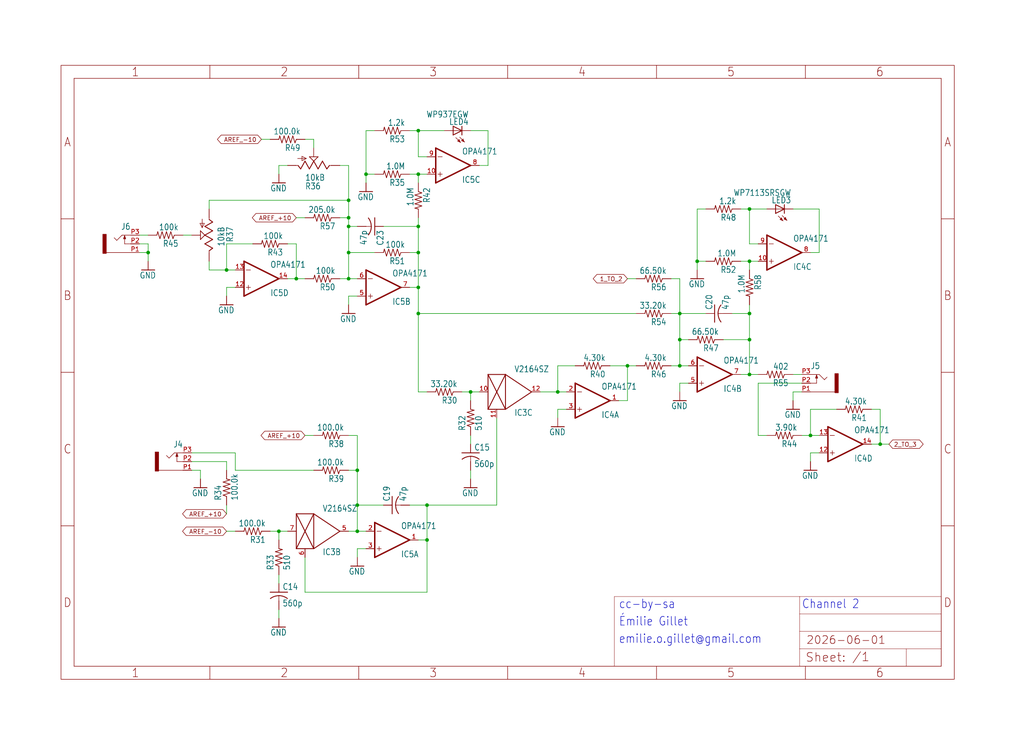
<source format=kicad_sch>
(kicad_sch
	(version 20231120)
	(generator "eeschema")
	(generator_version "8.0")
	(uuid "45e849dd-c25f-46e6-8b23-e28fd11e0e47")
	(paper "User" 298.45 217.322)
	(lib_symbols
		(symbol "Blinds4U-eagle-import:A4L-LOC"
			(exclude_from_sim no)
			(in_bom yes)
			(on_board yes)
			(property "Reference" "#FRAME"
				(at 0 0 0)
				(effects
					(font
						(size 1.27 1.27)
					)
					(hide yes)
				)
			)
			(property "Value" ""
				(at 0 0 0)
				(effects
					(font
						(size 1.27 1.27)
					)
					(hide yes)
				)
			)
			(property "Footprint" ""
				(at 0 0 0)
				(effects
					(font
						(size 1.27 1.27)
					)
					(hide yes)
				)
			)
			(property "Datasheet" ""
				(at 0 0 0)
				(effects
					(font
						(size 1.27 1.27)
					)
					(hide yes)
				)
			)
			(property "Description" "FRAME\n\nDIN A4, landscape with location and doc. field"
				(at 0 0 0)
				(effects
					(font
						(size 1.27 1.27)
					)
					(hide yes)
				)
			)
			(property "ki_locked" ""
				(at 0 0 0)
				(effects
					(font
						(size 1.27 1.27)
					)
				)
			)
			(symbol "A4L-LOC_1_0"
				(polyline
					(pts
						(xy 0 44.7675) (xy 3.81 44.7675)
					)
					(stroke
						(width 0)
						(type default)
					)
					(fill
						(type none)
					)
				)
				(polyline
					(pts
						(xy 0 89.535) (xy 3.81 89.535)
					)
					(stroke
						(width 0)
						(type default)
					)
					(fill
						(type none)
					)
				)
				(polyline
					(pts
						(xy 0 134.3025) (xy 3.81 134.3025)
					)
					(stroke
						(width 0)
						(type default)
					)
					(fill
						(type none)
					)
				)
				(polyline
					(pts
						(xy 3.81 3.81) (xy 3.81 175.26)
					)
					(stroke
						(width 0)
						(type default)
					)
					(fill
						(type none)
					)
				)
				(polyline
					(pts
						(xy 43.3917 0) (xy 43.3917 3.81)
					)
					(stroke
						(width 0)
						(type default)
					)
					(fill
						(type none)
					)
				)
				(polyline
					(pts
						(xy 43.3917 175.26) (xy 43.3917 179.07)
					)
					(stroke
						(width 0)
						(type default)
					)
					(fill
						(type none)
					)
				)
				(polyline
					(pts
						(xy 86.7833 0) (xy 86.7833 3.81)
					)
					(stroke
						(width 0)
						(type default)
					)
					(fill
						(type none)
					)
				)
				(polyline
					(pts
						(xy 86.7833 175.26) (xy 86.7833 179.07)
					)
					(stroke
						(width 0)
						(type default)
					)
					(fill
						(type none)
					)
				)
				(polyline
					(pts
						(xy 130.175 0) (xy 130.175 3.81)
					)
					(stroke
						(width 0)
						(type default)
					)
					(fill
						(type none)
					)
				)
				(polyline
					(pts
						(xy 130.175 175.26) (xy 130.175 179.07)
					)
					(stroke
						(width 0)
						(type default)
					)
					(fill
						(type none)
					)
				)
				(polyline
					(pts
						(xy 161.29 3.81) (xy 161.29 24.13)
					)
					(stroke
						(width 0.1016)
						(type solid)
					)
					(fill
						(type none)
					)
				)
				(polyline
					(pts
						(xy 161.29 24.13) (xy 215.265 24.13)
					)
					(stroke
						(width 0.1016)
						(type solid)
					)
					(fill
						(type none)
					)
				)
				(polyline
					(pts
						(xy 173.5667 0) (xy 173.5667 3.81)
					)
					(stroke
						(width 0)
						(type default)
					)
					(fill
						(type none)
					)
				)
				(polyline
					(pts
						(xy 173.5667 175.26) (xy 173.5667 179.07)
					)
					(stroke
						(width 0)
						(type default)
					)
					(fill
						(type none)
					)
				)
				(polyline
					(pts
						(xy 215.265 8.89) (xy 215.265 3.81)
					)
					(stroke
						(width 0.1016)
						(type solid)
					)
					(fill
						(type none)
					)
				)
				(polyline
					(pts
						(xy 215.265 8.89) (xy 215.265 13.97)
					)
					(stroke
						(width 0.1016)
						(type solid)
					)
					(fill
						(type none)
					)
				)
				(polyline
					(pts
						(xy 215.265 13.97) (xy 215.265 19.05)
					)
					(stroke
						(width 0.1016)
						(type solid)
					)
					(fill
						(type none)
					)
				)
				(polyline
					(pts
						(xy 215.265 13.97) (xy 256.54 13.97)
					)
					(stroke
						(width 0.1016)
						(type solid)
					)
					(fill
						(type none)
					)
				)
				(polyline
					(pts
						(xy 215.265 19.05) (xy 215.265 24.13)
					)
					(stroke
						(width 0.1016)
						(type solid)
					)
					(fill
						(type none)
					)
				)
				(polyline
					(pts
						(xy 215.265 19.05) (xy 256.54 19.05)
					)
					(stroke
						(width 0.1016)
						(type solid)
					)
					(fill
						(type none)
					)
				)
				(polyline
					(pts
						(xy 215.265 24.13) (xy 256.54 24.13)
					)
					(stroke
						(width 0.1016)
						(type solid)
					)
					(fill
						(type none)
					)
				)
				(polyline
					(pts
						(xy 216.9583 0) (xy 216.9583 3.81)
					)
					(stroke
						(width 0)
						(type default)
					)
					(fill
						(type none)
					)
				)
				(polyline
					(pts
						(xy 216.9583 175.26) (xy 216.9583 179.07)
					)
					(stroke
						(width 0)
						(type default)
					)
					(fill
						(type none)
					)
				)
				(polyline
					(pts
						(xy 246.38 3.81) (xy 246.38 8.89)
					)
					(stroke
						(width 0.1016)
						(type solid)
					)
					(fill
						(type none)
					)
				)
				(polyline
					(pts
						(xy 246.38 8.89) (xy 215.265 8.89)
					)
					(stroke
						(width 0.1016)
						(type solid)
					)
					(fill
						(type none)
					)
				)
				(polyline
					(pts
						(xy 246.38 8.89) (xy 256.54 8.89)
					)
					(stroke
						(width 0.1016)
						(type solid)
					)
					(fill
						(type none)
					)
				)
				(polyline
					(pts
						(xy 256.54 3.81) (xy 3.81 3.81)
					)
					(stroke
						(width 0)
						(type default)
					)
					(fill
						(type none)
					)
				)
				(polyline
					(pts
						(xy 256.54 3.81) (xy 256.54 8.89)
					)
					(stroke
						(width 0.1016)
						(type solid)
					)
					(fill
						(type none)
					)
				)
				(polyline
					(pts
						(xy 256.54 3.81) (xy 256.54 175.26)
					)
					(stroke
						(width 0)
						(type default)
					)
					(fill
						(type none)
					)
				)
				(polyline
					(pts
						(xy 256.54 8.89) (xy 256.54 13.97)
					)
					(stroke
						(width 0.1016)
						(type solid)
					)
					(fill
						(type none)
					)
				)
				(polyline
					(pts
						(xy 256.54 13.97) (xy 256.54 19.05)
					)
					(stroke
						(width 0.1016)
						(type solid)
					)
					(fill
						(type none)
					)
				)
				(polyline
					(pts
						(xy 256.54 19.05) (xy 256.54 24.13)
					)
					(stroke
						(width 0.1016)
						(type solid)
					)
					(fill
						(type none)
					)
				)
				(polyline
					(pts
						(xy 256.54 44.7675) (xy 260.35 44.7675)
					)
					(stroke
						(width 0)
						(type default)
					)
					(fill
						(type none)
					)
				)
				(polyline
					(pts
						(xy 256.54 89.535) (xy 260.35 89.535)
					)
					(stroke
						(width 0)
						(type default)
					)
					(fill
						(type none)
					)
				)
				(polyline
					(pts
						(xy 256.54 134.3025) (xy 260.35 134.3025)
					)
					(stroke
						(width 0)
						(type default)
					)
					(fill
						(type none)
					)
				)
				(polyline
					(pts
						(xy 256.54 175.26) (xy 3.81 175.26)
					)
					(stroke
						(width 0)
						(type default)
					)
					(fill
						(type none)
					)
				)
				(polyline
					(pts
						(xy 0 0) (xy 260.35 0) (xy 260.35 179.07) (xy 0 179.07) (xy 0 0)
					)
					(stroke
						(width 0)
						(type default)
					)
					(fill
						(type none)
					)
				)
				(text "${#}/${##}"
					(at 230.505 5.08 0)
					(effects
						(font
							(size 2.54 2.54)
						)
						(justify left bottom)
					)
				)
				(text "${CURRENT_DATE}"
					(at 217.17 10.16 0)
					(effects
						(font
							(size 2.286 2.286)
						)
						(justify left bottom)
					)
				)
				(text "${PROJECTNAME}"
					(at 217.17 15.24 0)
					(effects
						(font
							(size 2.54 2.54)
						)
						(justify left bottom)
					)
				)
				(text "1"
					(at 21.6958 1.905 0)
					(effects
						(font
							(size 2.54 2.286)
						)
					)
				)
				(text "1"
					(at 21.6958 177.165 0)
					(effects
						(font
							(size 2.54 2.286)
						)
					)
				)
				(text "2"
					(at 65.0875 1.905 0)
					(effects
						(font
							(size 2.54 2.286)
						)
					)
				)
				(text "2"
					(at 65.0875 177.165 0)
					(effects
						(font
							(size 2.54 2.286)
						)
					)
				)
				(text "3"
					(at 108.4792 1.905 0)
					(effects
						(font
							(size 2.54 2.286)
						)
					)
				)
				(text "3"
					(at 108.4792 177.165 0)
					(effects
						(font
							(size 2.54 2.286)
						)
					)
				)
				(text "4"
					(at 151.8708 1.905 0)
					(effects
						(font
							(size 2.54 2.286)
						)
					)
				)
				(text "4"
					(at 151.8708 177.165 0)
					(effects
						(font
							(size 2.54 2.286)
						)
					)
				)
				(text "5"
					(at 195.2625 1.905 0)
					(effects
						(font
							(size 2.54 2.286)
						)
					)
				)
				(text "5"
					(at 195.2625 177.165 0)
					(effects
						(font
							(size 2.54 2.286)
						)
					)
				)
				(text "6"
					(at 238.6542 1.905 0)
					(effects
						(font
							(size 2.54 2.286)
						)
					)
				)
				(text "6"
					(at 238.6542 177.165 0)
					(effects
						(font
							(size 2.54 2.286)
						)
					)
				)
				(text "A"
					(at 1.905 156.6863 0)
					(effects
						(font
							(size 2.54 2.286)
						)
					)
				)
				(text "A"
					(at 258.445 156.6863 0)
					(effects
						(font
							(size 2.54 2.286)
						)
					)
				)
				(text "B"
					(at 1.905 111.9188 0)
					(effects
						(font
							(size 2.54 2.286)
						)
					)
				)
				(text "B"
					(at 258.445 111.9188 0)
					(effects
						(font
							(size 2.54 2.286)
						)
					)
				)
				(text "C"
					(at 1.905 67.1513 0)
					(effects
						(font
							(size 2.54 2.286)
						)
					)
				)
				(text "C"
					(at 258.445 67.1513 0)
					(effects
						(font
							(size 2.54 2.286)
						)
					)
				)
				(text "D"
					(at 1.905 22.3838 0)
					(effects
						(font
							(size 2.54 2.286)
						)
					)
				)
				(text "D"
					(at 258.445 22.3838 0)
					(effects
						(font
							(size 2.54 2.286)
						)
					)
				)
				(text "Sheet:"
					(at 216.916 4.953 0)
					(effects
						(font
							(size 2.54 2.54)
						)
						(justify left bottom)
					)
				)
			)
		)
		(symbol "Blinds4U-eagle-import:C-USC0603"
			(exclude_from_sim no)
			(in_bom yes)
			(on_board yes)
			(property "Reference" "C"
				(at 1.016 0.635 0)
				(effects
					(font
						(size 1.778 1.5113)
					)
					(justify left bottom)
				)
			)
			(property "Value" ""
				(at 1.016 -4.191 0)
				(effects
					(font
						(size 1.778 1.5113)
					)
					(justify left bottom)
				)
			)
			(property "Footprint" "Blinds4U:C0603"
				(at 0 0 0)
				(effects
					(font
						(size 1.27 1.27)
					)
					(hide yes)
				)
			)
			(property "Datasheet" ""
				(at 0 0 0)
				(effects
					(font
						(size 1.27 1.27)
					)
					(hide yes)
				)
			)
			(property "Description" "CAPACITOR, American symbol"
				(at 0 0 0)
				(effects
					(font
						(size 1.27 1.27)
					)
					(hide yes)
				)
			)
			(property "ki_locked" ""
				(at 0 0 0)
				(effects
					(font
						(size 1.27 1.27)
					)
				)
			)
			(symbol "C-USC0603_1_0"
				(arc
					(start 0 -1.0161)
					(mid -1.302 -1.2303)
					(end -2.4668 -1.8504)
					(stroke
						(width 0.254)
						(type solid)
					)
					(fill
						(type none)
					)
				)
				(polyline
					(pts
						(xy -2.54 0) (xy 2.54 0)
					)
					(stroke
						(width 0.254)
						(type solid)
					)
					(fill
						(type none)
					)
				)
				(polyline
					(pts
						(xy 0 -1.016) (xy 0 -2.54)
					)
					(stroke
						(width 0.1524)
						(type solid)
					)
					(fill
						(type none)
					)
				)
				(arc
					(start 2.4892 -1.8541)
					(mid 1.3158 -1.2194)
					(end 0 -1)
					(stroke
						(width 0.254)
						(type solid)
					)
					(fill
						(type none)
					)
				)
				(pin passive line
					(at 0 2.54 270)
					(length 2.54)
					(name "1"
						(effects
							(font
								(size 0 0)
							)
						)
					)
					(number "1"
						(effects
							(font
								(size 0 0)
							)
						)
					)
				)
				(pin passive line
					(at 0 -5.08 90)
					(length 2.54)
					(name "2"
						(effects
							(font
								(size 0 0)
							)
						)
					)
					(number "2"
						(effects
							(font
								(size 0 0)
							)
						)
					)
				)
			)
		)
		(symbol "Blinds4U-eagle-import:GND"
			(power)
			(exclude_from_sim no)
			(in_bom yes)
			(on_board yes)
			(property "Reference" "#GND"
				(at 0 0 0)
				(effects
					(font
						(size 1.27 1.27)
					)
					(hide yes)
				)
			)
			(property "Value" ""
				(at -2.54 -2.54 0)
				(effects
					(font
						(size 1.778 1.5113)
					)
					(justify left bottom)
				)
			)
			(property "Footprint" ""
				(at 0 0 0)
				(effects
					(font
						(size 1.27 1.27)
					)
					(hide yes)
				)
			)
			(property "Datasheet" ""
				(at 0 0 0)
				(effects
					(font
						(size 1.27 1.27)
					)
					(hide yes)
				)
			)
			(property "Description" "SUPPLY SYMBOL"
				(at 0 0 0)
				(effects
					(font
						(size 1.27 1.27)
					)
					(hide yes)
				)
			)
			(property "ki_locked" ""
				(at 0 0 0)
				(effects
					(font
						(size 1.27 1.27)
					)
				)
			)
			(symbol "GND_1_0"
				(polyline
					(pts
						(xy -1.905 0) (xy 1.905 0)
					)
					(stroke
						(width 0.254)
						(type solid)
					)
					(fill
						(type none)
					)
				)
				(pin power_in line
					(at 0 2.54 270)
					(length 2.54)
					(name "GND"
						(effects
							(font
								(size 0 0)
							)
						)
					)
					(number "1"
						(effects
							(font
								(size 0 0)
							)
						)
					)
				)
			)
		)
		(symbol "Blinds4U-eagle-import:LED3MM"
			(exclude_from_sim no)
			(in_bom yes)
			(on_board yes)
			(property "Reference" "LED"
				(at 3.556 -4.572 90)
				(effects
					(font
						(size 1.778 1.5113)
					)
					(justify left bottom)
				)
			)
			(property "Value" ""
				(at 5.715 -4.572 90)
				(effects
					(font
						(size 1.778 1.5113)
					)
					(justify left bottom)
				)
			)
			(property "Footprint" "Blinds4U:LED3MM"
				(at 0 0 0)
				(effects
					(font
						(size 1.27 1.27)
					)
					(hide yes)
				)
			)
			(property "Datasheet" ""
				(at 0 0 0)
				(effects
					(font
						(size 1.27 1.27)
					)
					(hide yes)
				)
			)
			(property "Description" "LED\n\nOSRAM:\n- CHIPLED\nLG R971, LG N971, LY N971, LG Q971, LY Q971, LO R971, LY R971 LH N974, LH R974\nLS Q976, LO Q976, LY Q976\nLO Q996\n- Hyper CHIPLED\nLW Q18S\nLB Q993, LB Q99A, LB R99A\n- SideLED\nLS A670, LO A670, LY A670, LG A670, LP A670\nLB A673, LV A673, LT A673, LW A673\nLH A674\nLY A675\nLS A676, LA A676, LO A676, LY A676, LW A676\nLS A679, LY A679, LG A679\n-  Hyper Micro SIDELED®\nLS Y876, LA Y876, LO Y876, LY Y876\nLT Y87S\n- SmartLED\nLW L88C, LW L88S\nLB L89C, LB L89S, LG L890\nLS L89K, LO L89K, LY L89K\nLS L896, LA L896, LO L896, LY L896\n- TOPLED\nLS T670, LO T670, LY T670, LG T670, LP T670\nLSG T670, LSP T670, LSY T670, LOP T670, LYG T670\nLG T671, LOG T671, LSG T671\nLB T673, LV T673, LT T673, LW T673\nLH T674\nLS T676, LA T676, LO T676, LY T676, LB T676, LH T676, LSB T676, LW T676\nLB T67C, LV T67C, LT T67C, LS T67K, LO T67K, LY T67K, LW E67C\nLS E67B, LA E67B, LO E67B, LY E67B, LB E67C, LV E67C, LT E67C\nLW T67C\nLS T679, LY T679, LG T679\nLS T770, LO T770, LY T770, LG T770, LP T770\nLB T773, LV T773, LT T773, LW T773\nLH T774\nLS E675, LA E675, LY E675, LS T675\nLS T776, LA T776, LO T776, LY T776, LB T776\nLHGB T686\nLT T68C, LB T68C\n- Hyper Mini TOPLED®\nLB M676\n- Mini TOPLED Santana®\nLG M470\nLS M47K, LO M47K, LY M47K\n\nSource: http://www.osram.convergy.de\n\nLUXEON:\n- LUMILED®\nLXK2-PW12-R00, LXK2-PW12-S00, LXK2-PW14-U00, LXK2-PW14-V00\nLXK2-PM12-R00, LXK2-PM12-S00, LXK2-PM14-U00\nLXK2-PE12-Q00, LXK2-PE12-R00, LXK2-PE12-S00, LXK2-PE14-T00, LXK2-PE14-U00\nLXK2-PB12-K00, LXK2-PB12-L00, LXK2-PB12-M00, LXK2-PB14-N00, LXK2-PB14-P00, LXK2-PB14-Q00\nLXK2-PR12-L00, LXK2-PR12-M00, LXK2-PR14-Q00, LXK2-PR14-R00\nLXK2-PD12-Q00, LXK2-PD12-R00, LXK2-PD12-S00\nLXK2-PH12-R00, LXK2-PH12-S00\nLXK2-PL12-P00, LXK2-PL12-Q00, LXK2-PL12-R00\n\nSource: www.luxeon.com\n\nKINGBRIGHT:\n\nKA-3528ASYC\nSource: www.kingbright.com"
				(at 0 0 0)
				(effects
					(font
						(size 1.27 1.27)
					)
					(hide yes)
				)
			)
			(property "ki_locked" ""
				(at 0 0 0)
				(effects
					(font
						(size 1.27 1.27)
					)
				)
			)
			(symbol "LED3MM_1_0"
				(polyline
					(pts
						(xy -2.032 -0.762) (xy -3.429 -2.159)
					)
					(stroke
						(width 0.1524)
						(type solid)
					)
					(fill
						(type none)
					)
				)
				(polyline
					(pts
						(xy -1.905 -1.905) (xy -3.302 -3.302)
					)
					(stroke
						(width 0.1524)
						(type solid)
					)
					(fill
						(type none)
					)
				)
				(polyline
					(pts
						(xy 0 -2.54) (xy -1.27 -2.54)
					)
					(stroke
						(width 0.254)
						(type solid)
					)
					(fill
						(type none)
					)
				)
				(polyline
					(pts
						(xy 0 -2.54) (xy -1.27 0)
					)
					(stroke
						(width 0.254)
						(type solid)
					)
					(fill
						(type none)
					)
				)
				(polyline
					(pts
						(xy 0 0) (xy -1.27 0)
					)
					(stroke
						(width 0.254)
						(type solid)
					)
					(fill
						(type none)
					)
				)
				(polyline
					(pts
						(xy 0 0) (xy 0 -2.54)
					)
					(stroke
						(width 0.1524)
						(type solid)
					)
					(fill
						(type none)
					)
				)
				(polyline
					(pts
						(xy 1.27 -2.54) (xy 0 -2.54)
					)
					(stroke
						(width 0.254)
						(type solid)
					)
					(fill
						(type none)
					)
				)
				(polyline
					(pts
						(xy 1.27 0) (xy 0 -2.54)
					)
					(stroke
						(width 0.254)
						(type solid)
					)
					(fill
						(type none)
					)
				)
				(polyline
					(pts
						(xy 1.27 0) (xy 0 0)
					)
					(stroke
						(width 0.254)
						(type solid)
					)
					(fill
						(type none)
					)
				)
				(polyline
					(pts
						(xy -3.429 -2.159) (xy -3.048 -1.27) (xy -2.54 -1.778)
					)
					(stroke
						(width 0.1524)
						(type solid)
					)
					(fill
						(type outline)
					)
				)
				(polyline
					(pts
						(xy -3.302 -3.302) (xy -2.921 -2.413) (xy -2.413 -2.921)
					)
					(stroke
						(width 0.1524)
						(type solid)
					)
					(fill
						(type outline)
					)
				)
				(pin passive line
					(at 0 2.54 270)
					(length 2.54)
					(name "A"
						(effects
							(font
								(size 0 0)
							)
						)
					)
					(number "A"
						(effects
							(font
								(size 0 0)
							)
						)
					)
				)
				(pin passive line
					(at 0 -5.08 90)
					(length 2.54)
					(name "C"
						(effects
							(font
								(size 0 0)
							)
						)
					)
					(number "K"
						(effects
							(font
								(size 0 0)
							)
						)
					)
				)
			)
		)
		(symbol "Blinds4U-eagle-import:LED5MM"
			(exclude_from_sim no)
			(in_bom yes)
			(on_board yes)
			(property "Reference" "LED"
				(at 3.556 -4.572 90)
				(effects
					(font
						(size 1.778 1.5113)
					)
					(justify left bottom)
				)
			)
			(property "Value" ""
				(at 5.715 -4.572 90)
				(effects
					(font
						(size 1.778 1.5113)
					)
					(justify left bottom)
				)
			)
			(property "Footprint" "Blinds4U:LED5MM"
				(at 0 0 0)
				(effects
					(font
						(size 1.27 1.27)
					)
					(hide yes)
				)
			)
			(property "Datasheet" ""
				(at 0 0 0)
				(effects
					(font
						(size 1.27 1.27)
					)
					(hide yes)
				)
			)
			(property "Description" "LED\n\nOSRAM:\n- CHIPLED\nLG R971, LG N971, LY N971, LG Q971, LY Q971, LO R971, LY R971 LH N974, LH R974\nLS Q976, LO Q976, LY Q976\nLO Q996\n- Hyper CHIPLED\nLW Q18S\nLB Q993, LB Q99A, LB R99A\n- SideLED\nLS A670, LO A670, LY A670, LG A670, LP A670\nLB A673, LV A673, LT A673, LW A673\nLH A674\nLY A675\nLS A676, LA A676, LO A676, LY A676, LW A676\nLS A679, LY A679, LG A679\n-  Hyper Micro SIDELED®\nLS Y876, LA Y876, LO Y876, LY Y876\nLT Y87S\n- SmartLED\nLW L88C, LW L88S\nLB L89C, LB L89S, LG L890\nLS L89K, LO L89K, LY L89K\nLS L896, LA L896, LO L896, LY L896\n- TOPLED\nLS T670, LO T670, LY T670, LG T670, LP T670\nLSG T670, LSP T670, LSY T670, LOP T670, LYG T670\nLG T671, LOG T671, LSG T671\nLB T673, LV T673, LT T673, LW T673\nLH T674\nLS T676, LA T676, LO T676, LY T676, LB T676, LH T676, LSB T676, LW T676\nLB T67C, LV T67C, LT T67C, LS T67K, LO T67K, LY T67K, LW E67C\nLS E67B, LA E67B, LO E67B, LY E67B, LB E67C, LV E67C, LT E67C\nLW T67C\nLS T679, LY T679, LG T679\nLS T770, LO T770, LY T770, LG T770, LP T770\nLB T773, LV T773, LT T773, LW T773\nLH T774\nLS E675, LA E675, LY E675, LS T675\nLS T776, LA T776, LO T776, LY T776, LB T776\nLHGB T686\nLT T68C, LB T68C\n- Hyper Mini TOPLED®\nLB M676\n- Mini TOPLED Santana®\nLG M470\nLS M47K, LO M47K, LY M47K\n\nSource: http://www.osram.convergy.de\n\nLUXEON:\n- LUMILED®\nLXK2-PW12-R00, LXK2-PW12-S00, LXK2-PW14-U00, LXK2-PW14-V00\nLXK2-PM12-R00, LXK2-PM12-S00, LXK2-PM14-U00\nLXK2-PE12-Q00, LXK2-PE12-R00, LXK2-PE12-S00, LXK2-PE14-T00, LXK2-PE14-U00\nLXK2-PB12-K00, LXK2-PB12-L00, LXK2-PB12-M00, LXK2-PB14-N00, LXK2-PB14-P00, LXK2-PB14-Q00\nLXK2-PR12-L00, LXK2-PR12-M00, LXK2-PR14-Q00, LXK2-PR14-R00\nLXK2-PD12-Q00, LXK2-PD12-R00, LXK2-PD12-S00\nLXK2-PH12-R00, LXK2-PH12-S00\nLXK2-PL12-P00, LXK2-PL12-Q00, LXK2-PL12-R00\n\nSource: www.luxeon.com\n\nKINGBRIGHT:\n\nKA-3528ASYC\nSource: www.kingbright.com"
				(at 0 0 0)
				(effects
					(font
						(size 1.27 1.27)
					)
					(hide yes)
				)
			)
			(property "ki_locked" ""
				(at 0 0 0)
				(effects
					(font
						(size 1.27 1.27)
					)
				)
			)
			(symbol "LED5MM_1_0"
				(polyline
					(pts
						(xy -2.032 -0.762) (xy -3.429 -2.159)
					)
					(stroke
						(width 0.1524)
						(type solid)
					)
					(fill
						(type none)
					)
				)
				(polyline
					(pts
						(xy -1.905 -1.905) (xy -3.302 -3.302)
					)
					(stroke
						(width 0.1524)
						(type solid)
					)
					(fill
						(type none)
					)
				)
				(polyline
					(pts
						(xy 0 -2.54) (xy -1.27 -2.54)
					)
					(stroke
						(width 0.254)
						(type solid)
					)
					(fill
						(type none)
					)
				)
				(polyline
					(pts
						(xy 0 -2.54) (xy -1.27 0)
					)
					(stroke
						(width 0.254)
						(type solid)
					)
					(fill
						(type none)
					)
				)
				(polyline
					(pts
						(xy 0 0) (xy -1.27 0)
					)
					(stroke
						(width 0.254)
						(type solid)
					)
					(fill
						(type none)
					)
				)
				(polyline
					(pts
						(xy 0 0) (xy 0 -2.54)
					)
					(stroke
						(width 0.1524)
						(type solid)
					)
					(fill
						(type none)
					)
				)
				(polyline
					(pts
						(xy 1.27 -2.54) (xy 0 -2.54)
					)
					(stroke
						(width 0.254)
						(type solid)
					)
					(fill
						(type none)
					)
				)
				(polyline
					(pts
						(xy 1.27 0) (xy 0 -2.54)
					)
					(stroke
						(width 0.254)
						(type solid)
					)
					(fill
						(type none)
					)
				)
				(polyline
					(pts
						(xy 1.27 0) (xy 0 0)
					)
					(stroke
						(width 0.254)
						(type solid)
					)
					(fill
						(type none)
					)
				)
				(polyline
					(pts
						(xy -3.429 -2.159) (xy -3.048 -1.27) (xy -2.54 -1.778)
					)
					(stroke
						(width 0.1524)
						(type solid)
					)
					(fill
						(type outline)
					)
				)
				(polyline
					(pts
						(xy -3.302 -3.302) (xy -2.921 -2.413) (xy -2.413 -2.921)
					)
					(stroke
						(width 0.1524)
						(type solid)
					)
					(fill
						(type outline)
					)
				)
				(pin passive line
					(at 0 2.54 270)
					(length 2.54)
					(name "A"
						(effects
							(font
								(size 0 0)
							)
						)
					)
					(number "A"
						(effects
							(font
								(size 0 0)
							)
						)
					)
				)
				(pin passive line
					(at 0 -5.08 90)
					(length 2.54)
					(name "C"
						(effects
							(font
								(size 0 0)
							)
						)
					)
					(number "K"
						(effects
							(font
								(size 0 0)
							)
						)
					)
				)
			)
		)
		(symbol "Blinds4U-eagle-import:PJ301_THONKICONN6"
			(exclude_from_sim no)
			(in_bom yes)
			(on_board yes)
			(property "Reference" "J"
				(at -2.54 4.064 0)
				(effects
					(font
						(size 1.778 1.5113)
					)
					(justify left bottom)
				)
			)
			(property "Value" ""
				(at 0 0 0)
				(effects
					(font
						(size 1.27 1.27)
					)
					(hide yes)
				)
			)
			(property "Footprint" "Blinds4U:WQP_PJ_301M6"
				(at 0 0 0)
				(effects
					(font
						(size 1.27 1.27)
					)
					(hide yes)
				)
			)
			(property "Datasheet" ""
				(at 0 0 0)
				(effects
					(font
						(size 1.27 1.27)
					)
					(hide yes)
				)
			)
			(property "Description" ""
				(at 0 0 0)
				(effects
					(font
						(size 1.27 1.27)
					)
					(hide yes)
				)
			)
			(property "ki_locked" ""
				(at 0 0 0)
				(effects
					(font
						(size 1.27 1.27)
					)
				)
			)
			(symbol "PJ301_THONKICONN6_1_0"
				(polyline
					(pts
						(xy -2.54 -2.54) (xy 4.572 -2.54)
					)
					(stroke
						(width 0.1524)
						(type solid)
					)
					(fill
						(type none)
					)
				)
				(polyline
					(pts
						(xy -2.54 0) (xy -0.762 0)
					)
					(stroke
						(width 0.1524)
						(type solid)
					)
					(fill
						(type none)
					)
				)
				(polyline
					(pts
						(xy -2.54 2.54) (xy 0 2.54)
					)
					(stroke
						(width 0.1524)
						(type solid)
					)
					(fill
						(type none)
					)
				)
				(polyline
					(pts
						(xy -1.016 1.524) (xy -0.508 1.524)
					)
					(stroke
						(width 0.254)
						(type solid)
					)
					(fill
						(type none)
					)
				)
				(polyline
					(pts
						(xy -0.762 0) (xy -0.762 2.286)
					)
					(stroke
						(width 0.1524)
						(type solid)
					)
					(fill
						(type none)
					)
				)
				(polyline
					(pts
						(xy -0.762 2.286) (xy -1.016 1.524)
					)
					(stroke
						(width 0.254)
						(type solid)
					)
					(fill
						(type none)
					)
				)
				(polyline
					(pts
						(xy -0.508 1.524) (xy -0.762 2.286)
					)
					(stroke
						(width 0.254)
						(type solid)
					)
					(fill
						(type none)
					)
				)
				(polyline
					(pts
						(xy 0 2.54) (xy 1.524 1.016)
					)
					(stroke
						(width 0.1524)
						(type solid)
					)
					(fill
						(type none)
					)
				)
				(polyline
					(pts
						(xy 1.524 1.016) (xy 2.286 1.778)
					)
					(stroke
						(width 0.1524)
						(type solid)
					)
					(fill
						(type none)
					)
				)
				(rectangle
					(start 4.572 2.794)
					(end 5.588 -2.794)
					(stroke
						(width 0)
						(type default)
					)
					(fill
						(type outline)
					)
				)
				(pin passive line
					(at -5.08 -2.54 0)
					(length 2.54)
					(name "1"
						(effects
							(font
								(size 0 0)
							)
						)
					)
					(number "P1"
						(effects
							(font
								(size 1.27 1.27)
							)
						)
					)
				)
				(pin passive line
					(at -5.08 0 0)
					(length 2.54)
					(name "2"
						(effects
							(font
								(size 0 0)
							)
						)
					)
					(number "P2"
						(effects
							(font
								(size 1.27 1.27)
							)
						)
					)
				)
				(pin passive line
					(at -5.08 2.54 0)
					(length 2.54)
					(name "3"
						(effects
							(font
								(size 0 0)
							)
						)
					)
					(number "P3"
						(effects
							(font
								(size 1.27 1.27)
							)
						)
					)
				)
			)
		)
		(symbol "Blinds4U-eagle-import:POT_USVERTICAL"
			(exclude_from_sim no)
			(in_bom yes)
			(on_board yes)
			(property "Reference" "R"
				(at -5.08 -2.54 90)
				(effects
					(font
						(size 1.778 1.5113)
					)
					(justify left bottom)
				)
			)
			(property "Value" ""
				(at -2.54 -2.54 90)
				(effects
					(font
						(size 1.778 1.5113)
					)
					(justify left bottom)
				)
			)
			(property "Footprint" "Blinds4U:ALPS_POT_VERTICAL"
				(at 0 0 0)
				(effects
					(font
						(size 1.27 1.27)
					)
					(hide yes)
				)
			)
			(property "Datasheet" ""
				(at 0 0 0)
				(effects
					(font
						(size 1.27 1.27)
					)
					(hide yes)
				)
			)
			(property "Description" ""
				(at 0 0 0)
				(effects
					(font
						(size 1.27 1.27)
					)
					(hide yes)
				)
			)
			(property "ki_locked" ""
				(at 0 0 0)
				(effects
					(font
						(size 1.27 1.27)
					)
				)
			)
			(symbol "POT_USVERTICAL_1_0"
				(polyline
					(pts
						(xy -1.016 -3.81) (xy 1.27 -2.54)
					)
					(stroke
						(width 0.254)
						(type solid)
					)
					(fill
						(type none)
					)
				)
				(polyline
					(pts
						(xy -1.016 -1.27) (xy 1.27 0)
					)
					(stroke
						(width 0.254)
						(type solid)
					)
					(fill
						(type none)
					)
				)
				(polyline
					(pts
						(xy -1.016 1.27) (xy 1.27 2.54)
					)
					(stroke
						(width 0.254)
						(type solid)
					)
					(fill
						(type none)
					)
				)
				(polyline
					(pts
						(xy -1.016 3.81) (xy 0 4.572)
					)
					(stroke
						(width 0.254)
						(type solid)
					)
					(fill
						(type none)
					)
				)
				(polyline
					(pts
						(xy 0 -5.08) (xy 0 -4.572)
					)
					(stroke
						(width 0.1524)
						(type solid)
					)
					(fill
						(type none)
					)
				)
				(polyline
					(pts
						(xy 0 -4.572) (xy -1.016 -3.81)
					)
					(stroke
						(width 0.254)
						(type solid)
					)
					(fill
						(type none)
					)
				)
				(polyline
					(pts
						(xy 0 4.572) (xy 0 5.08)
					)
					(stroke
						(width 0.1524)
						(type solid)
					)
					(fill
						(type none)
					)
				)
				(polyline
					(pts
						(xy 1.27 -2.54) (xy -1.016 -1.27)
					)
					(stroke
						(width 0.254)
						(type solid)
					)
					(fill
						(type none)
					)
				)
				(polyline
					(pts
						(xy 1.27 0) (xy -1.016 1.27)
					)
					(stroke
						(width 0.254)
						(type solid)
					)
					(fill
						(type none)
					)
				)
				(polyline
					(pts
						(xy 1.27 0) (xy 2.54 1.27)
					)
					(stroke
						(width 0.2032)
						(type solid)
					)
					(fill
						(type none)
					)
				)
				(polyline
					(pts
						(xy 1.27 2.54) (xy -1.016 3.81)
					)
					(stroke
						(width 0.254)
						(type solid)
					)
					(fill
						(type none)
					)
				)
				(polyline
					(pts
						(xy 1.397 -3.429) (xy 2.032 -2.159)
					)
					(stroke
						(width 0.1524)
						(type solid)
					)
					(fill
						(type none)
					)
				)
				(polyline
					(pts
						(xy 2.032 -4.699) (xy 2.032 -2.159)
					)
					(stroke
						(width 0.1524)
						(type solid)
					)
					(fill
						(type none)
					)
				)
				(polyline
					(pts
						(xy 2.032 -2.159) (xy 2.667 -3.429)
					)
					(stroke
						(width 0.1524)
						(type solid)
					)
					(fill
						(type none)
					)
				)
				(polyline
					(pts
						(xy 2.54 -1.27) (xy 1.27 0)
					)
					(stroke
						(width 0.2032)
						(type solid)
					)
					(fill
						(type none)
					)
				)
				(polyline
					(pts
						(xy 2.54 1.27) (xy 2.54 -1.27)
					)
					(stroke
						(width 0.2032)
						(type solid)
					)
					(fill
						(type none)
					)
				)
				(polyline
					(pts
						(xy 2.667 -3.429) (xy 1.397 -3.429)
					)
					(stroke
						(width 0.1524)
						(type solid)
					)
					(fill
						(type none)
					)
				)
				(pin passive line
					(at 0 7.62 270)
					(length 2.54)
					(name "E"
						(effects
							(font
								(size 0 0)
							)
						)
					)
					(number "P$1"
						(effects
							(font
								(size 0 0)
							)
						)
					)
				)
				(pin passive line
					(at 5.08 0 180)
					(length 2.54)
					(name "S"
						(effects
							(font
								(size 0 0)
							)
						)
					)
					(number "P$2"
						(effects
							(font
								(size 0 0)
							)
						)
					)
				)
				(pin passive line
					(at 0 -7.62 90)
					(length 2.54)
					(name "A"
						(effects
							(font
								(size 0 0)
							)
						)
					)
					(number "P$3"
						(effects
							(font
								(size 0 0)
							)
						)
					)
				)
			)
		)
		(symbol "Blinds4U-eagle-import:POT_USVERTICAL_PS"
			(exclude_from_sim no)
			(in_bom yes)
			(on_board yes)
			(property "Reference" "R"
				(at -5.08 -2.54 90)
				(effects
					(font
						(size 1.778 1.5113)
					)
					(justify left bottom)
				)
			)
			(property "Value" ""
				(at -2.54 -2.54 90)
				(effects
					(font
						(size 1.778 1.5113)
					)
					(justify left bottom)
				)
			)
			(property "Footprint" "Blinds4U:ALPS_POT_VERTICAL_PS"
				(at 0 0 0)
				(effects
					(font
						(size 1.27 1.27)
					)
					(hide yes)
				)
			)
			(property "Datasheet" ""
				(at 0 0 0)
				(effects
					(font
						(size 1.27 1.27)
					)
					(hide yes)
				)
			)
			(property "Description" ""
				(at 0 0 0)
				(effects
					(font
						(size 1.27 1.27)
					)
					(hide yes)
				)
			)
			(property "ki_locked" ""
				(at 0 0 0)
				(effects
					(font
						(size 1.27 1.27)
					)
				)
			)
			(symbol "POT_USVERTICAL_PS_1_0"
				(polyline
					(pts
						(xy -1.016 -3.81) (xy 1.27 -2.54)
					)
					(stroke
						(width 0.254)
						(type solid)
					)
					(fill
						(type none)
					)
				)
				(polyline
					(pts
						(xy -1.016 -1.27) (xy 1.27 0)
					)
					(stroke
						(width 0.254)
						(type solid)
					)
					(fill
						(type none)
					)
				)
				(polyline
					(pts
						(xy -1.016 1.27) (xy 1.27 2.54)
					)
					(stroke
						(width 0.254)
						(type solid)
					)
					(fill
						(type none)
					)
				)
				(polyline
					(pts
						(xy -1.016 3.81) (xy 0 4.572)
					)
					(stroke
						(width 0.254)
						(type solid)
					)
					(fill
						(type none)
					)
				)
				(polyline
					(pts
						(xy 0 -5.08) (xy 0 -4.572)
					)
					(stroke
						(width 0.1524)
						(type solid)
					)
					(fill
						(type none)
					)
				)
				(polyline
					(pts
						(xy 0 -4.572) (xy -1.016 -3.81)
					)
					(stroke
						(width 0.254)
						(type solid)
					)
					(fill
						(type none)
					)
				)
				(polyline
					(pts
						(xy 0 4.572) (xy 0 5.08)
					)
					(stroke
						(width 0.1524)
						(type solid)
					)
					(fill
						(type none)
					)
				)
				(polyline
					(pts
						(xy 1.27 -2.54) (xy -1.016 -1.27)
					)
					(stroke
						(width 0.254)
						(type solid)
					)
					(fill
						(type none)
					)
				)
				(polyline
					(pts
						(xy 1.27 0) (xy -1.016 1.27)
					)
					(stroke
						(width 0.254)
						(type solid)
					)
					(fill
						(type none)
					)
				)
				(polyline
					(pts
						(xy 1.27 0) (xy 2.54 1.27)
					)
					(stroke
						(width 0.2032)
						(type solid)
					)
					(fill
						(type none)
					)
				)
				(polyline
					(pts
						(xy 1.27 2.54) (xy -1.016 3.81)
					)
					(stroke
						(width 0.254)
						(type solid)
					)
					(fill
						(type none)
					)
				)
				(polyline
					(pts
						(xy 1.397 -3.429) (xy 2.032 -2.159)
					)
					(stroke
						(width 0.1524)
						(type solid)
					)
					(fill
						(type none)
					)
				)
				(polyline
					(pts
						(xy 2.032 -4.699) (xy 2.032 -2.159)
					)
					(stroke
						(width 0.1524)
						(type solid)
					)
					(fill
						(type none)
					)
				)
				(polyline
					(pts
						(xy 2.032 -2.159) (xy 2.667 -3.429)
					)
					(stroke
						(width 0.1524)
						(type solid)
					)
					(fill
						(type none)
					)
				)
				(polyline
					(pts
						(xy 2.54 -1.27) (xy 1.27 0)
					)
					(stroke
						(width 0.2032)
						(type solid)
					)
					(fill
						(type none)
					)
				)
				(polyline
					(pts
						(xy 2.54 1.27) (xy 2.54 -1.27)
					)
					(stroke
						(width 0.2032)
						(type solid)
					)
					(fill
						(type none)
					)
				)
				(polyline
					(pts
						(xy 2.667 -3.429) (xy 1.397 -3.429)
					)
					(stroke
						(width 0.1524)
						(type solid)
					)
					(fill
						(type none)
					)
				)
				(pin passive line
					(at 0 7.62 270)
					(length 2.54)
					(name "E"
						(effects
							(font
								(size 0 0)
							)
						)
					)
					(number "P$1"
						(effects
							(font
								(size 0 0)
							)
						)
					)
				)
				(pin passive line
					(at 5.08 0 180)
					(length 2.54)
					(name "S"
						(effects
							(font
								(size 0 0)
							)
						)
					)
					(number "P$2"
						(effects
							(font
								(size 0 0)
							)
						)
					)
				)
				(pin passive line
					(at 0 -7.62 90)
					(length 2.54)
					(name "A"
						(effects
							(font
								(size 0 0)
							)
						)
					)
					(number "P$3"
						(effects
							(font
								(size 0 0)
							)
						)
					)
				)
			)
		)
		(symbol "Blinds4U-eagle-import:R-US_R0603"
			(exclude_from_sim no)
			(in_bom yes)
			(on_board yes)
			(property "Reference" "R"
				(at -3.81 1.4986 0)
				(effects
					(font
						(size 1.778 1.5113)
					)
					(justify left bottom)
				)
			)
			(property "Value" ""
				(at -3.81 -3.302 0)
				(effects
					(font
						(size 1.778 1.5113)
					)
					(justify left bottom)
				)
			)
			(property "Footprint" "Blinds4U:R0603"
				(at 0 0 0)
				(effects
					(font
						(size 1.27 1.27)
					)
					(hide yes)
				)
			)
			(property "Datasheet" ""
				(at 0 0 0)
				(effects
					(font
						(size 1.27 1.27)
					)
					(hide yes)
				)
			)
			(property "Description" "RESISTOR, American symbol"
				(at 0 0 0)
				(effects
					(font
						(size 1.27 1.27)
					)
					(hide yes)
				)
			)
			(property "ki_locked" ""
				(at 0 0 0)
				(effects
					(font
						(size 1.27 1.27)
					)
				)
			)
			(symbol "R-US_R0603_1_0"
				(polyline
					(pts
						(xy -2.54 0) (xy -2.159 1.016)
					)
					(stroke
						(width 0.2032)
						(type solid)
					)
					(fill
						(type none)
					)
				)
				(polyline
					(pts
						(xy -2.159 1.016) (xy -1.524 -1.016)
					)
					(stroke
						(width 0.2032)
						(type solid)
					)
					(fill
						(type none)
					)
				)
				(polyline
					(pts
						(xy -1.524 -1.016) (xy -0.889 1.016)
					)
					(stroke
						(width 0.2032)
						(type solid)
					)
					(fill
						(type none)
					)
				)
				(polyline
					(pts
						(xy -0.889 1.016) (xy -0.254 -1.016)
					)
					(stroke
						(width 0.2032)
						(type solid)
					)
					(fill
						(type none)
					)
				)
				(polyline
					(pts
						(xy -0.254 -1.016) (xy 0.381 1.016)
					)
					(stroke
						(width 0.2032)
						(type solid)
					)
					(fill
						(type none)
					)
				)
				(polyline
					(pts
						(xy 0.381 1.016) (xy 1.016 -1.016)
					)
					(stroke
						(width 0.2032)
						(type solid)
					)
					(fill
						(type none)
					)
				)
				(polyline
					(pts
						(xy 1.016 -1.016) (xy 1.651 1.016)
					)
					(stroke
						(width 0.2032)
						(type solid)
					)
					(fill
						(type none)
					)
				)
				(polyline
					(pts
						(xy 1.651 1.016) (xy 2.286 -1.016)
					)
					(stroke
						(width 0.2032)
						(type solid)
					)
					(fill
						(type none)
					)
				)
				(polyline
					(pts
						(xy 2.286 -1.016) (xy 2.54 0)
					)
					(stroke
						(width 0.2032)
						(type solid)
					)
					(fill
						(type none)
					)
				)
				(pin passive line
					(at -5.08 0 0)
					(length 2.54)
					(name "1"
						(effects
							(font
								(size 0 0)
							)
						)
					)
					(number "1"
						(effects
							(font
								(size 0 0)
							)
						)
					)
				)
				(pin passive line
					(at 5.08 0 180)
					(length 2.54)
					(name "2"
						(effects
							(font
								(size 0 0)
							)
						)
					)
					(number "2"
						(effects
							(font
								(size 0 0)
							)
						)
					)
				)
			)
		)
		(symbol "Blinds4U-eagle-import:SSM2164S"
			(exclude_from_sim no)
			(in_bom yes)
			(on_board yes)
			(property "Reference" "IC"
				(at 5.08 -12.7 0)
				(effects
					(font
						(size 1.778 1.5113)
					)
					(justify left bottom)
				)
			)
			(property "Value" ""
				(at 5.08 -15.24 0)
				(effects
					(font
						(size 1.778 1.5113)
					)
					(justify left bottom)
				)
			)
			(property "Footprint" "Blinds4U:SOIC16N"
				(at 0 0 0)
				(effects
					(font
						(size 1.27 1.27)
					)
					(hide yes)
				)
			)
			(property "Datasheet" ""
				(at 0 0 0)
				(effects
					(font
						(size 1.27 1.27)
					)
					(hide yes)
				)
			)
			(property "Description" ""
				(at 0 0 0)
				(effects
					(font
						(size 1.27 1.27)
					)
					(hide yes)
				)
			)
			(property "ki_locked" ""
				(at 0 0 0)
				(effects
					(font
						(size 1.27 1.27)
					)
				)
			)
			(symbol "SSM2164S_1_0"
				(polyline
					(pts
						(xy -2.54 -5.08) (xy 2.54 -5.08)
					)
					(stroke
						(width 0.254)
						(type solid)
					)
					(fill
						(type none)
					)
				)
				(polyline
					(pts
						(xy -2.54 -5.08) (xy 2.54 5.08)
					)
					(stroke
						(width 0.254)
						(type solid)
					)
					(fill
						(type none)
					)
				)
				(polyline
					(pts
						(xy -2.54 5.08) (xy -2.54 -5.08)
					)
					(stroke
						(width 0.254)
						(type solid)
					)
					(fill
						(type none)
					)
				)
				(polyline
					(pts
						(xy -2.54 5.08) (xy 2.54 -5.08)
					)
					(stroke
						(width 0.254)
						(type solid)
					)
					(fill
						(type none)
					)
				)
				(polyline
					(pts
						(xy 2.54 -5.08) (xy 2.54 5.08)
					)
					(stroke
						(width 0.254)
						(type solid)
					)
					(fill
						(type none)
					)
				)
				(polyline
					(pts
						(xy 2.54 5.08) (xy -2.54 5.08)
					)
					(stroke
						(width 0.254)
						(type solid)
					)
					(fill
						(type none)
					)
				)
				(polyline
					(pts
						(xy 2.54 5.08) (xy 10.16 0)
					)
					(stroke
						(width 0.254)
						(type solid)
					)
					(fill
						(type none)
					)
				)
				(polyline
					(pts
						(xy 10.16 0) (xy 2.54 -5.08)
					)
					(stroke
						(width 0.254)
						(type solid)
					)
					(fill
						(type none)
					)
				)
				(pin input line
					(at -5.08 0 0)
					(length 2.54)
					(name "IN"
						(effects
							(font
								(size 0 0)
							)
						)
					)
					(number "2"
						(effects
							(font
								(size 1.27 1.27)
							)
						)
					)
				)
				(pin input line
					(at 0 7.62 270)
					(length 2.54)
					(name "CTRL"
						(effects
							(font
								(size 0 0)
							)
						)
					)
					(number "3"
						(effects
							(font
								(size 1.27 1.27)
							)
						)
					)
				)
				(pin output line
					(at 12.7 0 180)
					(length 2.54)
					(name "OUT"
						(effects
							(font
								(size 0 0)
							)
						)
					)
					(number "4"
						(effects
							(font
								(size 1.27 1.27)
							)
						)
					)
				)
			)
			(symbol "SSM2164S_2_0"
				(polyline
					(pts
						(xy -2.54 -5.08) (xy 2.54 -5.08)
					)
					(stroke
						(width 0.254)
						(type solid)
					)
					(fill
						(type none)
					)
				)
				(polyline
					(pts
						(xy -2.54 -5.08) (xy 2.54 5.08)
					)
					(stroke
						(width 0.254)
						(type solid)
					)
					(fill
						(type none)
					)
				)
				(polyline
					(pts
						(xy -2.54 5.08) (xy -2.54 -5.08)
					)
					(stroke
						(width 0.254)
						(type solid)
					)
					(fill
						(type none)
					)
				)
				(polyline
					(pts
						(xy -2.54 5.08) (xy 2.54 -5.08)
					)
					(stroke
						(width 0.254)
						(type solid)
					)
					(fill
						(type none)
					)
				)
				(polyline
					(pts
						(xy 2.54 -5.08) (xy 2.54 5.08)
					)
					(stroke
						(width 0.254)
						(type solid)
					)
					(fill
						(type none)
					)
				)
				(polyline
					(pts
						(xy 2.54 5.08) (xy -2.54 5.08)
					)
					(stroke
						(width 0.254)
						(type solid)
					)
					(fill
						(type none)
					)
				)
				(polyline
					(pts
						(xy 2.54 5.08) (xy 10.16 0)
					)
					(stroke
						(width 0.254)
						(type solid)
					)
					(fill
						(type none)
					)
				)
				(polyline
					(pts
						(xy 10.16 0) (xy 2.54 -5.08)
					)
					(stroke
						(width 0.254)
						(type solid)
					)
					(fill
						(type none)
					)
				)
				(pin output line
					(at 12.7 0 180)
					(length 2.54)
					(name "OUT"
						(effects
							(font
								(size 0 0)
							)
						)
					)
					(number "5"
						(effects
							(font
								(size 1.27 1.27)
							)
						)
					)
				)
				(pin input line
					(at 0 7.62 270)
					(length 2.54)
					(name "CTRL"
						(effects
							(font
								(size 0 0)
							)
						)
					)
					(number "6"
						(effects
							(font
								(size 1.27 1.27)
							)
						)
					)
				)
				(pin input line
					(at -5.08 0 0)
					(length 2.54)
					(name "IN"
						(effects
							(font
								(size 0 0)
							)
						)
					)
					(number "7"
						(effects
							(font
								(size 1.27 1.27)
							)
						)
					)
				)
			)
			(symbol "SSM2164S_3_0"
				(polyline
					(pts
						(xy -2.54 -5.08) (xy 2.54 -5.08)
					)
					(stroke
						(width 0.254)
						(type solid)
					)
					(fill
						(type none)
					)
				)
				(polyline
					(pts
						(xy -2.54 -5.08) (xy 2.54 5.08)
					)
					(stroke
						(width 0.254)
						(type solid)
					)
					(fill
						(type none)
					)
				)
				(polyline
					(pts
						(xy -2.54 5.08) (xy -2.54 -5.08)
					)
					(stroke
						(width 0.254)
						(type solid)
					)
					(fill
						(type none)
					)
				)
				(polyline
					(pts
						(xy -2.54 5.08) (xy 2.54 -5.08)
					)
					(stroke
						(width 0.254)
						(type solid)
					)
					(fill
						(type none)
					)
				)
				(polyline
					(pts
						(xy 2.54 -5.08) (xy 2.54 5.08)
					)
					(stroke
						(width 0.254)
						(type solid)
					)
					(fill
						(type none)
					)
				)
				(polyline
					(pts
						(xy 2.54 5.08) (xy -2.54 5.08)
					)
					(stroke
						(width 0.254)
						(type solid)
					)
					(fill
						(type none)
					)
				)
				(polyline
					(pts
						(xy 2.54 5.08) (xy 10.16 0)
					)
					(stroke
						(width 0.254)
						(type solid)
					)
					(fill
						(type none)
					)
				)
				(polyline
					(pts
						(xy 10.16 0) (xy 2.54 -5.08)
					)
					(stroke
						(width 0.254)
						(type solid)
					)
					(fill
						(type none)
					)
				)
				(pin input line
					(at -5.08 0 0)
					(length 2.54)
					(name "IN"
						(effects
							(font
								(size 0 0)
							)
						)
					)
					(number "10"
						(effects
							(font
								(size 1.27 1.27)
							)
						)
					)
				)
				(pin input line
					(at 0 7.62 270)
					(length 2.54)
					(name "CTRL"
						(effects
							(font
								(size 0 0)
							)
						)
					)
					(number "11"
						(effects
							(font
								(size 1.27 1.27)
							)
						)
					)
				)
				(pin output line
					(at 12.7 0 180)
					(length 2.54)
					(name "OUT"
						(effects
							(font
								(size 0 0)
							)
						)
					)
					(number "12"
						(effects
							(font
								(size 1.27 1.27)
							)
						)
					)
				)
			)
			(symbol "SSM2164S_4_0"
				(polyline
					(pts
						(xy -2.54 -5.08) (xy 2.54 -5.08)
					)
					(stroke
						(width 0.254)
						(type solid)
					)
					(fill
						(type none)
					)
				)
				(polyline
					(pts
						(xy -2.54 -5.08) (xy 2.54 5.08)
					)
					(stroke
						(width 0.254)
						(type solid)
					)
					(fill
						(type none)
					)
				)
				(polyline
					(pts
						(xy -2.54 5.08) (xy -2.54 -5.08)
					)
					(stroke
						(width 0.254)
						(type solid)
					)
					(fill
						(type none)
					)
				)
				(polyline
					(pts
						(xy -2.54 5.08) (xy 2.54 -5.08)
					)
					(stroke
						(width 0.254)
						(type solid)
					)
					(fill
						(type none)
					)
				)
				(polyline
					(pts
						(xy 2.54 -5.08) (xy 2.54 5.08)
					)
					(stroke
						(width 0.254)
						(type solid)
					)
					(fill
						(type none)
					)
				)
				(polyline
					(pts
						(xy 2.54 5.08) (xy -2.54 5.08)
					)
					(stroke
						(width 0.254)
						(type solid)
					)
					(fill
						(type none)
					)
				)
				(polyline
					(pts
						(xy 2.54 5.08) (xy 10.16 0)
					)
					(stroke
						(width 0.254)
						(type solid)
					)
					(fill
						(type none)
					)
				)
				(polyline
					(pts
						(xy 10.16 0) (xy 2.54 -5.08)
					)
					(stroke
						(width 0.254)
						(type solid)
					)
					(fill
						(type none)
					)
				)
				(pin output line
					(at 12.7 0 180)
					(length 2.54)
					(name "OUT"
						(effects
							(font
								(size 0 0)
							)
						)
					)
					(number "13"
						(effects
							(font
								(size 1.27 1.27)
							)
						)
					)
				)
				(pin input line
					(at 0 7.62 270)
					(length 2.54)
					(name "CTRL"
						(effects
							(font
								(size 0 0)
							)
						)
					)
					(number "14"
						(effects
							(font
								(size 1.27 1.27)
							)
						)
					)
				)
				(pin input line
					(at -5.08 0 0)
					(length 2.54)
					(name "IN"
						(effects
							(font
								(size 0 0)
							)
						)
					)
					(number "15"
						(effects
							(font
								(size 1.27 1.27)
							)
						)
					)
				)
			)
			(symbol "SSM2164S_5_0"
				(polyline
					(pts
						(xy -5.08 -10.16) (xy -5.08 5.08)
					)
					(stroke
						(width 0.254)
						(type solid)
					)
					(fill
						(type none)
					)
				)
				(polyline
					(pts
						(xy -5.08 5.08) (xy 5.08 5.08)
					)
					(stroke
						(width 0.254)
						(type solid)
					)
					(fill
						(type none)
					)
				)
				(polyline
					(pts
						(xy 5.08 -10.16) (xy -5.08 -10.16)
					)
					(stroke
						(width 0.254)
						(type solid)
					)
					(fill
						(type none)
					)
				)
				(polyline
					(pts
						(xy 5.08 5.08) (xy 5.08 -10.16)
					)
					(stroke
						(width 0.254)
						(type solid)
					)
					(fill
						(type none)
					)
				)
				(text "GND"
					(at -1.016 -5.842 0)
					(effects
						(font
							(size 1.778 1.5113)
						)
						(justify left bottom)
					)
				)
				(text "MODE"
					(at -3.048 -1.016 0)
					(effects
						(font
							(size 1.778 1.5113)
						)
						(justify left bottom)
					)
				)
				(text "V+"
					(at -1.524 2.54 0)
					(effects
						(font
							(size 1.778 1.5113)
						)
						(justify left bottom)
					)
				)
				(text "V-"
					(at -1.524 -9.652 0)
					(effects
						(font
							(size 1.778 1.5113)
						)
						(justify left bottom)
					)
				)
				(pin input line
					(at 7.62 0 180)
					(length 2.54)
					(name "MODE"
						(effects
							(font
								(size 0 0)
							)
						)
					)
					(number "1"
						(effects
							(font
								(size 1.27 1.27)
							)
						)
					)
				)
				(pin power_in line
					(at 0 7.62 270)
					(length 2.54)
					(name "V+"
						(effects
							(font
								(size 0 0)
							)
						)
					)
					(number "16"
						(effects
							(font
								(size 1.27 1.27)
							)
						)
					)
				)
				(pin power_in line
					(at 7.62 -5.08 180)
					(length 2.54)
					(name "GND"
						(effects
							(font
								(size 0 0)
							)
						)
					)
					(number "8"
						(effects
							(font
								(size 1.27 1.27)
							)
						)
					)
				)
				(pin power_in line
					(at 0 -12.7 90)
					(length 2.54)
					(name "V-"
						(effects
							(font
								(size 0 0)
							)
						)
					)
					(number "9"
						(effects
							(font
								(size 1.27 1.27)
							)
						)
					)
				)
			)
		)
		(symbol "Blinds4U-eagle-import:TL074PW"
			(exclude_from_sim no)
			(in_bom yes)
			(on_board yes)
			(property "Reference" "IC"
				(at 2.54 3.175 0)
				(effects
					(font
						(size 1.778 1.5113)
					)
					(justify left bottom)
					(hide yes)
				)
			)
			(property "Value" ""
				(at 2.54 -5.08 0)
				(effects
					(font
						(size 1.778 1.5113)
					)
					(justify left bottom)
					(hide yes)
				)
			)
			(property "Footprint" "Blinds4U:TSSOP14"
				(at 0 0 0)
				(effects
					(font
						(size 1.27 1.27)
					)
					(hide yes)
				)
			)
			(property "Datasheet" ""
				(at 0 0 0)
				(effects
					(font
						(size 1.27 1.27)
					)
					(hide yes)
				)
			)
			(property "Description" "OP AMP"
				(at 0 0 0)
				(effects
					(font
						(size 1.27 1.27)
					)
					(hide yes)
				)
			)
			(property "ki_locked" ""
				(at 0 0 0)
				(effects
					(font
						(size 1.27 1.27)
					)
				)
			)
			(symbol "TL074PW_1_0"
				(polyline
					(pts
						(xy -5.08 -5.08) (xy 5.08 0)
					)
					(stroke
						(width 0.4064)
						(type solid)
					)
					(fill
						(type none)
					)
				)
				(polyline
					(pts
						(xy -5.08 5.08) (xy -5.08 -5.08)
					)
					(stroke
						(width 0.4064)
						(type solid)
					)
					(fill
						(type none)
					)
				)
				(polyline
					(pts
						(xy -4.445 -2.54) (xy -3.175 -2.54)
					)
					(stroke
						(width 0.1524)
						(type solid)
					)
					(fill
						(type none)
					)
				)
				(polyline
					(pts
						(xy -4.445 2.54) (xy -3.175 2.54)
					)
					(stroke
						(width 0.1524)
						(type solid)
					)
					(fill
						(type none)
					)
				)
				(polyline
					(pts
						(xy -3.81 3.175) (xy -3.81 1.905)
					)
					(stroke
						(width 0.1524)
						(type solid)
					)
					(fill
						(type none)
					)
				)
				(polyline
					(pts
						(xy 5.08 0) (xy -5.08 5.08)
					)
					(stroke
						(width 0.4064)
						(type solid)
					)
					(fill
						(type none)
					)
				)
				(pin output line
					(at 7.62 0 180)
					(length 2.54)
					(name "OUT"
						(effects
							(font
								(size 0 0)
							)
						)
					)
					(number "1"
						(effects
							(font
								(size 1.27 1.27)
							)
						)
					)
				)
				(pin input line
					(at -7.62 -2.54 0)
					(length 2.54)
					(name "-IN"
						(effects
							(font
								(size 0 0)
							)
						)
					)
					(number "2"
						(effects
							(font
								(size 1.27 1.27)
							)
						)
					)
				)
				(pin input line
					(at -7.62 2.54 0)
					(length 2.54)
					(name "+IN"
						(effects
							(font
								(size 0 0)
							)
						)
					)
					(number "3"
						(effects
							(font
								(size 1.27 1.27)
							)
						)
					)
				)
			)
			(symbol "TL074PW_2_0"
				(polyline
					(pts
						(xy -5.08 -5.08) (xy 5.08 0)
					)
					(stroke
						(width 0.4064)
						(type solid)
					)
					(fill
						(type none)
					)
				)
				(polyline
					(pts
						(xy -5.08 5.08) (xy -5.08 -5.08)
					)
					(stroke
						(width 0.4064)
						(type solid)
					)
					(fill
						(type none)
					)
				)
				(polyline
					(pts
						(xy -4.445 -2.54) (xy -3.175 -2.54)
					)
					(stroke
						(width 0.1524)
						(type solid)
					)
					(fill
						(type none)
					)
				)
				(polyline
					(pts
						(xy -4.445 2.54) (xy -3.175 2.54)
					)
					(stroke
						(width 0.1524)
						(type solid)
					)
					(fill
						(type none)
					)
				)
				(polyline
					(pts
						(xy -3.81 3.175) (xy -3.81 1.905)
					)
					(stroke
						(width 0.1524)
						(type solid)
					)
					(fill
						(type none)
					)
				)
				(polyline
					(pts
						(xy 5.08 0) (xy -5.08 5.08)
					)
					(stroke
						(width 0.4064)
						(type solid)
					)
					(fill
						(type none)
					)
				)
				(pin input line
					(at -7.62 2.54 0)
					(length 2.54)
					(name "+IN"
						(effects
							(font
								(size 0 0)
							)
						)
					)
					(number "5"
						(effects
							(font
								(size 1.27 1.27)
							)
						)
					)
				)
				(pin input line
					(at -7.62 -2.54 0)
					(length 2.54)
					(name "-IN"
						(effects
							(font
								(size 0 0)
							)
						)
					)
					(number "6"
						(effects
							(font
								(size 1.27 1.27)
							)
						)
					)
				)
				(pin output line
					(at 7.62 0 180)
					(length 2.54)
					(name "OUT"
						(effects
							(font
								(size 0 0)
							)
						)
					)
					(number "7"
						(effects
							(font
								(size 1.27 1.27)
							)
						)
					)
				)
			)
			(symbol "TL074PW_3_0"
				(polyline
					(pts
						(xy -5.08 -5.08) (xy 5.08 0)
					)
					(stroke
						(width 0.4064)
						(type solid)
					)
					(fill
						(type none)
					)
				)
				(polyline
					(pts
						(xy -5.08 5.08) (xy -5.08 -5.08)
					)
					(stroke
						(width 0.4064)
						(type solid)
					)
					(fill
						(type none)
					)
				)
				(polyline
					(pts
						(xy -4.445 -2.54) (xy -3.175 -2.54)
					)
					(stroke
						(width 0.1524)
						(type solid)
					)
					(fill
						(type none)
					)
				)
				(polyline
					(pts
						(xy -4.445 2.54) (xy -3.175 2.54)
					)
					(stroke
						(width 0.1524)
						(type solid)
					)
					(fill
						(type none)
					)
				)
				(polyline
					(pts
						(xy -3.81 3.175) (xy -3.81 1.905)
					)
					(stroke
						(width 0.1524)
						(type solid)
					)
					(fill
						(type none)
					)
				)
				(polyline
					(pts
						(xy 5.08 0) (xy -5.08 5.08)
					)
					(stroke
						(width 0.4064)
						(type solid)
					)
					(fill
						(type none)
					)
				)
				(pin input line
					(at -7.62 2.54 0)
					(length 2.54)
					(name "+IN"
						(effects
							(font
								(size 0 0)
							)
						)
					)
					(number "10"
						(effects
							(font
								(size 1.27 1.27)
							)
						)
					)
				)
				(pin output line
					(at 7.62 0 180)
					(length 2.54)
					(name "OUT"
						(effects
							(font
								(size 0 0)
							)
						)
					)
					(number "8"
						(effects
							(font
								(size 1.27 1.27)
							)
						)
					)
				)
				(pin input line
					(at -7.62 -2.54 0)
					(length 2.54)
					(name "-IN"
						(effects
							(font
								(size 0 0)
							)
						)
					)
					(number "9"
						(effects
							(font
								(size 1.27 1.27)
							)
						)
					)
				)
			)
			(symbol "TL074PW_4_0"
				(polyline
					(pts
						(xy -5.08 -5.08) (xy 5.08 0)
					)
					(stroke
						(width 0.4064)
						(type solid)
					)
					(fill
						(type none)
					)
				)
				(polyline
					(pts
						(xy -5.08 5.08) (xy -5.08 -5.08)
					)
					(stroke
						(width 0.4064)
						(type solid)
					)
					(fill
						(type none)
					)
				)
				(polyline
					(pts
						(xy -4.445 -2.54) (xy -3.175 -2.54)
					)
					(stroke
						(width 0.1524)
						(type solid)
					)
					(fill
						(type none)
					)
				)
				(polyline
					(pts
						(xy -4.445 2.54) (xy -3.175 2.54)
					)
					(stroke
						(width 0.1524)
						(type solid)
					)
					(fill
						(type none)
					)
				)
				(polyline
					(pts
						(xy -3.81 3.175) (xy -3.81 1.905)
					)
					(stroke
						(width 0.1524)
						(type solid)
					)
					(fill
						(type none)
					)
				)
				(polyline
					(pts
						(xy 5.08 0) (xy -5.08 5.08)
					)
					(stroke
						(width 0.4064)
						(type solid)
					)
					(fill
						(type none)
					)
				)
				(pin input line
					(at -7.62 2.54 0)
					(length 2.54)
					(name "+IN"
						(effects
							(font
								(size 0 0)
							)
						)
					)
					(number "12"
						(effects
							(font
								(size 1.27 1.27)
							)
						)
					)
				)
				(pin input line
					(at -7.62 -2.54 0)
					(length 2.54)
					(name "-IN"
						(effects
							(font
								(size 0 0)
							)
						)
					)
					(number "13"
						(effects
							(font
								(size 1.27 1.27)
							)
						)
					)
				)
				(pin output line
					(at 7.62 0 180)
					(length 2.54)
					(name "OUT"
						(effects
							(font
								(size 0 0)
							)
						)
					)
					(number "14"
						(effects
							(font
								(size 1.27 1.27)
							)
						)
					)
				)
			)
			(symbol "TL074PW_5_0"
				(text "V+"
					(at 1.27 3.175 900)
					(effects
						(font
							(size 0.8128 0.6908)
						)
						(justify left bottom)
					)
				)
				(text "V-"
					(at 1.27 -4.445 900)
					(effects
						(font
							(size 0.8128 0.6908)
						)
						(justify left bottom)
					)
				)
				(pin power_in line
					(at 0 -7.62 90)
					(length 5.08)
					(name "V-"
						(effects
							(font
								(size 0 0)
							)
						)
					)
					(number "11"
						(effects
							(font
								(size 1.27 1.27)
							)
						)
					)
				)
				(pin power_in line
					(at 0 7.62 270)
					(length 5.08)
					(name "V+"
						(effects
							(font
								(size 0 0)
							)
						)
					)
					(number "4"
						(effects
							(font
								(size 1.27 1.27)
							)
						)
					)
				)
			)
		)
	)
	(junction
		(at 124.46 147.32)
		(diameter 0)
		(color 0 0 0 0)
		(uuid "0266b24b-c67d-4084-8cc4-be20e337cfd7")
	)
	(junction
		(at 218.44 76.2)
		(diameter 0)
		(color 0 0 0 0)
		(uuid "0a3d3a38-352f-4255-86b2-2f7ed4a18d24")
	)
	(junction
		(at 137.16 114.3)
		(diameter 0)
		(color 0 0 0 0)
		(uuid "11e0607a-2422-47ee-a1de-360c9578bf46")
	)
	(junction
		(at 182.88 106.68)
		(diameter 0)
		(color 0 0 0 0)
		(uuid "234b8228-2bef-4c6d-b26a-d325bb7130ef")
	)
	(junction
		(at 198.12 106.68)
		(diameter 0)
		(color 0 0 0 0)
		(uuid "2e4e6899-ad25-43c9-aa36-edf59959adce")
	)
	(junction
		(at 218.44 109.22)
		(diameter 0)
		(color 0 0 0 0)
		(uuid "30faf1b7-9f99-4584-9148-3b4b738ea8a7")
	)
	(junction
		(at 218.44 60.96)
		(diameter 0)
		(color 0 0 0 0)
		(uuid "313fb116-fdc9-4095-8d6e-53e0e2c08a3b")
	)
	(junction
		(at 218.44 99.06)
		(diameter 0)
		(color 0 0 0 0)
		(uuid "31ca98cf-4f8d-45e4-a1a8-702403d34f15")
	)
	(junction
		(at 66.04 78.74)
		(diameter 0)
		(color 0 0 0 0)
		(uuid "3f75eada-b28a-4c20-9cc8-ebac17399b46")
	)
	(junction
		(at 86.36 81.28)
		(diameter 0)
		(color 0 0 0 0)
		(uuid "44dda53e-7b7d-4e84-a8d7-4fe59c2ae1d2")
	)
	(junction
		(at 121.92 50.8)
		(diameter 0)
		(color 0 0 0 0)
		(uuid "5416b673-b3d6-4f12-bb97-5c2fe7be5aab")
	)
	(junction
		(at 104.14 147.32)
		(diameter 0)
		(color 0 0 0 0)
		(uuid "55217cc2-7d3b-465a-ad0c-290a9e7c20c1")
	)
	(junction
		(at 101.6 58.42)
		(diameter 0)
		(color 0 0 0 0)
		(uuid "74dd31dd-3486-4499-a64c-0dfc1fdd5214")
	)
	(junction
		(at 162.56 114.3)
		(diameter 0)
		(color 0 0 0 0)
		(uuid "7821de3f-3fc7-47d0-a8da-f99559805b88")
	)
	(junction
		(at 101.6 73.66)
		(diameter 0)
		(color 0 0 0 0)
		(uuid "8068c1e4-47e9-456c-b782-2885a61288d0")
	)
	(junction
		(at 121.92 66.04)
		(diameter 0)
		(color 0 0 0 0)
		(uuid "827d9b39-79b7-4b7a-aa5c-dd61d2940c08")
	)
	(junction
		(at 236.22 127)
		(diameter 0)
		(color 0 0 0 0)
		(uuid "837bd9d0-8ea5-46b8-8a44-8d3b4d45e2d1")
	)
	(junction
		(at 121.92 91.44)
		(diameter 0)
		(color 0 0 0 0)
		(uuid "8a3b8a33-6244-4426-8c08-116b2ecb775e")
	)
	(junction
		(at 104.14 137.16)
		(diameter 0)
		(color 0 0 0 0)
		(uuid "8d428076-855a-4bef-9da9-dd97d3c38e73")
	)
	(junction
		(at 256.54 129.54)
		(diameter 0)
		(color 0 0 0 0)
		(uuid "910a6fe4-9499-4418-815f-955a1768eed1")
	)
	(junction
		(at 81.28 154.94)
		(diameter 0)
		(color 0 0 0 0)
		(uuid "917eeedf-3cf1-4308-baf5-4799a9cb0c7b")
	)
	(junction
		(at 101.6 66.04)
		(diameter 0)
		(color 0 0 0 0)
		(uuid "aecbab7e-e192-4b08-85b1-fb8caf19e65d")
	)
	(junction
		(at 101.6 81.28)
		(diameter 0)
		(color 0 0 0 0)
		(uuid "b3255003-96a0-44e3-a31b-ef95d70dcadf")
	)
	(junction
		(at 121.92 38.1)
		(diameter 0)
		(color 0 0 0 0)
		(uuid "b507eec2-c77d-435f-877d-5655ee7d136b")
	)
	(junction
		(at 198.12 99.06)
		(diameter 0)
		(color 0 0 0 0)
		(uuid "b9d239fa-3c0f-437d-8ce1-7faabe18399a")
	)
	(junction
		(at 203.2 76.2)
		(diameter 0)
		(color 0 0 0 0)
		(uuid "c0963d18-5ab1-4ff1-8c57-1d07dfa44453")
	)
	(junction
		(at 121.92 73.66)
		(diameter 0)
		(color 0 0 0 0)
		(uuid "c6074e34-08e2-44ff-84da-08c5eb4c372d")
	)
	(junction
		(at 124.46 157.48)
		(diameter 0)
		(color 0 0 0 0)
		(uuid "ceee71ed-9ab1-49a7-a014-bc66f6a068de")
	)
	(junction
		(at 43.18 73.66)
		(diameter 0)
		(color 0 0 0 0)
		(uuid "d3c25881-8234-4b27-8be5-7d60f33d09a6")
	)
	(junction
		(at 218.44 91.44)
		(diameter 0)
		(color 0 0 0 0)
		(uuid "dca1362e-2a2d-435f-ad55-51a9b31927f8")
	)
	(junction
		(at 198.12 91.44)
		(diameter 0)
		(color 0 0 0 0)
		(uuid "e590cb0e-9047-4f33-acfd-d77dc1fa7910")
	)
	(junction
		(at 104.14 154.94)
		(diameter 0)
		(color 0 0 0 0)
		(uuid "e9157721-9b52-4f7e-b379-81cde888d8dd")
	)
	(junction
		(at 121.92 83.82)
		(diameter 0)
		(color 0 0 0 0)
		(uuid "f152b37b-61c6-40a1-a5a5-740066635820")
	)
	(junction
		(at 101.6 63.5)
		(diameter 0)
		(color 0 0 0 0)
		(uuid "f435aebc-e90f-454c-90ea-54d8ca057821")
	)
	(junction
		(at 106.68 50.8)
		(diameter 0)
		(color 0 0 0 0)
		(uuid "fd2f500f-8ed9-4899-8929-ba76b0bd4d95")
	)
	(wire
		(pts
			(xy 101.6 81.28) (xy 104.14 81.28)
		)
		(stroke
			(width 0.1524)
			(type solid)
		)
		(uuid "02a011c8-4ae0-4224-8f92-8958f76b7f24")
	)
	(wire
		(pts
			(xy 78.74 154.94) (xy 81.28 154.94)
		)
		(stroke
			(width 0.1524)
			(type solid)
		)
		(uuid "0554fea2-9cca-499d-9f2f-d4967475956a")
	)
	(wire
		(pts
			(xy 101.6 66.04) (xy 101.6 73.66)
		)
		(stroke
			(width 0.1524)
			(type solid)
		)
		(uuid "05de2c9f-46b6-42a9-9474-86036c031064")
	)
	(wire
		(pts
			(xy 220.98 109.22) (xy 218.44 109.22)
		)
		(stroke
			(width 0.1524)
			(type solid)
		)
		(uuid "08679569-ed69-4771-8056-d1898a2138dd")
	)
	(wire
		(pts
			(xy 182.88 116.84) (xy 182.88 106.68)
		)
		(stroke
			(width 0.1524)
			(type solid)
		)
		(uuid "0d0fe989-f25c-4abb-8e1e-2df98e1c0fd4")
	)
	(wire
		(pts
			(xy 233.68 114.3) (xy 231.14 114.3)
		)
		(stroke
			(width 0.1524)
			(type solid)
		)
		(uuid "0db0d33d-9323-411f-97ff-7d3fa343d3d1")
	)
	(wire
		(pts
			(xy 88.9 81.28) (xy 86.36 81.28)
		)
		(stroke
			(width 0.1524)
			(type solid)
		)
		(uuid "0e913696-ee0c-4d46-a6d3-0b3015937048")
	)
	(wire
		(pts
			(xy 185.42 81.28) (xy 182.88 81.28)
		)
		(stroke
			(width 0.1524)
			(type solid)
		)
		(uuid "10330ae9-beed-436a-b935-9d24df4d1dc5")
	)
	(wire
		(pts
			(xy 203.2 76.2) (xy 203.2 78.74)
		)
		(stroke
			(width 0.1524)
			(type solid)
		)
		(uuid "11418fb3-fd2d-4bd2-b075-d17ba52322f4")
	)
	(wire
		(pts
			(xy 99.06 81.28) (xy 101.6 81.28)
		)
		(stroke
			(width 0.1524)
			(type solid)
		)
		(uuid "133c7095-8c99-4cd5-a1cf-d93289c26765")
	)
	(wire
		(pts
			(xy 256.54 119.38) (xy 256.54 129.54)
		)
		(stroke
			(width 0.1524)
			(type solid)
		)
		(uuid "161325ff-f2e9-4eaa-bed6-d97464096fae")
	)
	(wire
		(pts
			(xy 218.44 76.2) (xy 220.98 76.2)
		)
		(stroke
			(width 0.1524)
			(type solid)
		)
		(uuid "171140ea-bd57-46a0-b55e-12632e9c531e")
	)
	(wire
		(pts
			(xy 101.6 127) (xy 104.14 127)
		)
		(stroke
			(width 0.1524)
			(type solid)
		)
		(uuid "1760bf71-dffb-43f2-9da9-a4a900b0bc10")
	)
	(wire
		(pts
			(xy 218.44 109.22) (xy 215.9 109.22)
		)
		(stroke
			(width 0.1524)
			(type solid)
		)
		(uuid "180003f9-5f53-4872-8eb6-5260a0c8d646")
	)
	(wire
		(pts
			(xy 157.48 114.3) (xy 162.56 114.3)
		)
		(stroke
			(width 0.1524)
			(type solid)
		)
		(uuid "1a14d444-71e7-49d5-9c28-a420167d002f")
	)
	(wire
		(pts
			(xy 198.12 81.28) (xy 198.12 91.44)
		)
		(stroke
			(width 0.1524)
			(type solid)
		)
		(uuid "1ad3d518-1f1d-4e98-9043-7017db842df9")
	)
	(wire
		(pts
			(xy 223.52 127) (xy 220.98 127)
		)
		(stroke
			(width 0.1524)
			(type solid)
		)
		(uuid "1ba9f5a2-e95b-4c5c-a8db-f8f7b50d22dc")
	)
	(wire
		(pts
			(xy 60.96 76.2) (xy 60.96 78.74)
		)
		(stroke
			(width 0.1524)
			(type solid)
		)
		(uuid "1cbaf767-ca1d-491f-a2a3-166cac90d2f9")
	)
	(wire
		(pts
			(xy 55.88 132.08) (xy 68.58 132.08)
		)
		(stroke
			(width 0.1524)
			(type solid)
		)
		(uuid "1e3fa06c-41d5-465b-8550-ab2d43afe4eb")
	)
	(wire
		(pts
			(xy 68.58 137.16) (xy 91.44 137.16)
		)
		(stroke
			(width 0.1524)
			(type solid)
		)
		(uuid "23a4129f-00e8-454d-9dce-887969fe9c29")
	)
	(wire
		(pts
			(xy 101.6 48.26) (xy 101.6 58.42)
		)
		(stroke
			(width 0.1524)
			(type solid)
		)
		(uuid "23b44b7c-84d2-432a-a757-80341bd62329")
	)
	(wire
		(pts
			(xy 104.14 127) (xy 104.14 137.16)
		)
		(stroke
			(width 0.1524)
			(type solid)
		)
		(uuid "26aae9da-b4a8-4d46-b1df-fa38d7d63b1b")
	)
	(wire
		(pts
			(xy 83.82 71.12) (xy 86.36 71.12)
		)
		(stroke
			(width 0.1524)
			(type solid)
		)
		(uuid "27278bce-a26c-4f10-b697-f8fbc55ce45e")
	)
	(wire
		(pts
			(xy 162.56 106.68) (xy 162.56 114.3)
		)
		(stroke
			(width 0.1524)
			(type solid)
		)
		(uuid "2781e333-fa29-4282-989a-2c8e6c2c1c48")
	)
	(wire
		(pts
			(xy 81.28 154.94) (xy 81.28 157.48)
		)
		(stroke
			(width 0.1524)
			(type solid)
		)
		(uuid "2c4cf08a-5b9a-47f5-8389-156b64639cbc")
	)
	(wire
		(pts
			(xy 60.96 60.96) (xy 60.96 58.42)
		)
		(stroke
			(width 0.1524)
			(type solid)
		)
		(uuid "2c4d8afe-baa2-4414-9b12-aa5537269c76")
	)
	(wire
		(pts
			(xy 236.22 73.66) (xy 238.76 73.66)
		)
		(stroke
			(width 0.1524)
			(type solid)
		)
		(uuid "2d8b746c-ff1a-4860-bab8-e9288072c28f")
	)
	(wire
		(pts
			(xy 162.56 119.38) (xy 162.56 121.92)
		)
		(stroke
			(width 0.1524)
			(type solid)
		)
		(uuid "2f634fd8-81f5-4102-a615-ec1094cc0f3b")
	)
	(wire
		(pts
			(xy 43.18 71.12) (xy 43.18 73.66)
		)
		(stroke
			(width 0.1524)
			(type solid)
		)
		(uuid "332b787d-ca86-4f5a-9e0e-a67f569e0e15")
	)
	(wire
		(pts
			(xy 195.58 106.68) (xy 198.12 106.68)
		)
		(stroke
			(width 0.1524)
			(type solid)
		)
		(uuid "3b4f20dc-ae0b-4641-b314-c5f7d57606e8")
	)
	(wire
		(pts
			(xy 137.16 129.54) (xy 137.16 127)
		)
		(stroke
			(width 0.1524)
			(type solid)
		)
		(uuid "3bf4ed3c-99d4-41a5-8ec5-0f9cfd7264db")
	)
	(wire
		(pts
			(xy 134.62 114.3) (xy 137.16 114.3)
		)
		(stroke
			(width 0.1524)
			(type solid)
		)
		(uuid "3e8dc0f1-8f78-41d2-a03f-6d3da842f72f")
	)
	(wire
		(pts
			(xy 40.64 73.66) (xy 43.18 73.66)
		)
		(stroke
			(width 0.1524)
			(type solid)
		)
		(uuid "41080fbc-a7ca-4567-bb5f-7c29d9521dba")
	)
	(wire
		(pts
			(xy 60.96 58.42) (xy 101.6 58.42)
		)
		(stroke
			(width 0.1524)
			(type solid)
		)
		(uuid "41cd4314-449c-4335-a685-52f4ae513799")
	)
	(wire
		(pts
			(xy 111.76 66.04) (xy 121.92 66.04)
		)
		(stroke
			(width 0.1524)
			(type solid)
		)
		(uuid "449c7ce4-cf0a-4705-a131-48a14825b0ca")
	)
	(wire
		(pts
			(xy 238.76 127) (xy 236.22 127)
		)
		(stroke
			(width 0.1524)
			(type solid)
		)
		(uuid "44c1574f-e9b7-4560-bdb5-7b3729c3846a")
	)
	(wire
		(pts
			(xy 53.34 68.58) (xy 55.88 68.58)
		)
		(stroke
			(width 0.1524)
			(type solid)
		)
		(uuid "45c6b9e7-0637-4901-8c40-65637f9a660e")
	)
	(wire
		(pts
			(xy 68.58 154.94) (xy 66.04 154.94)
		)
		(stroke
			(width 0.1524)
			(type solid)
		)
		(uuid "46c5d31f-4fef-4a59-b965-87afed910f8e")
	)
	(wire
		(pts
			(xy 220.98 127) (xy 220.98 111.76)
		)
		(stroke
			(width 0.1524)
			(type solid)
		)
		(uuid "477139bf-e62e-4123-97e8-87be5f4ed93a")
	)
	(wire
		(pts
			(xy 106.68 50.8) (xy 106.68 38.1)
		)
		(stroke
			(width 0.1524)
			(type solid)
		)
		(uuid "49ced12e-5a8b-41ad-a7fd-b9e7d161e97e")
	)
	(wire
		(pts
			(xy 109.22 38.1) (xy 106.68 38.1)
		)
		(stroke
			(width 0.1524)
			(type solid)
		)
		(uuid "4e2015a3-5026-4967-9d7f-d5c667f6a5ce")
	)
	(wire
		(pts
			(xy 86.36 81.28) (xy 83.82 81.28)
		)
		(stroke
			(width 0.1524)
			(type solid)
		)
		(uuid "4ea224a7-383b-4389-9612-0be5d6be6ef5")
	)
	(wire
		(pts
			(xy 124.46 157.48) (xy 121.92 157.48)
		)
		(stroke
			(width 0.1524)
			(type solid)
		)
		(uuid "4ff9bbfa-4e0d-446e-a37b-ae4fcb0d8918")
	)
	(wire
		(pts
			(xy 83.82 48.26) (xy 81.28 48.26)
		)
		(stroke
			(width 0.1524)
			(type solid)
		)
		(uuid "50d9a85b-8aa8-4493-90d2-351c0fbb5437")
	)
	(wire
		(pts
			(xy 236.22 127) (xy 233.68 127)
		)
		(stroke
			(width 0.1524)
			(type solid)
		)
		(uuid "5597082c-0800-4c49-80d3-a5692126f671")
	)
	(wire
		(pts
			(xy 66.04 78.74) (xy 60.96 78.74)
		)
		(stroke
			(width 0.1524)
			(type solid)
		)
		(uuid "563a22e5-64cb-44e0-ad05-0583af4b7a46")
	)
	(wire
		(pts
			(xy 205.74 60.96) (xy 203.2 60.96)
		)
		(stroke
			(width 0.1524)
			(type solid)
		)
		(uuid "563b95e6-d082-4422-a501-be933fc0d35c")
	)
	(wire
		(pts
			(xy 215.9 76.2) (xy 218.44 76.2)
		)
		(stroke
			(width 0.1524)
			(type solid)
		)
		(uuid "5661dff9-79d9-499b-99b3-5fae98ace778")
	)
	(wire
		(pts
			(xy 218.44 71.12) (xy 220.98 71.12)
		)
		(stroke
			(width 0.1524)
			(type solid)
		)
		(uuid "5767d4e6-1a28-47a7-954a-3f3ac9442a2b")
	)
	(wire
		(pts
			(xy 177.8 106.68) (xy 182.88 106.68)
		)
		(stroke
			(width 0.1524)
			(type solid)
		)
		(uuid "57752bff-8478-47d3-b559-fc02cc4ba952")
	)
	(wire
		(pts
			(xy 254 119.38) (xy 256.54 119.38)
		)
		(stroke
			(width 0.1524)
			(type solid)
		)
		(uuid "589c188c-8e7f-4785-9fd9-94283594a381")
	)
	(wire
		(pts
			(xy 78.74 40.64) (xy 76.2 40.64)
		)
		(stroke
			(width 0.1524)
			(type solid)
		)
		(uuid "5bdb12d2-ad1e-42bb-8deb-2b6474cc50b8")
	)
	(wire
		(pts
			(xy 243.84 119.38) (xy 236.22 119.38)
		)
		(stroke
			(width 0.1524)
			(type solid)
		)
		(uuid "5e4c01ee-97e6-4bdc-9e5e-0e4eaf045a39")
	)
	(wire
		(pts
			(xy 104.14 160.02) (xy 104.14 162.56)
		)
		(stroke
			(width 0.1524)
			(type solid)
		)
		(uuid "5eb15359-9b0a-4d20-9c74-ca45f9f6114c")
	)
	(wire
		(pts
			(xy 119.38 38.1) (xy 121.92 38.1)
		)
		(stroke
			(width 0.1524)
			(type solid)
		)
		(uuid "60d3ee35-c114-45bf-bd43-63f7cfafbfac")
	)
	(wire
		(pts
			(xy 218.44 60.96) (xy 218.44 71.12)
		)
		(stroke
			(width 0.1524)
			(type solid)
		)
		(uuid "6315c44a-a8dc-4eda-b196-531d4583f6b6")
	)
	(wire
		(pts
			(xy 236.22 119.38) (xy 236.22 127)
		)
		(stroke
			(width 0.1524)
			(type solid)
		)
		(uuid "6319b014-85e9-42c7-ad05-e46eb263539f")
	)
	(wire
		(pts
			(xy 121.92 50.8) (xy 124.46 50.8)
		)
		(stroke
			(width 0.1524)
			(type solid)
		)
		(uuid "675cd6c8-eeac-4527-94c2-fb72b3b23b8f")
	)
	(wire
		(pts
			(xy 101.6 154.94) (xy 104.14 154.94)
		)
		(stroke
			(width 0.1524)
			(type solid)
		)
		(uuid "67a18779-c041-4907-b2cd-0f423eb72614")
	)
	(wire
		(pts
			(xy 121.92 91.44) (xy 121.92 83.82)
		)
		(stroke
			(width 0.1524)
			(type solid)
		)
		(uuid "68dcdf50-e760-4a47-b001-0da624acf77c")
	)
	(wire
		(pts
			(xy 121.92 114.3) (xy 124.46 114.3)
		)
		(stroke
			(width 0.1524)
			(type solid)
		)
		(uuid "6aaf58d8-68a0-4172-ade1-1c0bcad79cca")
	)
	(wire
		(pts
			(xy 220.98 111.76) (xy 233.68 111.76)
		)
		(stroke
			(width 0.1524)
			(type solid)
		)
		(uuid "6b106ee7-d496-4689-9c15-8db105e2d91a")
	)
	(wire
		(pts
			(xy 101.6 86.36) (xy 101.6 88.9)
		)
		(stroke
			(width 0.1524)
			(type solid)
		)
		(uuid "6b7a9e91-7458-41ee-83df-b08dc90e6400")
	)
	(wire
		(pts
			(xy 210.82 99.06) (xy 218.44 99.06)
		)
		(stroke
			(width 0.1524)
			(type solid)
		)
		(uuid "6e58d55b-c809-427d-9fe2-0f1aed203ea4")
	)
	(wire
		(pts
			(xy 238.76 132.08) (xy 236.22 132.08)
		)
		(stroke
			(width 0.1524)
			(type solid)
		)
		(uuid "6e93fc6f-4c50-4897-a0ba-9b6fc09fca1c")
	)
	(wire
		(pts
			(xy 88.9 63.5) (xy 86.36 63.5)
		)
		(stroke
			(width 0.1524)
			(type solid)
		)
		(uuid "70c8041b-49e8-45c4-b4aa-2c665e75ae2e")
	)
	(wire
		(pts
			(xy 106.68 160.02) (xy 104.14 160.02)
		)
		(stroke
			(width 0.1524)
			(type solid)
		)
		(uuid "70e95529-c873-41b9-a171-2ab60c1a9c17")
	)
	(wire
		(pts
			(xy 195.58 91.44) (xy 198.12 91.44)
		)
		(stroke
			(width 0.1524)
			(type solid)
		)
		(uuid "72bc2af3-8e6e-4caa-8170-6846981e3f85")
	)
	(wire
		(pts
			(xy 66.04 134.62) (xy 66.04 137.16)
		)
		(stroke
			(width 0.1524)
			(type solid)
		)
		(uuid "7470ee90-9f20-4d9f-a826-28b0e23fdd87")
	)
	(wire
		(pts
			(xy 205.74 76.2) (xy 203.2 76.2)
		)
		(stroke
			(width 0.1524)
			(type solid)
		)
		(uuid "74b9df21-dfcc-4be0-b4aa-9e1da84b2165")
	)
	(wire
		(pts
			(xy 121.92 83.82) (xy 119.38 83.82)
		)
		(stroke
			(width 0.1524)
			(type solid)
		)
		(uuid "78eb237f-9e3d-4e26-bcd7-960a54fcf97b")
	)
	(wire
		(pts
			(xy 213.36 91.44) (xy 218.44 91.44)
		)
		(stroke
			(width 0.1524)
			(type solid)
		)
		(uuid "79735384-8099-4f57-ae02-a63be43b61e0")
	)
	(wire
		(pts
			(xy 218.44 78.74) (xy 218.44 76.2)
		)
		(stroke
			(width 0.1524)
			(type solid)
		)
		(uuid "7dd0ac28-4928-4289-b469-2a1b0da55154")
	)
	(wire
		(pts
			(xy 144.78 147.32) (xy 144.78 121.92)
		)
		(stroke
			(width 0.1524)
			(type solid)
		)
		(uuid "836c5bae-528c-48c2-b56e-6ceb701adca5")
	)
	(wire
		(pts
			(xy 121.92 38.1) (xy 129.54 38.1)
		)
		(stroke
			(width 0.1524)
			(type solid)
		)
		(uuid "83bcdc34-2be0-4fbc-a65f-00ada1cd5566")
	)
	(wire
		(pts
			(xy 66.04 71.12) (xy 66.04 78.74)
		)
		(stroke
			(width 0.1524)
			(type solid)
		)
		(uuid "865f8183-388b-4ce8-90b0-2cd4e8aac68a")
	)
	(wire
		(pts
			(xy 203.2 60.96) (xy 203.2 76.2)
		)
		(stroke
			(width 0.1524)
			(type solid)
		)
		(uuid "8807e255-ede4-4335-a32d-a4167e0756cb")
	)
	(wire
		(pts
			(xy 198.12 91.44) (xy 205.74 91.44)
		)
		(stroke
			(width 0.1524)
			(type solid)
		)
		(uuid "88cc7f2e-0b61-4b23-b2b8-767b77763a3b")
	)
	(wire
		(pts
			(xy 198.12 99.06) (xy 198.12 91.44)
		)
		(stroke
			(width 0.1524)
			(type solid)
		)
		(uuid "8b3e8c19-1371-4882-b03f-8e1f47b5c119")
	)
	(wire
		(pts
			(xy 200.66 111.76) (xy 198.12 111.76)
		)
		(stroke
			(width 0.1524)
			(type solid)
		)
		(uuid "8c13624e-dbcb-46d1-ab06-ea4d5c94f92d")
	)
	(wire
		(pts
			(xy 238.76 73.66) (xy 238.76 60.96)
		)
		(stroke
			(width 0.1524)
			(type solid)
		)
		(uuid "8c631e29-9a67-44c6-aac3-18f47f9088e7")
	)
	(wire
		(pts
			(xy 121.92 38.1) (xy 121.92 45.72)
		)
		(stroke
			(width 0.1524)
			(type solid)
		)
		(uuid "8f2a364d-d522-46ce-9ac5-41b2431aba2d")
	)
	(wire
		(pts
			(xy 99.06 63.5) (xy 101.6 63.5)
		)
		(stroke
			(width 0.1524)
			(type solid)
		)
		(uuid "8fbbd2a7-174d-4f66-a2d6-d9230d00fd21")
	)
	(wire
		(pts
			(xy 185.42 91.44) (xy 121.92 91.44)
		)
		(stroke
			(width 0.1524)
			(type solid)
		)
		(uuid "91cb1b77-2664-4971-b5b4-61a8470b436f")
	)
	(wire
		(pts
			(xy 195.58 81.28) (xy 198.12 81.28)
		)
		(stroke
			(width 0.1524)
			(type solid)
		)
		(uuid "9691234e-c031-463e-a2cf-364eac7fd4ca")
	)
	(wire
		(pts
			(xy 121.92 73.66) (xy 121.92 83.82)
		)
		(stroke
			(width 0.1524)
			(type solid)
		)
		(uuid "9a2d2f18-835a-4b1d-9236-4b2851955589")
	)
	(wire
		(pts
			(xy 180.34 116.84) (xy 182.88 116.84)
		)
		(stroke
			(width 0.1524)
			(type solid)
		)
		(uuid "9a841e2b-46d2-48b5-98bd-868170f019f6")
	)
	(wire
		(pts
			(xy 104.14 154.94) (xy 106.68 154.94)
		)
		(stroke
			(width 0.1524)
			(type solid)
		)
		(uuid "9b8b4c73-8acc-4790-8e8a-7f896adcffd1")
	)
	(wire
		(pts
			(xy 238.76 60.96) (xy 231.14 60.96)
		)
		(stroke
			(width 0.1524)
			(type solid)
		)
		(uuid "9cec495f-05b8-429b-9702-a7783903f976")
	)
	(wire
		(pts
			(xy 137.16 38.1) (xy 142.24 38.1)
		)
		(stroke
			(width 0.1524)
			(type solid)
		)
		(uuid "9d1045ca-4478-47ec-be45-ac19475c13cc")
	)
	(wire
		(pts
			(xy 43.18 68.58) (xy 40.64 68.58)
		)
		(stroke
			(width 0.1524)
			(type solid)
		)
		(uuid "9dafde7e-c8be-4cab-b886-1d9d3364f778")
	)
	(wire
		(pts
			(xy 119.38 73.66) (xy 121.92 73.66)
		)
		(stroke
			(width 0.1524)
			(type solid)
		)
		(uuid "a0083c41-b9d2-4614-bc6d-77e1c5f60da5")
	)
	(wire
		(pts
			(xy 218.44 88.9) (xy 218.44 91.44)
		)
		(stroke
			(width 0.1524)
			(type solid)
		)
		(uuid "a0485d05-0309-445a-aba4-a0f28557af5a")
	)
	(wire
		(pts
			(xy 81.28 154.94) (xy 83.82 154.94)
		)
		(stroke
			(width 0.1524)
			(type solid)
		)
		(uuid "a0b2a842-4f2b-4dae-9d39-01dbe7f4345c")
	)
	(wire
		(pts
			(xy 109.22 50.8) (xy 106.68 50.8)
		)
		(stroke
			(width 0.1524)
			(type solid)
		)
		(uuid "a13c2fa8-af00-40f6-8fe2-5f82cdee1f69")
	)
	(wire
		(pts
			(xy 104.14 137.16) (xy 104.14 147.32)
		)
		(stroke
			(width 0.1524)
			(type solid)
		)
		(uuid "a2350709-4ebd-40f3-8764-3cc474043157")
	)
	(wire
		(pts
			(xy 139.7 48.26) (xy 142.24 48.26)
		)
		(stroke
			(width 0.1524)
			(type solid)
		)
		(uuid "a2a6b889-9443-4834-80fa-7f697031abd9")
	)
	(wire
		(pts
			(xy 101.6 63.5) (xy 101.6 66.04)
		)
		(stroke
			(width 0.1524)
			(type solid)
		)
		(uuid "a34e9675-cd78-4fd1-9500-61f058ce58a6")
	)
	(wire
		(pts
			(xy 68.58 132.08) (xy 68.58 137.16)
		)
		(stroke
			(width 0.1524)
			(type solid)
		)
		(uuid "a352607d-ffc0-4ded-bdcd-0ca9d322ec03")
	)
	(wire
		(pts
			(xy 73.66 71.12) (xy 66.04 71.12)
		)
		(stroke
			(width 0.1524)
			(type solid)
		)
		(uuid "a3c5deb3-2ed0-412d-b3b5-13682b965684")
	)
	(wire
		(pts
			(xy 55.88 134.62) (xy 66.04 134.62)
		)
		(stroke
			(width 0.1524)
			(type solid)
		)
		(uuid "a3d0003b-36e9-4595-901e-5238fde9a979")
	)
	(wire
		(pts
			(xy 40.64 71.12) (xy 43.18 71.12)
		)
		(stroke
			(width 0.1524)
			(type solid)
		)
		(uuid "a4b2da5d-d91f-44bf-a7cb-97fde2b1a310")
	)
	(wire
		(pts
			(xy 68.58 78.74) (xy 66.04 78.74)
		)
		(stroke
			(width 0.1524)
			(type solid)
		)
		(uuid "a5206c5b-f248-44ed-a714-40b1d8d0729e")
	)
	(wire
		(pts
			(xy 91.44 127) (xy 88.9 127)
		)
		(stroke
			(width 0.1524)
			(type solid)
		)
		(uuid "a6cc3493-cc9a-42a9-abde-390ce3e824d4")
	)
	(wire
		(pts
			(xy 111.76 147.32) (xy 104.14 147.32)
		)
		(stroke
			(width 0.1524)
			(type solid)
		)
		(uuid "a73d8f1e-910f-400f-b7bc-e09f91bf41d9")
	)
	(wire
		(pts
			(xy 119.38 50.8) (xy 121.92 50.8)
		)
		(stroke
			(width 0.1524)
			(type solid)
		)
		(uuid "a7f05bfd-831e-4304-98c4-a3cee3f86db4")
	)
	(wire
		(pts
			(xy 223.52 60.96) (xy 218.44 60.96)
		)
		(stroke
			(width 0.1524)
			(type solid)
		)
		(uuid "a945255d-171b-43e5-a442-b6ea3a85072d")
	)
	(wire
		(pts
			(xy 121.92 50.8) (xy 121.92 53.34)
		)
		(stroke
			(width 0.1524)
			(type solid)
		)
		(uuid "aaeae4b2-677f-4a83-8edd-89acf6946437")
	)
	(wire
		(pts
			(xy 91.44 43.18) (xy 91.44 40.64)
		)
		(stroke
			(width 0.1524)
			(type solid)
		)
		(uuid "ab1d7eec-f993-4ff0-b819-b678495ba018")
	)
	(wire
		(pts
			(xy 81.28 48.26) (xy 81.28 50.8)
		)
		(stroke
			(width 0.1524)
			(type solid)
		)
		(uuid "ac5f9657-c418-4deb-a470-f18b513db621")
	)
	(wire
		(pts
			(xy 101.6 58.42) (xy 101.6 63.5)
		)
		(stroke
			(width 0.1524)
			(type solid)
		)
		(uuid "b00cb27d-a99d-4ea1-9b3e-abb969edf163")
	)
	(wire
		(pts
			(xy 256.54 129.54) (xy 254 129.54)
		)
		(stroke
			(width 0.1524)
			(type solid)
		)
		(uuid "b012a6b8-8c18-425b-a5b8-1137c0e3b325")
	)
	(wire
		(pts
			(xy 256.54 129.54) (xy 259.08 129.54)
		)
		(stroke
			(width 0.1524)
			(type solid)
		)
		(uuid "b0928eea-fd8a-4a44-a566-1e089814543d")
	)
	(wire
		(pts
			(xy 66.04 147.32) (xy 66.04 149.86)
		)
		(stroke
			(width 0.1524)
			(type solid)
		)
		(uuid "b1f656cf-1c0e-4823-aa87-d0c5103435e4")
	)
	(wire
		(pts
			(xy 182.88 106.68) (xy 185.42 106.68)
		)
		(stroke
			(width 0.1524)
			(type solid)
		)
		(uuid "b44977ba-8826-4f09-bfed-019120d49f6c")
	)
	(wire
		(pts
			(xy 167.64 106.68) (xy 162.56 106.68)
		)
		(stroke
			(width 0.1524)
			(type solid)
		)
		(uuid "b9d2953c-b6c4-4750-96f5-c25ba755bfe6")
	)
	(wire
		(pts
			(xy 119.38 147.32) (xy 124.46 147.32)
		)
		(stroke
			(width 0.1524)
			(type solid)
		)
		(uuid "b9d314ef-f233-4773-acfa-c1abf0c5fb78")
	)
	(wire
		(pts
			(xy 106.68 50.8) (xy 106.68 53.34)
		)
		(stroke
			(width 0.1524)
			(type solid)
		)
		(uuid "bb2359cb-657d-47f4-8482-4981931d0a80")
	)
	(wire
		(pts
			(xy 55.88 137.16) (xy 58.42 137.16)
		)
		(stroke
			(width 0.1524)
			(type solid)
		)
		(uuid "bbb937d9-c523-4f5a-b8a6-742ac7d2967a")
	)
	(wire
		(pts
			(xy 124.46 172.72) (xy 124.46 157.48)
		)
		(stroke
			(width 0.1524)
			(type solid)
		)
		(uuid "bcf73f52-fb4a-4246-9db6-85b702439bc4")
	)
	(wire
		(pts
			(xy 142.24 48.26) (xy 142.24 38.1)
		)
		(stroke
			(width 0.1524)
			(type solid)
		)
		(uuid "be138906-13f4-4cc6-8bc3-cfbfd380e017")
	)
	(wire
		(pts
			(xy 43.18 73.66) (xy 43.18 76.2)
		)
		(stroke
			(width 0.1524)
			(type solid)
		)
		(uuid "c1b96526-0ec7-4219-982c-8b9ff8682f82")
	)
	(wire
		(pts
			(xy 121.92 66.04) (xy 121.92 63.5)
		)
		(stroke
			(width 0.1524)
			(type solid)
		)
		(uuid "c1fefd1e-68cd-40c3-849e-bd1df6d39936")
	)
	(wire
		(pts
			(xy 215.9 60.96) (xy 218.44 60.96)
		)
		(stroke
			(width 0.1524)
			(type solid)
		)
		(uuid "c3792d50-067f-4562-9bff-8ac0c9841228")
	)
	(wire
		(pts
			(xy 231.14 114.3) (xy 231.14 116.84)
		)
		(stroke
			(width 0.1524)
			(type solid)
		)
		(uuid "c5448b12-a084-4685-ad15-c2df490f3dfa")
	)
	(wire
		(pts
			(xy 109.22 73.66) (xy 101.6 73.66)
		)
		(stroke
			(width 0.1524)
			(type solid)
		)
		(uuid "c6cc929b-80c0-4e38-b575-1090ae8a5a8e")
	)
	(wire
		(pts
			(xy 137.16 114.3) (xy 137.16 116.84)
		)
		(stroke
			(width 0.1524)
			(type solid)
		)
		(uuid "c7648e89-2793-47d8-a299-49c7bd2eb59c")
	)
	(wire
		(pts
			(xy 99.06 48.26) (xy 101.6 48.26)
		)
		(stroke
			(width 0.1524)
			(type solid)
		)
		(uuid "c8be6f66-d504-4452-be71-1b6313a1f9ac")
	)
	(wire
		(pts
			(xy 101.6 137.16) (xy 104.14 137.16)
		)
		(stroke
			(width 0.1524)
			(type solid)
		)
		(uuid "cd586c94-6716-481d-9ad8-a716083dca4c")
	)
	(wire
		(pts
			(xy 88.9 172.72) (xy 124.46 172.72)
		)
		(stroke
			(width 0.1524)
			(type solid)
		)
		(uuid "ce4a4b13-ba98-423e-81de-d228efee05d1")
	)
	(wire
		(pts
			(xy 81.28 170.18) (xy 81.28 167.64)
		)
		(stroke
			(width 0.1524)
			(type solid)
		)
		(uuid "cf7e06c4-d3db-4c64-84c9-d6535fae1a4f")
	)
	(wire
		(pts
			(xy 121.92 45.72) (xy 124.46 45.72)
		)
		(stroke
			(width 0.1524)
			(type solid)
		)
		(uuid "d029963a-bf82-48fd-88e2-b83ee986f089")
	)
	(wire
		(pts
			(xy 88.9 162.56) (xy 88.9 172.72)
		)
		(stroke
			(width 0.1524)
			(type solid)
		)
		(uuid "d0c5affc-9128-4315-aaa6-d1cad9910d7c")
	)
	(wire
		(pts
			(xy 121.92 66.04) (xy 121.92 73.66)
		)
		(stroke
			(width 0.1524)
			(type solid)
		)
		(uuid "d4242c31-f5c7-4f60-854e-ad99ee95e9a6")
	)
	(wire
		(pts
			(xy 218.44 99.06) (xy 218.44 91.44)
		)
		(stroke
			(width 0.1524)
			(type solid)
		)
		(uuid "d4525b1c-09bb-41c5-9d1b-852e90f31e18")
	)
	(wire
		(pts
			(xy 81.28 177.8) (xy 81.28 180.34)
		)
		(stroke
			(width 0.1524)
			(type solid)
		)
		(uuid "d48013d8-1712-48a5-9488-1ef3b616bf4d")
	)
	(wire
		(pts
			(xy 165.1 119.38) (xy 162.56 119.38)
		)
		(stroke
			(width 0.1524)
			(type solid)
		)
		(uuid "d7bbf5a9-7e03-4529-8d27-faca8463342d")
	)
	(wire
		(pts
			(xy 236.22 132.08) (xy 236.22 134.62)
		)
		(stroke
			(width 0.1524)
			(type solid)
		)
		(uuid "dae1a6bc-9f7a-492b-91f7-d43c90819f8c")
	)
	(wire
		(pts
			(xy 218.44 109.22) (xy 218.44 99.06)
		)
		(stroke
			(width 0.1524)
			(type solid)
		)
		(uuid "db5277ed-e3aa-4c74-b81a-39a649cc9422")
	)
	(wire
		(pts
			(xy 198.12 106.68) (xy 200.66 106.68)
		)
		(stroke
			(width 0.1524)
			(type solid)
		)
		(uuid "dcdd7aa7-c866-4af0-85f6-4ef2accdc716")
	)
	(wire
		(pts
			(xy 231.14 109.22) (xy 233.68 109.22)
		)
		(stroke
			(width 0.1524)
			(type solid)
		)
		(uuid "e118bb3d-d037-4d12-8e46-5d9464886765")
	)
	(wire
		(pts
			(xy 66.04 83.82) (xy 66.04 86.36)
		)
		(stroke
			(width 0.1524)
			(type solid)
		)
		(uuid "e14aefa7-512d-4fc3-9d56-24da37727b9b")
	)
	(wire
		(pts
			(xy 137.16 137.16) (xy 137.16 139.7)
		)
		(stroke
			(width 0.1524)
			(type solid)
		)
		(uuid "e2798707-05d4-47b4-80e1-e5b9311ad6f0")
	)
	(wire
		(pts
			(xy 101.6 73.66) (xy 101.6 81.28)
		)
		(stroke
			(width 0.1524)
			(type solid)
		)
		(uuid "e37e5b60-0dc8-4125-a6db-2ccc6a720f30")
	)
	(wire
		(pts
			(xy 86.36 71.12) (xy 86.36 81.28)
		)
		(stroke
			(width 0.1524)
			(type solid)
		)
		(uuid "e6a44693-cd89-4a3a-ad61-adec8296ec9a")
	)
	(wire
		(pts
			(xy 88.9 40.64) (xy 91.44 40.64)
		)
		(stroke
			(width 0.1524)
			(type solid)
		)
		(uuid "ebb6e4d1-42dd-4973-9f94-430e79a7cded")
	)
	(wire
		(pts
			(xy 104.14 66.04) (xy 101.6 66.04)
		)
		(stroke
			(width 0.1524)
			(type solid)
		)
		(uuid "ec9b9dc6-ce48-4163-9b9a-6abcfc25531e")
	)
	(wire
		(pts
			(xy 162.56 114.3) (xy 165.1 114.3)
		)
		(stroke
			(width 0.1524)
			(type solid)
		)
		(uuid "ed4dc110-14e6-4574-b48c-6cc5245c7755")
	)
	(wire
		(pts
			(xy 68.58 83.82) (xy 66.04 83.82)
		)
		(stroke
			(width 0.1524)
			(type solid)
		)
		(uuid "ed90a6b4-610c-4cc1-9279-3d517b16f7d2")
	)
	(wire
		(pts
			(xy 121.92 114.3) (xy 121.92 91.44)
		)
		(stroke
			(width 0.1524)
			(type solid)
		)
		(uuid "ed9f59e4-6f1c-4771-831a-93a4a16510b4")
	)
	(wire
		(pts
			(xy 198.12 111.76) (xy 198.12 114.3)
		)
		(stroke
			(width 0.1524)
			(type solid)
		)
		(uuid "f0ae9061-e615-4293-8676-bf5743cf7278")
	)
	(wire
		(pts
			(xy 137.16 114.3) (xy 139.7 114.3)
		)
		(stroke
			(width 0.1524)
			(type solid)
		)
		(uuid "f1dbf2f1-c876-470a-b698-8e25e8780a8e")
	)
	(wire
		(pts
			(xy 58.42 137.16) (xy 58.42 139.7)
		)
		(stroke
			(width 0.1524)
			(type solid)
		)
		(uuid "f4532655-5588-4550-b413-88bb5ea0ca03")
	)
	(wire
		(pts
			(xy 124.46 147.32) (xy 124.46 157.48)
		)
		(stroke
			(width 0.1524)
			(type solid)
		)
		(uuid "f678b55d-29e8-4f2c-9085-c391a3a845ae")
	)
	(wire
		(pts
			(xy 104.14 86.36) (xy 101.6 86.36)
		)
		(stroke
			(width 0.1524)
			(type solid)
		)
		(uuid "f71eb1b0-b681-45f2-b10f-cedb118d32fd")
	)
	(wire
		(pts
			(xy 124.46 147.32) (xy 144.78 147.32)
		)
		(stroke
			(width 0.1524)
			(type solid)
		)
		(uuid "f7997d8b-ccb7-43d7-9700-d96195590cde")
	)
	(wire
		(pts
			(xy 198.12 106.68) (xy 198.12 99.06)
		)
		(stroke
			(width 0.1524)
			(type solid)
		)
		(uuid "f9c6dc41-2c4a-4b09-83eb-d8037553a3f8")
	)
	(wire
		(pts
			(xy 200.66 99.06) (xy 198.12 99.06)
		)
		(stroke
			(width 0.1524)
			(type solid)
		)
		(uuid "fce196d8-eef9-4334-a28a-ba3121ab8b65")
	)
	(wire
		(pts
			(xy 104.14 154.94) (xy 104.14 147.32)
		)
		(stroke
			(width 0.1524)
			(type solid)
		)
		(uuid "feb9794f-af61-4a24-b53d-adb50e05a18b")
	)
	(text "emilie.o.gillet@gmail.com"
		(exclude_from_sim no)
		(at 180.34 187.96 0)
		(effects
			(font
				(size 2.54 2.159)
			)
			(justify left bottom)
		)
		(uuid "4d9403a5-4fc0-42a8-8ea0-bd0240d07896")
	)
	(text "Émilie Gillet"
		(exclude_from_sim no)
		(at 180.34 182.88 0)
		(effects
			(font
				(size 2.54 2.159)
			)
			(justify left bottom)
		)
		(uuid "61cc3eb8-09f6-4115-a3f6-16c8a0a1c880")
	)
	(text "Channel 2"
		(exclude_from_sim no)
		(at 233.68 177.8 0)
		(effects
			(font
				(size 2.54 2.159)
			)
			(justify left bottom)
		)
		(uuid "f2639004-4c54-40bb-90e0-ecd10809b9d4")
	)
	(text "cc-by-sa"
		(exclude_from_sim no)
		(at 180.34 177.8 0)
		(effects
			(font
				(size 2.54 2.159)
			)
			(justify left bottom)
		)
		(uuid "f75adbf0-5b76-4a9e-aa89-eaee498bed3b")
	)
	(global_label "2_TO_3"
		(shape bidirectional)
		(at 259.08 129.54 0)
		(fields_autoplaced yes)
		(effects
			(font
				(size 1.2446 1.2446)
			)
			(justify left)
		)
		(uuid "085b2ee7-96c2-4b41-a951-1aa91ff1159a")
		(property "Intersheetrefs" "${INTERSHEET_REFS}"
			(at 269.6136 129.54 0)
			(effects
				(font
					(size 1.27 1.27)
				)
				(justify left)
				(hide yes)
			)
		)
	)
	(global_label "AREF_-10"
		(shape bidirectional)
		(at 66.04 154.94 180)
		(fields_autoplaced yes)
		(effects
			(font
				(size 1.2446 1.2446)
			)
			(justify right)
		)
		(uuid "1db0bd77-0001-4c44-b39d-1ce8c1c085ad")
		(property "Intersheetrefs" "${INTERSHEET_REFS}"
			(at 52.6617 154.94 0)
			(effects
				(font
					(size 1.27 1.27)
				)
				(justify right)
				(hide yes)
			)
		)
	)
	(global_label "AREF_+10"
		(shape bidirectional)
		(at 66.04 149.86 180)
		(fields_autoplaced yes)
		(effects
			(font
				(size 1.2446 1.2446)
			)
			(justify right)
		)
		(uuid "271380fb-455b-4d58-8d08-822786edd535")
		(property "Intersheetrefs" "${INTERSHEET_REFS}"
			(at 52.6617 149.86 0)
			(effects
				(font
					(size 1.27 1.27)
				)
				(justify right)
				(hide yes)
			)
		)
	)
	(global_label "AREF_-10"
		(shape bidirectional)
		(at 76.2 40.64 180)
		(fields_autoplaced yes)
		(effects
			(font
				(size 1.2446 1.2446)
			)
			(justify right)
		)
		(uuid "68651619-3c4d-4c77-a87a-9cb131dea0a5")
		(property "Intersheetrefs" "${INTERSHEET_REFS}"
			(at 62.8217 40.64 0)
			(effects
				(font
					(size 1.27 1.27)
				)
				(justify right)
				(hide yes)
			)
		)
	)
	(global_label "AREF_+10"
		(shape bidirectional)
		(at 86.36 63.5 180)
		(fields_autoplaced yes)
		(effects
			(font
				(size 1.2446 1.2446)
			)
			(justify right)
		)
		(uuid "a2879034-b770-4183-b2d0-e5c3c9ea7759")
		(property "Intersheetrefs" "${INTERSHEET_REFS}"
			(at 72.9817 63.5 0)
			(effects
				(font
					(size 1.27 1.27)
				)
				(justify right)
				(hide yes)
			)
		)
	)
	(global_label "1_TO_2"
		(shape bidirectional)
		(at 182.88 81.28 180)
		(fields_autoplaced yes)
		(effects
			(font
				(size 1.2446 1.2446)
			)
			(justify right)
		)
		(uuid "c73f33cc-87b0-43ee-b0a6-dac335a2f421")
		(property "Intersheetrefs" "${INTERSHEET_REFS}"
			(at 172.3464 81.28 0)
			(effects
				(font
					(size 1.27 1.27)
				)
				(justify right)
				(hide yes)
			)
		)
	)
	(global_label "AREF_+10"
		(shape bidirectional)
		(at 88.9 127 180)
		(fields_autoplaced yes)
		(effects
			(font
				(size 1.2446 1.2446)
			)
			(justify right)
		)
		(uuid "cfb6a1be-e902-41a4-b4e8-dfd3da92252b")
		(property "Intersheetrefs" "${INTERSHEET_REFS}"
			(at 75.5217 127 0)
			(effects
				(font
					(size 1.27 1.27)
				)
				(justify right)
				(hide yes)
			)
		)
	)
	(symbol
		(lib_id "Blinds4U-eagle-import:GND")
		(at 58.42 142.24 0)
		(unit 1)
		(exclude_from_sim no)
		(in_bom yes)
		(on_board yes)
		(dnp no)
		(uuid "003bb644-18fb-445d-ac48-61e25442a77a")
		(property "Reference" "#GND19"
			(at 58.42 142.24 0)
			(effects
				(font
					(size 1.27 1.27)
				)
				(hide yes)
			)
		)
		(property "Value" "GND"
			(at 55.88 144.78 0)
			(effects
				(font
					(size 1.778 1.5113)
				)
				(justify left bottom)
			)
		)
		(property "Footprint" ""
			(at 58.42 142.24 0)
			(effects
				(font
					(size 1.27 1.27)
				)
				(hide yes)
			)
		)
		(property "Datasheet" ""
			(at 58.42 142.24 0)
			(effects
				(font
					(size 1.27 1.27)
				)
				(hide yes)
			)
		)
		(property "Description" ""
			(at 58.42 142.24 0)
			(effects
				(font
					(size 1.27 1.27)
				)
				(hide yes)
			)
		)
		(pin "1"
			(uuid "a743e179-7a8f-4217-9f5c-aded9fc7336d")
		)
		(instances
			(project ""
				(path "/8131ffe1-3e40-4660-b157-a1422689c94e/1caa97fb-a632-4cbd-958b-dbf9a4bc849f"
					(reference "#GND19")
					(unit 1)
				)
			)
		)
	)
	(symbol
		(lib_id "Blinds4U-eagle-import:GND")
		(at 198.12 116.84 0)
		(unit 1)
		(exclude_from_sim no)
		(in_bom yes)
		(on_board yes)
		(dnp no)
		(uuid "0194f250-7a47-4877-bee1-7eb67623a7be")
		(property "Reference" "#GND15"
			(at 198.12 116.84 0)
			(effects
				(font
					(size 1.27 1.27)
				)
				(hide yes)
			)
		)
		(property "Value" "GND"
			(at 195.58 119.38 0)
			(effects
				(font
					(size 1.778 1.5113)
				)
				(justify left bottom)
			)
		)
		(property "Footprint" ""
			(at 198.12 116.84 0)
			(effects
				(font
					(size 1.27 1.27)
				)
				(hide yes)
			)
		)
		(property "Datasheet" ""
			(at 198.12 116.84 0)
			(effects
				(font
					(size 1.27 1.27)
				)
				(hide yes)
			)
		)
		(property "Description" ""
			(at 198.12 116.84 0)
			(effects
				(font
					(size 1.27 1.27)
				)
				(hide yes)
			)
		)
		(pin "1"
			(uuid "de7bd26e-e90a-4e7d-9cc2-1b20373acbbd")
		)
		(instances
			(project ""
				(path "/8131ffe1-3e40-4660-b157-a1422689c94e/1caa97fb-a632-4cbd-958b-dbf9a4bc849f"
					(reference "#GND15")
					(unit 1)
				)
			)
		)
	)
	(symbol
		(lib_id "Blinds4U-eagle-import:C-USC0603")
		(at 81.28 172.72 0)
		(unit 1)
		(exclude_from_sim no)
		(in_bom yes)
		(on_board yes)
		(dnp no)
		(uuid "0271138d-9d87-4957-9d6b-b29077978955")
		(property "Reference" "C14"
			(at 82.296 172.085 0)
			(effects
				(font
					(size 1.778 1.5113)
				)
				(justify left bottom)
			)
		)
		(property "Value" "560p"
			(at 82.296 176.911 0)
			(effects
				(font
					(size 1.778 1.5113)
				)
				(justify left bottom)
			)
		)
		(property "Footprint" "Blinds4U:C0603"
			(at 81.28 172.72 0)
			(effects
				(font
					(size 1.27 1.27)
				)
				(hide yes)
			)
		)
		(property "Datasheet" ""
			(at 81.28 172.72 0)
			(effects
				(font
					(size 1.27 1.27)
				)
				(hide yes)
			)
		)
		(property "Description" ""
			(at 81.28 172.72 0)
			(effects
				(font
					(size 1.27 1.27)
				)
				(hide yes)
			)
		)
		(pin "1"
			(uuid "4b45968c-7899-43cf-b70a-16e5a802481d")
		)
		(pin "2"
			(uuid "6aeef3ae-a5b0-4e62-84b4-450c671ace37")
		)
		(instances
			(project ""
				(path "/8131ffe1-3e40-4660-b157-a1422689c94e/1caa97fb-a632-4cbd-958b-dbf9a4bc849f"
					(reference "C14")
					(unit 1)
				)
			)
		)
	)
	(symbol
		(lib_id "Blinds4U-eagle-import:SSM2164S")
		(at 144.78 114.3 0)
		(mirror x)
		(unit 3)
		(exclude_from_sim no)
		(in_bom yes)
		(on_board yes)
		(dnp no)
		(uuid "05d6dea4-2833-4981-9dd9-6909a450e2ca")
		(property "Reference" "IC3"
			(at 149.86 119.38 0)
			(effects
				(font
					(size 1.778 1.5113)
				)
				(justify left bottom)
			)
		)
		(property "Value" "V2164SZ"
			(at 149.86 106.68 0)
			(effects
				(font
					(size 1.778 1.5113)
				)
				(justify left bottom)
			)
		)
		(property "Footprint" "Blinds4U:SOIC16N"
			(at 144.78 114.3 0)
			(effects
				(font
					(size 1.27 1.27)
				)
				(hide yes)
			)
		)
		(property "Datasheet" ""
			(at 144.78 114.3 0)
			(effects
				(font
					(size 1.27 1.27)
				)
				(hide yes)
			)
		)
		(property "Description" ""
			(at 144.78 114.3 0)
			(effects
				(font
					(size 1.27 1.27)
				)
				(hide yes)
			)
		)
		(pin "13"
			(uuid "3301c7a4-ef2f-417b-82b3-d9c04f664811")
		)
		(pin "16"
			(uuid "3b132793-0d79-4afb-b543-8f0a9d84494b")
		)
		(pin "12"
			(uuid "d5fe3f40-e450-452c-b0c7-ff3fb53f0851")
		)
		(pin "5"
			(uuid "01dcf402-1135-4a3c-81ca-c2aaffd86fa1")
		)
		(pin "8"
			(uuid "abd9cc86-123d-4949-a985-02f21797aef9")
		)
		(pin "1"
			(uuid "58022fe9-eae8-4d3e-b403-a863df1325b0")
		)
		(pin "10"
			(uuid "4f7e7dca-b897-4270-88a1-bde16c2b3305")
		)
		(pin "3"
			(uuid "a86426d6-4268-4e19-a954-adb9dcc74bbe")
		)
		(pin "14"
			(uuid "6777c322-80eb-43a8-9451-636b2c572944")
		)
		(pin "2"
			(uuid "4644347b-9140-4d76-be05-42dccbfc7492")
		)
		(pin "11"
			(uuid "de33042f-0630-4b0b-b8ee-f24ed379ef9c")
		)
		(pin "9"
			(uuid "75fa9bf3-5b08-4f83-aa5f-6afa078c96da")
		)
		(pin "4"
			(uuid "3dec8626-bd7d-44a7-a65a-3634583e5309")
		)
		(pin "7"
			(uuid "bcf43f82-ef7f-4ec5-8a16-1429a83a32a5")
		)
		(pin "6"
			(uuid "5d706e70-1070-42dc-9086-fc9f93bf79ae")
		)
		(pin "15"
			(uuid "a81927f7-01e8-42e3-8153-af0cb6fbb3ad")
		)
		(instances
			(project ""
				(path "/8131ffe1-3e40-4660-b157-a1422689c94e/1caa97fb-a632-4cbd-958b-dbf9a4bc849f"
					(reference "IC3")
					(unit 3)
				)
			)
		)
	)
	(symbol
		(lib_id "Blinds4U-eagle-import:R-US_R0603")
		(at 121.92 58.42 270)
		(unit 1)
		(exclude_from_sim no)
		(in_bom yes)
		(on_board yes)
		(dnp no)
		(uuid "10ff0d55-9dd2-4f02-a5c8-fc0213622c1c")
		(property "Reference" "R42"
			(at 123.4186 54.61 0)
			(effects
				(font
					(size 1.778 1.5113)
				)
				(justify left bottom)
			)
		)
		(property "Value" "1.0M"
			(at 118.618 54.61 0)
			(effects
				(font
					(size 1.778 1.5113)
				)
				(justify left bottom)
			)
		)
		(property "Footprint" "Blinds4U:R0603"
			(at 121.92 58.42 0)
			(effects
				(font
					(size 1.27 1.27)
				)
				(hide yes)
			)
		)
		(property "Datasheet" ""
			(at 121.92 58.42 0)
			(effects
				(font
					(size 1.27 1.27)
				)
				(hide yes)
			)
		)
		(property "Description" ""
			(at 121.92 58.42 0)
			(effects
				(font
					(size 1.27 1.27)
				)
				(hide yes)
			)
		)
		(pin "2"
			(uuid "983588da-c321-4025-8018-abee97081ae1")
		)
		(pin "1"
			(uuid "bef5b9b3-e432-46af-9c20-8f88dc0d5929")
		)
		(instances
			(project ""
				(path "/8131ffe1-3e40-4660-b157-a1422689c94e/1caa97fb-a632-4cbd-958b-dbf9a4bc849f"
					(reference "R42")
					(unit 1)
				)
			)
		)
	)
	(symbol
		(lib_id "Blinds4U-eagle-import:PJ301_THONKICONN6")
		(at 50.8 134.62 0)
		(mirror y)
		(unit 1)
		(exclude_from_sim no)
		(in_bom yes)
		(on_board yes)
		(dnp no)
		(uuid "15a62146-7e68-4b9f-baf8-b85172d4a706")
		(property "Reference" "J4"
			(at 53.34 130.556 0)
			(effects
				(font
					(size 1.778 1.5113)
				)
				(justify left bottom)
			)
		)
		(property "Value" "PJ301_THONKICONN6"
			(at 50.8 134.62 0)
			(effects
				(font
					(size 1.27 1.27)
				)
				(hide yes)
			)
		)
		(property "Footprint" "Blinds4U:WQP_PJ_301M6"
			(at 50.8 134.62 0)
			(effects
				(font
					(size 1.27 1.27)
				)
				(hide yes)
			)
		)
		(property "Datasheet" ""
			(at 50.8 134.62 0)
			(effects
				(font
					(size 1.27 1.27)
				)
				(hide yes)
			)
		)
		(property "Description" ""
			(at 50.8 134.62 0)
			(effects
				(font
					(size 1.27 1.27)
				)
				(hide yes)
			)
		)
		(pin "P1"
			(uuid "d3568d4e-3294-4710-b95b-499503c2e20f")
		)
		(pin "P2"
			(uuid "c4180ca6-71b4-4dfb-844e-1c89ef7424e4")
		)
		(pin "P3"
			(uuid "8657239e-f570-46f3-9e5c-ba07451a45d1")
		)
		(instances
			(project ""
				(path "/8131ffe1-3e40-4660-b157-a1422689c94e/1caa97fb-a632-4cbd-958b-dbf9a4bc849f"
					(reference "J4")
					(unit 1)
				)
			)
		)
	)
	(symbol
		(lib_id "Blinds4U-eagle-import:R-US_R0603")
		(at 114.3 50.8 180)
		(unit 1)
		(exclude_from_sim no)
		(in_bom yes)
		(on_board yes)
		(dnp no)
		(uuid "1a45fe49-06d2-4861-9751-a0c4516ea44f")
		(property "Reference" "R35"
			(at 118.11 52.2986 0)
			(effects
				(font
					(size 1.778 1.5113)
				)
				(justify left bottom)
			)
		)
		(property "Value" "1.0M"
			(at 118.11 47.498 0)
			(effects
				(font
					(size 1.778 1.5113)
				)
				(justify left bottom)
			)
		)
		(property "Footprint" "Blinds4U:R0603"
			(at 114.3 50.8 0)
			(effects
				(font
					(size 1.27 1.27)
				)
				(hide yes)
			)
		)
		(property "Datasheet" ""
			(at 114.3 50.8 0)
			(effects
				(font
					(size 1.27 1.27)
				)
				(hide yes)
			)
		)
		(property "Description" ""
			(at 114.3 50.8 0)
			(effects
				(font
					(size 1.27 1.27)
				)
				(hide yes)
			)
		)
		(pin "1"
			(uuid "05bcce94-2f4d-4111-9477-0c96adb4a54a")
		)
		(pin "2"
			(uuid "b3f56e64-4dfc-48b2-9020-6846fae50ff7")
		)
		(instances
			(project ""
				(path "/8131ffe1-3e40-4660-b157-a1422689c94e/1caa97fb-a632-4cbd-958b-dbf9a4bc849f"
					(reference "R35")
					(unit 1)
				)
			)
		)
	)
	(symbol
		(lib_id "Blinds4U-eagle-import:TL074PW")
		(at 246.38 129.54 0)
		(mirror x)
		(unit 4)
		(exclude_from_sim no)
		(in_bom yes)
		(on_board yes)
		(dnp no)
		(uuid "1c0a473c-a80d-4dd9-8942-a6c2abb40664")
		(property "Reference" "IC4"
			(at 248.92 132.715 0)
			(effects
				(font
					(size 1.778 1.5113)
				)
				(justify left bottom)
			)
		)
		(property "Value" "OPA4171"
			(at 248.92 124.46 0)
			(effects
				(font
					(size 1.778 1.5113)
				)
				(justify left bottom)
			)
		)
		(property "Footprint" "Blinds4U:TSSOP14"
			(at 246.38 129.54 0)
			(effects
				(font
					(size 1.27 1.27)
				)
				(hide yes)
			)
		)
		(property "Datasheet" ""
			(at 246.38 129.54 0)
			(effects
				(font
					(size 1.27 1.27)
				)
				(hide yes)
			)
		)
		(property "Description" ""
			(at 246.38 129.54 0)
			(effects
				(font
					(size 1.27 1.27)
				)
				(hide yes)
			)
		)
		(pin "13"
			(uuid "d8c18256-8aca-4808-9f56-40de841b1469")
		)
		(pin "7"
			(uuid "3b4f59e5-03b6-4f05-9385-4107f77bfb9b")
		)
		(pin "11"
			(uuid "4f51b179-8327-42e9-9c7d-473f32ca72af")
		)
		(pin "3"
			(uuid "7e81adaa-d67c-4832-ae1a-b0dd3850c34d")
		)
		(pin "10"
			(uuid "0df36fe8-bd34-4f7e-9e78-449f0227fe0c")
		)
		(pin "2"
			(uuid "8696838c-272d-4511-9d76-107aab168f6f")
		)
		(pin "5"
			(uuid "d17dacde-1960-4d1c-9c00-664937de9d74")
		)
		(pin "8"
			(uuid "977fcd04-0dbe-4f37-b44e-3660dabf9608")
		)
		(pin "9"
			(uuid "fdf0ae6a-c8f6-4b39-91d5-83a5cd27691b")
		)
		(pin "14"
			(uuid "310d33b2-b0cb-4c46-b7f8-b7b35cb0e736")
		)
		(pin "6"
			(uuid "b3b00bcb-051c-498e-b637-ace46b4eac15")
		)
		(pin "4"
			(uuid "11ebd5dd-8608-485b-9c1b-2d38ba75cf5c")
		)
		(pin "12"
			(uuid "143d0886-18ff-4287-9351-91c02db785ec")
		)
		(pin "1"
			(uuid "f43ddca3-5b80-4d49-be02-0b1d1e2c87f1")
		)
		(instances
			(project ""
				(path "/8131ffe1-3e40-4660-b157-a1422689c94e/1caa97fb-a632-4cbd-958b-dbf9a4bc849f"
					(reference "IC4")
					(unit 4)
				)
			)
		)
	)
	(symbol
		(lib_id "Blinds4U-eagle-import:TL074PW")
		(at 208.28 109.22 0)
		(mirror x)
		(unit 2)
		(exclude_from_sim no)
		(in_bom yes)
		(on_board yes)
		(dnp no)
		(uuid "1d8e3383-a45c-41e1-b6a4-04f2ce8287f1")
		(property "Reference" "IC4"
			(at 210.82 112.395 0)
			(effects
				(font
					(size 1.778 1.5113)
				)
				(justify left bottom)
			)
		)
		(property "Value" "OPA4171"
			(at 210.82 104.14 0)
			(effects
				(font
					(size 1.778 1.5113)
				)
				(justify left bottom)
			)
		)
		(property "Footprint" "Blinds4U:TSSOP14"
			(at 208.28 109.22 0)
			(effects
				(font
					(size 1.27 1.27)
				)
				(hide yes)
			)
		)
		(property "Datasheet" ""
			(at 208.28 109.22 0)
			(effects
				(font
					(size 1.27 1.27)
				)
				(hide yes)
			)
		)
		(property "Description" ""
			(at 208.28 109.22 0)
			(effects
				(font
					(size 1.27 1.27)
				)
				(hide yes)
			)
		)
		(pin "11"
			(uuid "96b341ae-ae2d-4b15-913e-15abad6cebb8")
		)
		(pin "2"
			(uuid "c7a816e6-cf32-4278-ad05-e9fd8a53b998")
		)
		(pin "6"
			(uuid "3ac79a41-8913-424f-9a27-e47954049d8c")
		)
		(pin "1"
			(uuid "88e914a1-a6dd-4b04-88da-af176f279f12")
		)
		(pin "9"
			(uuid "649a44c9-0b67-4e60-a36a-2d2816afcf3e")
		)
		(pin "5"
			(uuid "88041840-c869-468d-8aa5-44e120f8e78b")
		)
		(pin "3"
			(uuid "17cbf1b3-d894-406a-905a-8de3bd5138d5")
		)
		(pin "8"
			(uuid "f7542d2b-46cb-44ab-a31b-5ed144c9e297")
		)
		(pin "10"
			(uuid "3f926e16-eb3e-47ec-b91f-ca46edb434ba")
		)
		(pin "7"
			(uuid "9d53f3f9-6c90-408a-b702-24c9903564d3")
		)
		(pin "14"
			(uuid "fe6b418a-cd3d-449a-be3b-5af949bb733d")
		)
		(pin "13"
			(uuid "7e3fc6c6-b25e-420a-a5d3-53bb18fa5f4c")
		)
		(pin "12"
			(uuid "7df7fbe1-fb7a-4ec9-a31e-037d285b8d16")
		)
		(pin "4"
			(uuid "7dde4004-0d53-4602-8fa9-2b3bd332a1fb")
		)
		(instances
			(project ""
				(path "/8131ffe1-3e40-4660-b157-a1422689c94e/1caa97fb-a632-4cbd-958b-dbf9a4bc849f"
					(reference "IC4")
					(unit 2)
				)
			)
		)
	)
	(symbol
		(lib_id "Blinds4U-eagle-import:PJ301_THONKICONN6")
		(at 35.56 71.12 0)
		(mirror y)
		(unit 1)
		(exclude_from_sim no)
		(in_bom yes)
		(on_board yes)
		(dnp no)
		(uuid "2a7dab77-9c2a-4ad2-b9ee-b594299f8f35")
		(property "Reference" "J6"
			(at 38.1 67.056 0)
			(effects
				(font
					(size 1.778 1.5113)
				)
				(justify left bottom)
			)
		)
		(property "Value" "PJ301_THONKICONN6"
			(at 35.56 71.12 0)
			(effects
				(font
					(size 1.27 1.27)
				)
				(hide yes)
			)
		)
		(property "Footprint" "Blinds4U:WQP_PJ_301M6"
			(at 35.56 71.12 0)
			(effects
				(font
					(size 1.27 1.27)
				)
				(hide yes)
			)
		)
		(property "Datasheet" ""
			(at 35.56 71.12 0)
			(effects
				(font
					(size 1.27 1.27)
				)
				(hide yes)
			)
		)
		(property "Description" ""
			(at 35.56 71.12 0)
			(effects
				(font
					(size 1.27 1.27)
				)
				(hide yes)
			)
		)
		(pin "P1"
			(uuid "47fb4c3d-8a96-4e03-aca2-f7e48690bcf1")
		)
		(pin "P2"
			(uuid "86b8e8bb-c547-41a4-ac85-db1779f3be00")
		)
		(pin "P3"
			(uuid "17c62342-6f16-41dd-90ba-934ed0475d22")
		)
		(instances
			(project ""
				(path "/8131ffe1-3e40-4660-b157-a1422689c94e/1caa97fb-a632-4cbd-958b-dbf9a4bc849f"
					(reference "J6")
					(unit 1)
				)
			)
		)
	)
	(symbol
		(lib_id "Blinds4U-eagle-import:C-USC0603")
		(at 208.28 91.44 90)
		(unit 1)
		(exclude_from_sim no)
		(in_bom yes)
		(on_board yes)
		(dnp no)
		(uuid "3099abfb-7780-4473-8bc6-047ccc1410fc")
		(property "Reference" "C20"
			(at 207.645 90.424 0)
			(effects
				(font
					(size 1.778 1.5113)
				)
				(justify left bottom)
			)
		)
		(property "Value" "47p"
			(at 212.471 90.424 0)
			(effects
				(font
					(size 1.778 1.5113)
				)
				(justify left bottom)
			)
		)
		(property "Footprint" "Blinds4U:C0603"
			(at 208.28 91.44 0)
			(effects
				(font
					(size 1.27 1.27)
				)
				(hide yes)
			)
		)
		(property "Datasheet" ""
			(at 208.28 91.44 0)
			(effects
				(font
					(size 1.27 1.27)
				)
				(hide yes)
			)
		)
		(property "Description" ""
			(at 208.28 91.44 0)
			(effects
				(font
					(size 1.27 1.27)
				)
				(hide yes)
			)
		)
		(pin "2"
			(uuid "f3e9ce9f-8eb4-4d66-8b4f-b44e9697363b")
		)
		(pin "1"
			(uuid "0cda3b2f-d2d7-4664-b2b0-e5bde1d23333")
		)
		(instances
			(project ""
				(path "/8131ffe1-3e40-4660-b157-a1422689c94e/1caa97fb-a632-4cbd-958b-dbf9a4bc849f"
					(reference "C20")
					(unit 1)
				)
			)
		)
	)
	(symbol
		(lib_id "Blinds4U-eagle-import:R-US_R0603")
		(at 228.6 127 180)
		(unit 1)
		(exclude_from_sim no)
		(in_bom yes)
		(on_board yes)
		(dnp no)
		(uuid "3aa85ad7-e5d5-493e-8045-95074325e438")
		(property "Reference" "R44"
			(at 232.41 128.4986 0)
			(effects
				(font
					(size 1.778 1.5113)
				)
				(justify left bottom)
			)
		)
		(property "Value" "3.90k"
			(at 232.41 123.698 0)
			(effects
				(font
					(size 1.778 1.5113)
				)
				(justify left bottom)
			)
		)
		(property "Footprint" "Blinds4U:R0603"
			(at 228.6 127 0)
			(effects
				(font
					(size 1.27 1.27)
				)
				(hide yes)
			)
		)
		(property "Datasheet" ""
			(at 228.6 127 0)
			(effects
				(font
					(size 1.27 1.27)
				)
				(hide yes)
			)
		)
		(property "Description" ""
			(at 228.6 127 0)
			(effects
				(font
					(size 1.27 1.27)
				)
				(hide yes)
			)
		)
		(pin "2"
			(uuid "07282c41-da1f-4073-bc0e-0b2ef728143d")
		)
		(pin "1"
			(uuid "2da42567-33fd-49e8-9e6a-a5102277ead5")
		)
		(instances
			(project ""
				(path "/8131ffe1-3e40-4660-b157-a1422689c94e/1caa97fb-a632-4cbd-958b-dbf9a4bc849f"
					(reference "R44")
					(unit 1)
				)
			)
		)
	)
	(symbol
		(lib_id "Blinds4U-eagle-import:R-US_R0603")
		(at 93.98 63.5 180)
		(unit 1)
		(exclude_from_sim no)
		(in_bom yes)
		(on_board yes)
		(dnp no)
		(uuid "3cfb68e8-82b7-4bbf-8084-643dc62ba755")
		(property "Reference" "R57"
			(at 97.79 64.9986 0)
			(effects
				(font
					(size 1.778 1.5113)
				)
				(justify left bottom)
			)
		)
		(property "Value" "205.0k"
			(at 97.79 60.198 0)
			(effects
				(font
					(size 1.778 1.5113)
				)
				(justify left bottom)
			)
		)
		(property "Footprint" "Blinds4U:R0603"
			(at 93.98 63.5 0)
			(effects
				(font
					(size 1.27 1.27)
				)
				(hide yes)
			)
		)
		(property "Datasheet" ""
			(at 93.98 63.5 0)
			(effects
				(font
					(size 1.27 1.27)
				)
				(hide yes)
			)
		)
		(property "Description" ""
			(at 93.98 63.5 0)
			(effects
				(font
					(size 1.27 1.27)
				)
				(hide yes)
			)
		)
		(pin "1"
			(uuid "cc553db2-a1ca-429a-8da4-537854452087")
		)
		(pin "2"
			(uuid "6c1b0a8c-3065-4ee0-a3d3-370fe1769275")
		)
		(instances
			(project ""
				(path "/8131ffe1-3e40-4660-b157-a1422689c94e/1caa97fb-a632-4cbd-958b-dbf9a4bc849f"
					(reference "R57")
					(unit 1)
				)
			)
		)
	)
	(symbol
		(lib_id "Blinds4U-eagle-import:GND")
		(at 81.28 182.88 0)
		(unit 1)
		(exclude_from_sim no)
		(in_bom yes)
		(on_board yes)
		(dnp no)
		(uuid "3f160308-49a7-4a10-aec1-df24e2f5d126")
		(property "Reference" "#GND29"
			(at 81.28 182.88 0)
			(effects
				(font
					(size 1.27 1.27)
				)
				(hide yes)
			)
		)
		(property "Value" "GND"
			(at 78.74 185.42 0)
			(effects
				(font
					(size 1.778 1.5113)
				)
				(justify left bottom)
			)
		)
		(property "Footprint" ""
			(at 81.28 182.88 0)
			(effects
				(font
					(size 1.27 1.27)
				)
				(hide yes)
			)
		)
		(property "Datasheet" ""
			(at 81.28 182.88 0)
			(effects
				(font
					(size 1.27 1.27)
				)
				(hide yes)
			)
		)
		(property "Description" ""
			(at 81.28 182.88 0)
			(effects
				(font
					(size 1.27 1.27)
				)
				(hide yes)
			)
		)
		(pin "1"
			(uuid "48e3ed0d-c107-47eb-808e-50e874dca193")
		)
		(instances
			(project ""
				(path "/8131ffe1-3e40-4660-b157-a1422689c94e/1caa97fb-a632-4cbd-958b-dbf9a4bc849f"
					(reference "#GND29")
					(unit 1)
				)
			)
		)
	)
	(symbol
		(lib_id "Blinds4U-eagle-import:R-US_R0603")
		(at 114.3 73.66 180)
		(unit 1)
		(exclude_from_sim no)
		(in_bom yes)
		(on_board yes)
		(dnp no)
		(uuid "4253aed3-5e46-4057-85a9-0a007e1f5160")
		(property "Reference" "R51"
			(at 118.11 75.1586 0)
			(effects
				(font
					(size 1.778 1.5113)
				)
				(justify left bottom)
			)
		)
		(property "Value" "100k"
			(at 118.11 70.358 0)
			(effects
				(font
					(size 1.778 1.5113)
				)
				(justify left bottom)
			)
		)
		(property "Footprint" "Blinds4U:R0603"
			(at 114.3 73.66 0)
			(effects
				(font
					(size 1.27 1.27)
				)
				(hide yes)
			)
		)
		(property "Datasheet" ""
			(at 114.3 73.66 0)
			(effects
				(font
					(size 1.27 1.27)
				)
				(hide yes)
			)
		)
		(property "Description" ""
			(at 114.3 73.66 0)
			(effects
				(font
					(size 1.27 1.27)
				)
				(hide yes)
			)
		)
		(pin "1"
			(uuid "3c49838a-27d5-4837-8d3c-c37eb775a748")
		)
		(pin "2"
			(uuid "fb81cb05-c7d7-46f8-ad73-de9e01a78f2e")
		)
		(instances
			(project ""
				(path "/8131ffe1-3e40-4660-b157-a1422689c94e/1caa97fb-a632-4cbd-958b-dbf9a4bc849f"
					(reference "R51")
					(unit 1)
				)
			)
		)
	)
	(symbol
		(lib_id "Blinds4U-eagle-import:POT_USVERTICAL_PS")
		(at 91.44 48.26 270)
		(mirror x)
		(unit 1)
		(exclude_from_sim no)
		(in_bom yes)
		(on_board yes)
		(dnp no)
		(uuid "4b49708b-690f-43ec-a14b-c33f6fc4c089")
		(property "Reference" "R36"
			(at 88.9 53.34 90)
			(effects
				(font
					(size 1.778 1.5113)
				)
				(justify left bottom)
			)
		)
		(property "Value" "10kB"
			(at 88.9 50.8 90)
			(effects
				(font
					(size 1.778 1.5113)
				)
				(justify left bottom)
			)
		)
		(property "Footprint" "Blinds4U:ALPS_POT_VERTICAL_PS"
			(at 91.44 48.26 0)
			(effects
				(font
					(size 1.27 1.27)
				)
				(hide yes)
			)
		)
		(property "Datasheet" ""
			(at 91.44 48.26 0)
			(effects
				(font
					(size 1.27 1.27)
				)
				(hide yes)
			)
		)
		(property "Description" ""
			(at 91.44 48.26 0)
			(effects
				(font
					(size 1.27 1.27)
				)
				(hide yes)
			)
		)
		(pin "P$1"
			(uuid "0da84c85-f673-4cac-83bc-4d1c50584b9a")
		)
		(pin "P$2"
			(uuid "4f7dcac5-6bde-4559-92ab-b72579e867a5")
		)
		(pin "P$3"
			(uuid "74aa1522-d058-49e1-8659-92531d74ec35")
		)
		(instances
			(project ""
				(path "/8131ffe1-3e40-4660-b157-a1422689c94e/1caa97fb-a632-4cbd-958b-dbf9a4bc849f"
					(reference "R36")
					(unit 1)
				)
			)
		)
	)
	(symbol
		(lib_id "Blinds4U-eagle-import:TL074PW")
		(at 172.72 116.84 0)
		(mirror x)
		(unit 1)
		(exclude_from_sim no)
		(in_bom yes)
		(on_board yes)
		(dnp no)
		(uuid "4cce826b-5f15-484d-ba34-4a2e32af4987")
		(property "Reference" "IC4"
			(at 175.26 120.015 0)
			(effects
				(font
					(size 1.778 1.5113)
				)
				(justify left bottom)
			)
		)
		(property "Value" "OPA4171"
			(at 175.26 111.76 0)
			(effects
				(font
					(size 1.778 1.5113)
				)
				(justify left bottom)
			)
		)
		(property "Footprint" "Blinds4U:TSSOP14"
			(at 172.72 116.84 0)
			(effects
				(font
					(size 1.27 1.27)
				)
				(hide yes)
			)
		)
		(property "Datasheet" ""
			(at 172.72 116.84 0)
			(effects
				(font
					(size 1.27 1.27)
				)
				(hide yes)
			)
		)
		(property "Description" ""
			(at 172.72 116.84 0)
			(effects
				(font
					(size 1.27 1.27)
				)
				(hide yes)
			)
		)
		(pin "1"
			(uuid "9b405e86-cbbd-404e-b5a4-cd30986df5e0")
		)
		(pin "2"
			(uuid "371b50a4-b2dd-4eae-ba33-ca4f7197ff3a")
		)
		(pin "3"
			(uuid "42d0f3cd-5072-4ec6-92e8-12420c7159c1")
		)
		(pin "6"
			(uuid "557ecbb3-b151-4945-a401-8ec66787131b")
		)
		(pin "5"
			(uuid "7a23caf3-7ff2-4a48-abc3-7f9e6b072ffd")
		)
		(pin "7"
			(uuid "074336d6-b234-4254-a1f0-8f2b29e0cebe")
		)
		(pin "10"
			(uuid "78f4a0ac-5dd1-455d-8aac-735e3113cdef")
		)
		(pin "13"
			(uuid "6048ebb4-2ea7-4be5-8837-1918b0d010b4")
		)
		(pin "9"
			(uuid "1eedeeab-1aad-429d-8407-89baa507d8b4")
		)
		(pin "14"
			(uuid "9ca08748-30a1-4a31-a9fc-876edde6946d")
		)
		(pin "8"
			(uuid "daa75f3a-a840-47df-975a-cc791bd89a40")
		)
		(pin "12"
			(uuid "a5025c2a-2abe-4fef-8ba5-ed9f4f1a3948")
		)
		(pin "11"
			(uuid "0cdf3a6c-db42-438d-88d0-26932610c7af")
		)
		(pin "4"
			(uuid "a8e9e821-443e-48f9-bf8b-4ae56d75e6a1")
		)
		(instances
			(project ""
				(path "/8131ffe1-3e40-4660-b157-a1422689c94e/1caa97fb-a632-4cbd-958b-dbf9a4bc849f"
					(reference "IC4")
					(unit 1)
				)
			)
		)
	)
	(symbol
		(lib_id "Blinds4U-eagle-import:C-USC0603")
		(at 109.22 66.04 270)
		(unit 1)
		(exclude_from_sim no)
		(in_bom yes)
		(on_board yes)
		(dnp no)
		(uuid "4fea9cf1-a21c-47c6-995a-54e95930b80d")
		(property "Reference" "C23"
			(at 109.855 67.056 0)
			(effects
				(font
					(size 1.778 1.5113)
				)
				(justify left bottom)
			)
		)
		(property "Value" "47p"
			(at 105.029 67.056 0)
			(effects
				(font
					(size 1.778 1.5113)
				)
				(justify left bottom)
			)
		)
		(property "Footprint" "Blinds4U:C0603"
			(at 109.22 66.04 0)
			(effects
				(font
					(size 1.27 1.27)
				)
				(hide yes)
			)
		)
		(property "Datasheet" ""
			(at 109.22 66.04 0)
			(effects
				(font
					(size 1.27 1.27)
				)
				(hide yes)
			)
		)
		(property "Description" ""
			(at 109.22 66.04 0)
			(effects
				(font
					(size 1.27 1.27)
				)
				(hide yes)
			)
		)
		(pin "1"
			(uuid "e390b420-d8fe-477b-bddf-1dda849178de")
		)
		(pin "2"
			(uuid "c9d5d2f7-c1dd-4e67-bc77-4f6a9f94885c")
		)
		(instances
			(project ""
				(path "/8131ffe1-3e40-4660-b157-a1422689c94e/1caa97fb-a632-4cbd-958b-dbf9a4bc849f"
					(reference "C23")
					(unit 1)
				)
			)
		)
	)
	(symbol
		(lib_id "Blinds4U-eagle-import:R-US_R0603")
		(at 66.04 142.24 90)
		(unit 1)
		(exclude_from_sim no)
		(in_bom yes)
		(on_board yes)
		(dnp no)
		(uuid "50d70a0c-ed15-4989-8594-3a523a7596b7")
		(property "Reference" "R34"
			(at 64.5414 146.05 0)
			(effects
				(font
					(size 1.778 1.5113)
				)
				(justify left bottom)
			)
		)
		(property "Value" "100.0k"
			(at 69.342 146.05 0)
			(effects
				(font
					(size 1.778 1.5113)
				)
				(justify left bottom)
			)
		)
		(property "Footprint" "Blinds4U:R0603"
			(at 66.04 142.24 0)
			(effects
				(font
					(size 1.27 1.27)
				)
				(hide yes)
			)
		)
		(property "Datasheet" ""
			(at 66.04 142.24 0)
			(effects
				(font
					(size 1.27 1.27)
				)
				(hide yes)
			)
		)
		(property "Description" ""
			(at 66.04 142.24 0)
			(effects
				(font
					(size 1.27 1.27)
				)
				(hide yes)
			)
		)
		(pin "2"
			(uuid "cdf274b2-647c-4b75-bb07-af0afaa5a449")
		)
		(pin "1"
			(uuid "7145ad9e-3fdb-42fc-b651-afb33d7a6c61")
		)
		(instances
			(project ""
				(path "/8131ffe1-3e40-4660-b157-a1422689c94e/1caa97fb-a632-4cbd-958b-dbf9a4bc849f"
					(reference "R34")
					(unit 1)
				)
			)
		)
	)
	(symbol
		(lib_id "Blinds4U-eagle-import:GND")
		(at 137.16 142.24 0)
		(unit 1)
		(exclude_from_sim no)
		(in_bom yes)
		(on_board yes)
		(dnp no)
		(uuid "52b70d20-61d0-4da0-b4a5-809f9f1596fa")
		(property "Reference" "#GND14"
			(at 137.16 142.24 0)
			(effects
				(font
					(size 1.27 1.27)
				)
				(hide yes)
			)
		)
		(property "Value" "GND"
			(at 134.62 144.78 0)
			(effects
				(font
					(size 1.778 1.5113)
				)
				(justify left bottom)
			)
		)
		(property "Footprint" ""
			(at 137.16 142.24 0)
			(effects
				(font
					(size 1.27 1.27)
				)
				(hide yes)
			)
		)
		(property "Datasheet" ""
			(at 137.16 142.24 0)
			(effects
				(font
					(size 1.27 1.27)
				)
				(hide yes)
			)
		)
		(property "Description" ""
			(at 137.16 142.24 0)
			(effects
				(font
					(size 1.27 1.27)
				)
				(hide yes)
			)
		)
		(pin "1"
			(uuid "153892ff-85ea-4484-9564-18e1c35dd5c6")
		)
		(instances
			(project ""
				(path "/8131ffe1-3e40-4660-b157-a1422689c94e/1caa97fb-a632-4cbd-958b-dbf9a4bc849f"
					(reference "#GND14")
					(unit 1)
				)
			)
		)
	)
	(symbol
		(lib_id "Blinds4U-eagle-import:R-US_R0603")
		(at 48.26 68.58 180)
		(unit 1)
		(exclude_from_sim no)
		(in_bom yes)
		(on_board yes)
		(dnp no)
		(uuid "53b249a3-637d-4e07-a626-319706da9213")
		(property "Reference" "R45"
			(at 52.07 70.0786 0)
			(effects
				(font
					(size 1.778 1.5113)
				)
				(justify left bottom)
			)
		)
		(property "Value" "100k"
			(at 52.07 65.278 0)
			(effects
				(font
					(size 1.778 1.5113)
				)
				(justify left bottom)
			)
		)
		(property "Footprint" "Blinds4U:R0603"
			(at 48.26 68.58 0)
			(effects
				(font
					(size 1.27 1.27)
				)
				(hide yes)
			)
		)
		(property "Datasheet" ""
			(at 48.26 68.58 0)
			(effects
				(font
					(size 1.27 1.27)
				)
				(hide yes)
			)
		)
		(property "Description" ""
			(at 48.26 68.58 0)
			(effects
				(font
					(size 1.27 1.27)
				)
				(hide yes)
			)
		)
		(pin "2"
			(uuid "8d738792-3b4f-47bc-9afa-c7e516f40c42")
		)
		(pin "1"
			(uuid "288f750d-9d87-4ad8-9555-8c340bb7065d")
		)
		(instances
			(project ""
				(path "/8131ffe1-3e40-4660-b157-a1422689c94e/1caa97fb-a632-4cbd-958b-dbf9a4bc849f"
					(reference "R45")
					(unit 1)
				)
			)
		)
	)
	(symbol
		(lib_id "Blinds4U-eagle-import:R-US_R0603")
		(at 205.74 99.06 180)
		(unit 1)
		(exclude_from_sim no)
		(in_bom yes)
		(on_board yes)
		(dnp no)
		(uuid "60d571f7-b98f-4df5-b5e8-4a72ab3506a3")
		(property "Reference" "R47"
			(at 209.55 100.5586 0)
			(effects
				(font
					(size 1.778 1.5113)
				)
				(justify left bottom)
			)
		)
		(property "Value" "66.50k"
			(at 209.55 95.758 0)
			(effects
				(font
					(size 1.778 1.5113)
				)
				(justify left bottom)
			)
		)
		(property "Footprint" "Blinds4U:R0603"
			(at 205.74 99.06 0)
			(effects
				(font
					(size 1.27 1.27)
				)
				(hide yes)
			)
		)
		(property "Datasheet" ""
			(at 205.74 99.06 0)
			(effects
				(font
					(size 1.27 1.27)
				)
				(hide yes)
			)
		)
		(property "Description" ""
			(at 205.74 99.06 0)
			(effects
				(font
					(size 1.27 1.27)
				)
				(hide yes)
			)
		)
		(pin "2"
			(uuid "cb2945c2-d88d-4913-8027-c6331c6b347b")
		)
		(pin "1"
			(uuid "e3b9f89a-5f18-414e-9164-7110a5fab0aa")
		)
		(instances
			(project ""
				(path "/8131ffe1-3e40-4660-b157-a1422689c94e/1caa97fb-a632-4cbd-958b-dbf9a4bc849f"
					(reference "R47")
					(unit 1)
				)
			)
		)
	)
	(symbol
		(lib_id "Blinds4U-eagle-import:POT_USVERTICAL")
		(at 60.96 68.58 180)
		(unit 1)
		(exclude_from_sim no)
		(in_bom yes)
		(on_board yes)
		(dnp no)
		(uuid "6469dc60-e33b-48a7-b74c-0c1ecac673cc")
		(property "Reference" "R37"
			(at 66.04 66.04 90)
			(effects
				(font
					(size 1.778 1.5113)
				)
				(justify left bottom)
			)
		)
		(property "Value" "10kB"
			(at 63.5 66.04 90)
			(effects
				(font
					(size 1.778 1.5113)
				)
				(justify left bottom)
			)
		)
		(property "Footprint" "Blinds4U:ALPS_POT_VERTICAL"
			(at 60.96 68.58 0)
			(effects
				(font
					(size 1.27 1.27)
				)
				(hide yes)
			)
		)
		(property "Datasheet" ""
			(at 60.96 68.58 0)
			(effects
				(font
					(size 1.27 1.27)
				)
				(hide yes)
			)
		)
		(property "Description" ""
			(at 60.96 68.58 0)
			(effects
				(font
					(size 1.27 1.27)
				)
				(hide yes)
			)
		)
		(pin "P$1"
			(uuid "b8875a2f-338c-451c-a519-06a2b424397c")
		)
		(pin "P$2"
			(uuid "6b6a00f7-f58b-4a6c-88d4-8b6d3b7172f6")
		)
		(pin "P$3"
			(uuid "7bc09de5-6496-428b-b2e7-83e3a445f50f")
		)
		(instances
			(project ""
				(path "/8131ffe1-3e40-4660-b157-a1422689c94e/1caa97fb-a632-4cbd-958b-dbf9a4bc849f"
					(reference "R37")
					(unit 1)
				)
			)
		)
	)
	(symbol
		(lib_id "Blinds4U-eagle-import:R-US_R0603")
		(at 172.72 106.68 180)
		(unit 1)
		(exclude_from_sim no)
		(in_bom yes)
		(on_board yes)
		(dnp no)
		(uuid "65d53c76-8015-4070-ae8b-da398b478ab3")
		(property "Reference" "R40"
			(at 176.53 108.1786 0)
			(effects
				(font
					(size 1.778 1.5113)
				)
				(justify left bottom)
			)
		)
		(property "Value" "4.30k"
			(at 176.53 103.378 0)
			(effects
				(font
					(size 1.778 1.5113)
				)
				(justify left bottom)
			)
		)
		(property "Footprint" "Blinds4U:R0603"
			(at 172.72 106.68 0)
			(effects
				(font
					(size 1.27 1.27)
				)
				(hide yes)
			)
		)
		(property "Datasheet" ""
			(at 172.72 106.68 0)
			(effects
				(font
					(size 1.27 1.27)
				)
				(hide yes)
			)
		)
		(property "Description" ""
			(at 172.72 106.68 0)
			(effects
				(font
					(size 1.27 1.27)
				)
				(hide yes)
			)
		)
		(pin "1"
			(uuid "94156ab4-6c1b-4a8b-b8ff-b5f9039ac162")
		)
		(pin "2"
			(uuid "0b4c8fe4-7fc7-43b2-8696-fdc80cbb5e2b")
		)
		(instances
			(project ""
				(path "/8131ffe1-3e40-4660-b157-a1422689c94e/1caa97fb-a632-4cbd-958b-dbf9a4bc849f"
					(reference "R40")
					(unit 1)
				)
			)
		)
	)
	(symbol
		(lib_id "Blinds4U-eagle-import:R-US_R0603")
		(at 210.82 60.96 180)
		(unit 1)
		(exclude_from_sim no)
		(in_bom yes)
		(on_board yes)
		(dnp no)
		(uuid "6672d5a6-7f70-4704-8d42-29d156560bfb")
		(property "Reference" "R48"
			(at 214.63 62.4586 0)
			(effects
				(font
					(size 1.778 1.5113)
				)
				(justify left bottom)
			)
		)
		(property "Value" "1.2k"
			(at 214.63 57.658 0)
			(effects
				(font
					(size 1.778 1.5113)
				)
				(justify left bottom)
			)
		)
		(property "Footprint" "Blinds4U:R0603"
			(at 210.82 60.96 0)
			(effects
				(font
					(size 1.27 1.27)
				)
				(hide yes)
			)
		)
		(property "Datasheet" ""
			(at 210.82 60.96 0)
			(effects
				(font
					(size 1.27 1.27)
				)
				(hide yes)
			)
		)
		(property "Description" ""
			(at 210.82 60.96 0)
			(effects
				(font
					(size 1.27 1.27)
				)
				(hide yes)
			)
		)
		(pin "1"
			(uuid "dfe25d6f-7e80-4d64-bfaf-37559e43c2a0")
		)
		(pin "2"
			(uuid "69a11c61-d1ca-4779-8442-7a161f17b199")
		)
		(instances
			(project ""
				(path "/8131ffe1-3e40-4660-b157-a1422689c94e/1caa97fb-a632-4cbd-958b-dbf9a4bc849f"
					(reference "R48")
					(unit 1)
				)
			)
		)
	)
	(symbol
		(lib_id "Blinds4U-eagle-import:R-US_R0603")
		(at 190.5 81.28 180)
		(unit 1)
		(exclude_from_sim no)
		(in_bom yes)
		(on_board yes)
		(dnp no)
		(uuid "671a363c-6f98-4dd7-a737-ab99b26d38a4")
		(property "Reference" "R56"
			(at 194.31 82.7786 0)
			(effects
				(font
					(size 1.778 1.5113)
				)
				(justify left bottom)
			)
		)
		(property "Value" "66.50k"
			(at 194.31 77.978 0)
			(effects
				(font
					(size 1.778 1.5113)
				)
				(justify left bottom)
			)
		)
		(property "Footprint" "Blinds4U:R0603"
			(at 190.5 81.28 0)
			(effects
				(font
					(size 1.27 1.27)
				)
				(hide yes)
			)
		)
		(property "Datasheet" ""
			(at 190.5 81.28 0)
			(effects
				(font
					(size 1.27 1.27)
				)
				(hide yes)
			)
		)
		(property "Description" ""
			(at 190.5 81.28 0)
			(effects
				(font
					(size 1.27 1.27)
				)
				(hide yes)
			)
		)
		(pin "2"
			(uuid "59ae5146-24a3-43d3-bb11-7311a564e5a4")
		)
		(pin "1"
			(uuid "378c67b9-96b9-4bb4-9068-548e54206906")
		)
		(instances
			(project ""
				(path "/8131ffe1-3e40-4660-b157-a1422689c94e/1caa97fb-a632-4cbd-958b-dbf9a4bc849f"
					(reference "R56")
					(unit 1)
				)
			)
		)
	)
	(symbol
		(lib_id "Blinds4U-eagle-import:GND")
		(at 81.28 53.34 0)
		(unit 1)
		(exclude_from_sim no)
		(in_bom yes)
		(on_board yes)
		(dnp no)
		(uuid "6e250c48-d50a-4c03-86f6-72bb1a6e3e5f")
		(property "Reference" "#GND22"
			(at 81.28 53.34 0)
			(effects
				(font
					(size 1.27 1.27)
				)
				(hide yes)
			)
		)
		(property "Value" "GND"
			(at 78.74 55.88 0)
			(effects
				(font
					(size 1.778 1.5113)
				)
				(justify left bottom)
			)
		)
		(property "Footprint" ""
			(at 81.28 53.34 0)
			(effects
				(font
					(size 1.27 1.27)
				)
				(hide yes)
			)
		)
		(property "Datasheet" ""
			(at 81.28 53.34 0)
			(effects
				(font
					(size 1.27 1.27)
				)
				(hide yes)
			)
		)
		(property "Description" ""
			(at 81.28 53.34 0)
			(effects
				(font
					(size 1.27 1.27)
				)
				(hide yes)
			)
		)
		(pin "1"
			(uuid "924734f0-6509-4921-a400-96486478a8a6")
		)
		(instances
			(project ""
				(path "/8131ffe1-3e40-4660-b157-a1422689c94e/1caa97fb-a632-4cbd-958b-dbf9a4bc849f"
					(reference "#GND22")
					(unit 1)
				)
			)
		)
	)
	(symbol
		(lib_id "Blinds4U-eagle-import:LED5MM")
		(at 226.06 60.96 90)
		(unit 1)
		(exclude_from_sim no)
		(in_bom yes)
		(on_board yes)
		(dnp no)
		(uuid "70fbd919-426d-4f17-9c1a-b2f34c971ebb")
		(property "Reference" "LED3"
			(at 230.632 57.404 90)
			(effects
				(font
					(size 1.778 1.5113)
				)
				(justify left bottom)
			)
		)
		(property "Value" "WP7113SRSGW"
			(at 230.632 55.245 90)
			(effects
				(font
					(size 1.778 1.5113)
				)
				(justify left bottom)
			)
		)
		(property "Footprint" "Blinds4U:LED5MM"
			(at 226.06 60.96 0)
			(effects
				(font
					(size 1.27 1.27)
				)
				(hide yes)
			)
		)
		(property "Datasheet" ""
			(at 226.06 60.96 0)
			(effects
				(font
					(size 1.27 1.27)
				)
				(hide yes)
			)
		)
		(property "Description" ""
			(at 226.06 60.96 0)
			(effects
				(font
					(size 1.27 1.27)
				)
				(hide yes)
			)
		)
		(pin "K"
			(uuid "f4549ecf-8e2b-4dee-bd32-e9fb2237a103")
		)
		(pin "A"
			(uuid "c30b599e-8e9e-4b35-9476-f92a77e6cfad")
		)
		(instances
			(project ""
				(path "/8131ffe1-3e40-4660-b157-a1422689c94e/1caa97fb-a632-4cbd-958b-dbf9a4bc849f"
					(reference "LED3")
					(unit 1)
				)
			)
		)
	)
	(symbol
		(lib_id "Blinds4U-eagle-import:TL074PW")
		(at 114.3 157.48 0)
		(mirror x)
		(unit 1)
		(exclude_from_sim no)
		(in_bom yes)
		(on_board yes)
		(dnp no)
		(uuid "72199fb9-aaa2-49d5-839f-c80bc394b5f5")
		(property "Reference" "IC5"
			(at 116.84 160.655 0)
			(effects
				(font
					(size 1.778 1.5113)
				)
				(justify left bottom)
			)
		)
		(property "Value" "OPA4171"
			(at 116.84 152.4 0)
			(effects
				(font
					(size 1.778 1.5113)
				)
				(justify left bottom)
			)
		)
		(property "Footprint" "Blinds4U:TSSOP14"
			(at 114.3 157.48 0)
			(effects
				(font
					(size 1.27 1.27)
				)
				(hide yes)
			)
		)
		(property "Datasheet" ""
			(at 114.3 157.48 0)
			(effects
				(font
					(size 1.27 1.27)
				)
				(hide yes)
			)
		)
		(property "Description" ""
			(at 114.3 157.48 0)
			(effects
				(font
					(size 1.27 1.27)
				)
				(hide yes)
			)
		)
		(pin "8"
			(uuid "c5157ddd-adac-438f-b22b-551c0b81e6eb")
		)
		(pin "6"
			(uuid "7b5a4307-3ede-45fc-93c5-35650c9b5936")
		)
		(pin "10"
			(uuid "5d34c8fe-648d-42a5-9d1d-eafbbee1ffb2")
		)
		(pin "12"
			(uuid "badb2c88-e3c9-4920-86c8-633c3b9829dd")
		)
		(pin "3"
			(uuid "793bae30-51f0-4e8e-957b-c2d0dff08a63")
		)
		(pin "13"
			(uuid "452c9d2a-2e61-4234-b51f-487824e97c84")
		)
		(pin "2"
			(uuid "3f8e39ca-7dd6-4682-991c-187c6524c9be")
		)
		(pin "5"
			(uuid "58dc8e6e-ec0a-40ce-a085-5e10904cb4b1")
		)
		(pin "7"
			(uuid "3e9a3c8c-fa85-4839-9fd4-ef8ed62880fc")
		)
		(pin "1"
			(uuid "b1d2f9b9-0ceb-4496-897b-c090405bad06")
		)
		(pin "9"
			(uuid "b7bdbd52-a033-449f-a8e6-29fe38fb3ac8")
		)
		(pin "14"
			(uuid "0002264d-4111-4e42-9348-7ee88f076e49")
		)
		(pin "11"
			(uuid "eea9b505-b55b-4cc6-961f-173aea031ef6")
		)
		(pin "4"
			(uuid "ec64c06d-a71d-40ec-8b2d-612dc5f083fb")
		)
		(instances
			(project ""
				(path "/8131ffe1-3e40-4660-b157-a1422689c94e/1caa97fb-a632-4cbd-958b-dbf9a4bc849f"
					(reference "IC5")
					(unit 1)
				)
			)
		)
	)
	(symbol
		(lib_id "Blinds4U-eagle-import:R-US_R0603")
		(at 114.3 38.1 180)
		(unit 1)
		(exclude_from_sim no)
		(in_bom yes)
		(on_board yes)
		(dnp no)
		(uuid "7a174503-e245-427f-a8f1-8e741f47e381")
		(property "Reference" "R53"
			(at 118.11 39.5986 0)
			(effects
				(font
					(size 1.778 1.5113)
				)
				(justify left bottom)
			)
		)
		(property "Value" "1.2k"
			(at 118.11 34.798 0)
			(effects
				(font
					(size 1.778 1.5113)
				)
				(justify left bottom)
			)
		)
		(property "Footprint" "Blinds4U:R0603"
			(at 114.3 38.1 0)
			(effects
				(font
					(size 1.27 1.27)
				)
				(hide yes)
			)
		)
		(property "Datasheet" ""
			(at 114.3 38.1 0)
			(effects
				(font
					(size 1.27 1.27)
				)
				(hide yes)
			)
		)
		(property "Description" ""
			(at 114.3 38.1 0)
			(effects
				(font
					(size 1.27 1.27)
				)
				(hide yes)
			)
		)
		(pin "1"
			(uuid "20efdd46-cf7e-4abf-9e21-08c6108b6c01")
		)
		(pin "2"
			(uuid "70afc3e5-5a0e-4feb-97f5-bc2d8d902b2f")
		)
		(instances
			(project ""
				(path "/8131ffe1-3e40-4660-b157-a1422689c94e/1caa97fb-a632-4cbd-958b-dbf9a4bc849f"
					(reference "R53")
					(unit 1)
				)
			)
		)
	)
	(symbol
		(lib_id "Blinds4U-eagle-import:R-US_R0603")
		(at 129.54 114.3 180)
		(unit 1)
		(exclude_from_sim no)
		(in_bom yes)
		(on_board yes)
		(dnp no)
		(uuid "835cd661-4d73-457a-9d7c-5601940bd86d")
		(property "Reference" "R30"
			(at 133.35 115.7986 0)
			(effects
				(font
					(size 1.778 1.5113)
				)
				(justify left bottom)
			)
		)
		(property "Value" "33.20k"
			(at 133.35 110.998 0)
			(effects
				(font
					(size 1.778 1.5113)
				)
				(justify left bottom)
			)
		)
		(property "Footprint" "Blinds4U:R0603"
			(at 129.54 114.3 0)
			(effects
				(font
					(size 1.27 1.27)
				)
				(hide yes)
			)
		)
		(property "Datasheet" ""
			(at 129.54 114.3 0)
			(effects
				(font
					(size 1.27 1.27)
				)
				(hide yes)
			)
		)
		(property "Description" ""
			(at 129.54 114.3 0)
			(effects
				(font
					(size 1.27 1.27)
				)
				(hide yes)
			)
		)
		(pin "1"
			(uuid "4ba0a919-20eb-4415-8532-88a6d0dd6e39")
		)
		(pin "2"
			(uuid "1e6ab939-855d-4d76-9377-4dc3d4a172d3")
		)
		(instances
			(project ""
				(path "/8131ffe1-3e40-4660-b157-a1422689c94e/1caa97fb-a632-4cbd-958b-dbf9a4bc849f"
					(reference "R30")
					(unit 1)
				)
			)
		)
	)
	(symbol
		(lib_id "Blinds4U-eagle-import:R-US_R0603")
		(at 96.52 127 180)
		(unit 1)
		(exclude_from_sim no)
		(in_bom yes)
		(on_board yes)
		(dnp no)
		(uuid "8501e8fa-6573-45d8-a955-cd5718ba1730")
		(property "Reference" "R38"
			(at 100.33 128.4986 0)
			(effects
				(font
					(size 1.778 1.5113)
				)
				(justify left bottom)
			)
		)
		(property "Value" "100.0k"
			(at 100.33 123.698 0)
			(effects
				(font
					(size 1.778 1.5113)
				)
				(justify left bottom)
			)
		)
		(property "Footprint" "Blinds4U:R0603"
			(at 96.52 127 0)
			(effects
				(font
					(size 1.27 1.27)
				)
				(hide yes)
			)
		)
		(property "Datasheet" ""
			(at 96.52 127 0)
			(effects
				(font
					(size 1.27 1.27)
				)
				(hide yes)
			)
		)
		(property "Description" ""
			(at 96.52 127 0)
			(effects
				(font
					(size 1.27 1.27)
				)
				(hide yes)
			)
		)
		(pin "1"
			(uuid "5d4f7cb8-1561-4d0f-baa5-437699122bff")
		)
		(pin "2"
			(uuid "28c194a4-66ec-4471-b735-a6a875363552")
		)
		(instances
			(project ""
				(path "/8131ffe1-3e40-4660-b157-a1422689c94e/1caa97fb-a632-4cbd-958b-dbf9a4bc849f"
					(reference "R38")
					(unit 1)
				)
			)
		)
	)
	(symbol
		(lib_id "Blinds4U-eagle-import:GND")
		(at 106.68 55.88 0)
		(unit 1)
		(exclude_from_sim no)
		(in_bom yes)
		(on_board yes)
		(dnp no)
		(uuid "88918b63-5aa2-449b-8c46-4c6909ae0a8d")
		(property "Reference" "#GND26"
			(at 106.68 55.88 0)
			(effects
				(font
					(size 1.27 1.27)
				)
				(hide yes)
			)
		)
		(property "Value" "GND"
			(at 104.14 58.42 0)
			(effects
				(font
					(size 1.778 1.5113)
				)
				(justify left bottom)
			)
		)
		(property "Footprint" ""
			(at 106.68 55.88 0)
			(effects
				(font
					(size 1.27 1.27)
				)
				(hide yes)
			)
		)
		(property "Datasheet" ""
			(at 106.68 55.88 0)
			(effects
				(font
					(size 1.27 1.27)
				)
				(hide yes)
			)
		)
		(property "Description" ""
			(at 106.68 55.88 0)
			(effects
				(font
					(size 1.27 1.27)
				)
				(hide yes)
			)
		)
		(pin "1"
			(uuid "8d3900a1-aae2-43ac-9a64-738bc1ce7b80")
		)
		(instances
			(project ""
				(path "/8131ffe1-3e40-4660-b157-a1422689c94e/1caa97fb-a632-4cbd-958b-dbf9a4bc849f"
					(reference "#GND26")
					(unit 1)
				)
			)
		)
	)
	(symbol
		(lib_id "Blinds4U-eagle-import:PJ301_THONKICONN6")
		(at 238.76 111.76 0)
		(unit 1)
		(exclude_from_sim no)
		(in_bom yes)
		(on_board yes)
		(dnp no)
		(uuid "8f9e327c-557b-41f6-85fd-634ea12282c2")
		(property "Reference" "J5"
			(at 236.22 107.696 0)
			(effects
				(font
					(size 1.778 1.5113)
				)
				(justify left bottom)
			)
		)
		(property "Value" "PJ301_THONKICONN6"
			(at 238.76 111.76 0)
			(effects
				(font
					(size 1.27 1.27)
				)
				(hide yes)
			)
		)
		(property "Footprint" "Blinds4U:WQP_PJ_301M6"
			(at 238.76 111.76 0)
			(effects
				(font
					(size 1.27 1.27)
				)
				(hide yes)
			)
		)
		(property "Datasheet" ""
			(at 238.76 111.76 0)
			(effects
				(font
					(size 1.27 1.27)
				)
				(hide yes)
			)
		)
		(property "Description" ""
			(at 238.76 111.76 0)
			(effects
				(font
					(size 1.27 1.27)
				)
				(hide yes)
			)
		)
		(pin "P1"
			(uuid "c6614d7a-8147-4f8a-aaf1-58c45eae59a3")
		)
		(pin "P2"
			(uuid "bb3d2e03-8302-4c06-ad69-5543bf80d7a7")
		)
		(pin "P3"
			(uuid "c1d17e19-8224-4d8c-bc61-bc4f914119c7")
		)
		(instances
			(project ""
				(path "/8131ffe1-3e40-4660-b157-a1422689c94e/1caa97fb-a632-4cbd-958b-dbf9a4bc849f"
					(reference "J5")
					(unit 1)
				)
			)
		)
	)
	(symbol
		(lib_id "Blinds4U-eagle-import:R-US_R0603")
		(at 210.82 76.2 180)
		(unit 1)
		(exclude_from_sim no)
		(in_bom yes)
		(on_board yes)
		(dnp no)
		(uuid "93deb476-0e6f-46d0-8afb-8237234dee7c")
		(property "Reference" "R52"
			(at 214.63 77.6986 0)
			(effects
				(font
					(size 1.778 1.5113)
				)
				(justify left bottom)
			)
		)
		(property "Value" "1.0M"
			(at 214.63 72.898 0)
			(effects
				(font
					(size 1.778 1.5113)
				)
				(justify left bottom)
			)
		)
		(property "Footprint" "Blinds4U:R0603"
			(at 210.82 76.2 0)
			(effects
				(font
					(size 1.27 1.27)
				)
				(hide yes)
			)
		)
		(property "Datasheet" ""
			(at 210.82 76.2 0)
			(effects
				(font
					(size 1.27 1.27)
				)
				(hide yes)
			)
		)
		(property "Description" ""
			(at 210.82 76.2 0)
			(effects
				(font
					(size 1.27 1.27)
				)
				(hide yes)
			)
		)
		(pin "2"
			(uuid "df8befd0-796c-4c98-90c4-4153155f237b")
		)
		(pin "1"
			(uuid "85055c20-7e85-472c-9eac-7d7b1e3fed98")
		)
		(instances
			(project ""
				(path "/8131ffe1-3e40-4660-b157-a1422689c94e/1caa97fb-a632-4cbd-958b-dbf9a4bc849f"
					(reference "R52")
					(unit 1)
				)
			)
		)
	)
	(symbol
		(lib_id "Blinds4U-eagle-import:R-US_R0603")
		(at 190.5 91.44 180)
		(unit 1)
		(exclude_from_sim no)
		(in_bom yes)
		(on_board yes)
		(dnp no)
		(uuid "94dfb74e-180d-4e24-9318-5d43034e4bcb")
		(property "Reference" "R54"
			(at 194.31 92.9386 0)
			(effects
				(font
					(size 1.778 1.5113)
				)
				(justify left bottom)
			)
		)
		(property "Value" "33.20k"
			(at 194.31 88.138 0)
			(effects
				(font
					(size 1.778 1.5113)
				)
				(justify left bottom)
			)
		)
		(property "Footprint" "Blinds4U:R0603"
			(at 190.5 91.44 0)
			(effects
				(font
					(size 1.27 1.27)
				)
				(hide yes)
			)
		)
		(property "Datasheet" ""
			(at 190.5 91.44 0)
			(effects
				(font
					(size 1.27 1.27)
				)
				(hide yes)
			)
		)
		(property "Description" ""
			(at 190.5 91.44 0)
			(effects
				(font
					(size 1.27 1.27)
				)
				(hide yes)
			)
		)
		(pin "2"
			(uuid "ec37afd3-4842-4145-8cc6-703ea72c50d2")
		)
		(pin "1"
			(uuid "ba481834-0e60-4b84-88c1-29b21d5ef425")
		)
		(instances
			(project ""
				(path "/8131ffe1-3e40-4660-b157-a1422689c94e/1caa97fb-a632-4cbd-958b-dbf9a4bc849f"
					(reference "R54")
					(unit 1)
				)
			)
		)
	)
	(symbol
		(lib_id "Blinds4U-eagle-import:R-US_R0603")
		(at 83.82 40.64 180)
		(unit 1)
		(exclude_from_sim no)
		(in_bom yes)
		(on_board yes)
		(dnp no)
		(uuid "97684672-4002-4da0-846f-23e91f72f9bd")
		(property "Reference" "R49"
			(at 87.63 42.1386 0)
			(effects
				(font
					(size 1.778 1.5113)
				)
				(justify left bottom)
			)
		)
		(property "Value" "100.0k"
			(at 87.63 37.338 0)
			(effects
				(font
					(size 1.778 1.5113)
				)
				(justify left bottom)
			)
		)
		(property "Footprint" "Blinds4U:R0603"
			(at 83.82 40.64 0)
			(effects
				(font
					(size 1.27 1.27)
				)
				(hide yes)
			)
		)
		(property "Datasheet" ""
			(at 83.82 40.64 0)
			(effects
				(font
					(size 1.27 1.27)
				)
				(hide yes)
			)
		)
		(property "Description" ""
			(at 83.82 40.64 0)
			(effects
				(font
					(size 1.27 1.27)
				)
				(hide yes)
			)
		)
		(pin "1"
			(uuid "7ecceead-c098-450d-8522-7c65970fcceb")
		)
		(pin "2"
			(uuid "68eca8ca-8dcb-4148-84b8-17ca5c24db40")
		)
		(instances
			(project ""
				(path "/8131ffe1-3e40-4660-b157-a1422689c94e/1caa97fb-a632-4cbd-958b-dbf9a4bc849f"
					(reference "R49")
					(unit 1)
				)
			)
		)
	)
	(symbol
		(lib_id "Blinds4U-eagle-import:GND")
		(at 101.6 91.44 0)
		(unit 1)
		(exclude_from_sim no)
		(in_bom yes)
		(on_board yes)
		(dnp no)
		(uuid "99a182e9-18f2-493a-a8ec-e718b9a66337")
		(property "Reference" "#GND21"
			(at 101.6 91.44 0)
			(effects
				(font
					(size 1.27 1.27)
				)
				(hide yes)
			)
		)
		(property "Value" "GND"
			(at 99.06 93.98 0)
			(effects
				(font
					(size 1.778 1.5113)
				)
				(justify left bottom)
			)
		)
		(property "Footprint" ""
			(at 101.6 91.44 0)
			(effects
				(font
					(size 1.27 1.27)
				)
				(hide yes)
			)
		)
		(property "Datasheet" ""
			(at 101.6 91.44 0)
			(effects
				(font
					(size 1.27 1.27)
				)
				(hide yes)
			)
		)
		(property "Description" ""
			(at 101.6 91.44 0)
			(effects
				(font
					(size 1.27 1.27)
				)
				(hide yes)
			)
		)
		(pin "1"
			(uuid "8ee29b82-852c-44fc-ae94-a6984c617704")
		)
		(instances
			(project ""
				(path "/8131ffe1-3e40-4660-b157-a1422689c94e/1caa97fb-a632-4cbd-958b-dbf9a4bc849f"
					(reference "#GND21")
					(unit 1)
				)
			)
		)
	)
	(symbol
		(lib_id "Blinds4U-eagle-import:TL074PW")
		(at 76.2 81.28 0)
		(mirror x)
		(unit 4)
		(exclude_from_sim no)
		(in_bom yes)
		(on_board yes)
		(dnp no)
		(uuid "9b5ef209-5265-4fd2-baf0-5527cbd85026")
		(property "Reference" "IC5"
			(at 78.74 84.455 0)
			(effects
				(font
					(size 1.778 1.5113)
				)
				(justify left bottom)
			)
		)
		(property "Value" "OPA4171"
			(at 78.74 76.2 0)
			(effects
				(font
					(size 1.778 1.5113)
				)
				(justify left bottom)
			)
		)
		(property "Footprint" "Blinds4U:TSSOP14"
			(at 76.2 81.28 0)
			(effects
				(font
					(size 1.27 1.27)
				)
				(hide yes)
			)
		)
		(property "Datasheet" ""
			(at 76.2 81.28 0)
			(effects
				(font
					(size 1.27 1.27)
				)
				(hide yes)
			)
		)
		(property "Description" ""
			(at 76.2 81.28 0)
			(effects
				(font
					(size 1.27 1.27)
				)
				(hide yes)
			)
		)
		(pin "14"
			(uuid "da5ed251-4b12-493e-8f91-b3ea7b0d0df9")
		)
		(pin "4"
			(uuid "232e9ee8-c293-4a3a-a005-074388f7c732")
		)
		(pin "9"
			(uuid "d433fbc1-29f4-49b8-8e22-751b6b63e488")
		)
		(pin "11"
			(uuid "5e487ce8-9c70-4969-9457-7272511889f0")
		)
		(pin "3"
			(uuid "98330d90-4601-4094-8e5f-fa6fde66e6f5")
		)
		(pin "7"
			(uuid "9239763e-8869-445e-9a65-9b1484c5e35d")
		)
		(pin "13"
			(uuid "de29fea8-b892-4ee4-bd21-ceec7e9645d9")
		)
		(pin "2"
			(uuid "45d9f20a-c96d-470e-bee9-2645fe909e3c")
		)
		(pin "12"
			(uuid "d28819e6-e487-422a-a7a9-1e26e4e946ea")
		)
		(pin "5"
			(uuid "74f3bfb0-9334-46ea-bcc9-871a664658d4")
		)
		(pin "1"
			(uuid "eb090cf1-1feb-4ac2-b604-7000ecdce9cf")
		)
		(pin "8"
			(uuid "a43dad14-b08a-4060-8bb5-cb144379486f")
		)
		(pin "6"
			(uuid "ddb24447-66f3-4053-a617-a44830127509")
		)
		(pin "10"
			(uuid "bc5c74e0-a16c-4598-9ef4-ffba72adf3ea")
		)
		(instances
			(project ""
				(path "/8131ffe1-3e40-4660-b157-a1422689c94e/1caa97fb-a632-4cbd-958b-dbf9a4bc849f"
					(reference "IC5")
					(unit 4)
				)
			)
		)
	)
	(symbol
		(lib_id "Blinds4U-eagle-import:R-US_R0603")
		(at 81.28 162.56 90)
		(unit 1)
		(exclude_from_sim no)
		(in_bom yes)
		(on_board yes)
		(dnp no)
		(uuid "9bcd9988-ad53-434e-af7d-34a9f72ccda0")
		(property "Reference" "R33"
			(at 79.7814 166.37 0)
			(effects
				(font
					(size 1.778 1.5113)
				)
				(justify left bottom)
			)
		)
		(property "Value" "510"
			(at 84.582 166.37 0)
			(effects
				(font
					(size 1.778 1.5113)
				)
				(justify left bottom)
			)
		)
		(property "Footprint" "Blinds4U:R0603"
			(at 81.28 162.56 0)
			(effects
				(font
					(size 1.27 1.27)
				)
				(hide yes)
			)
		)
		(property "Datasheet" ""
			(at 81.28 162.56 0)
			(effects
				(font
					(size 1.27 1.27)
				)
				(hide yes)
			)
		)
		(property "Description" ""
			(at 81.28 162.56 0)
			(effects
				(font
					(size 1.27 1.27)
				)
				(hide yes)
			)
		)
		(pin "1"
			(uuid "bfce7945-a9e7-4776-94b8-7ac5182f9c55")
		)
		(pin "2"
			(uuid "77969032-a40d-4b9d-be65-4462b75ac092")
		)
		(instances
			(project ""
				(path "/8131ffe1-3e40-4660-b157-a1422689c94e/1caa97fb-a632-4cbd-958b-dbf9a4bc849f"
					(reference "R33")
					(unit 1)
				)
			)
		)
	)
	(symbol
		(lib_id "Blinds4U-eagle-import:GND")
		(at 236.22 137.16 0)
		(unit 1)
		(exclude_from_sim no)
		(in_bom yes)
		(on_board yes)
		(dnp no)
		(uuid "9cc9ec82-09e3-4031-bf37-6995fde9fadd")
		(property "Reference" "#GND28"
			(at 236.22 137.16 0)
			(effects
				(font
					(size 1.27 1.27)
				)
				(hide yes)
			)
		)
		(property "Value" "GND"
			(at 233.68 139.7 0)
			(effects
				(font
					(size 1.778 1.5113)
				)
				(justify left bottom)
			)
		)
		(property "Footprint" ""
			(at 236.22 137.16 0)
			(effects
				(font
					(size 1.27 1.27)
				)
				(hide yes)
			)
		)
		(property "Datasheet" ""
			(at 236.22 137.16 0)
			(effects
				(font
					(size 1.27 1.27)
				)
				(hide yes)
			)
		)
		(property "Description" ""
			(at 236.22 137.16 0)
			(effects
				(font
					(size 1.27 1.27)
				)
				(hide yes)
			)
		)
		(pin "1"
			(uuid "3fededfd-b6ba-4ebc-a648-184f3a964472")
		)
		(instances
			(project ""
				(path "/8131ffe1-3e40-4660-b157-a1422689c94e/1caa97fb-a632-4cbd-958b-dbf9a4bc849f"
					(reference "#GND28")
					(unit 1)
				)
			)
		)
	)
	(symbol
		(lib_id "Blinds4U-eagle-import:SSM2164S")
		(at 88.9 154.94 0)
		(mirror x)
		(unit 2)
		(exclude_from_sim no)
		(in_bom yes)
		(on_board yes)
		(dnp no)
		(uuid "9db91cbc-47ac-49e1-b44b-80bf46e08ede")
		(property "Reference" "IC3"
			(at 93.98 160.02 0)
			(effects
				(font
					(size 1.778 1.5113)
				)
				(justify left bottom)
			)
		)
		(property "Value" "V2164SZ"
			(at 93.98 147.32 0)
			(effects
				(font
					(size 1.778 1.5113)
				)
				(justify left bottom)
			)
		)
		(property "Footprint" "Blinds4U:SOIC16N"
			(at 88.9 154.94 0)
			(effects
				(font
					(size 1.27 1.27)
				)
				(hide yes)
			)
		)
		(property "Datasheet" ""
			(at 88.9 154.94 0)
			(effects
				(font
					(size 1.27 1.27)
				)
				(hide yes)
			)
		)
		(property "Description" ""
			(at 88.9 154.94 0)
			(effects
				(font
					(size 1.27 1.27)
				)
				(hide yes)
			)
		)
		(pin "2"
			(uuid "88d64771-963f-484d-84ff-e657b3306679")
		)
		(pin "3"
			(uuid "01f18b88-ed66-4e34-af97-98c9fc7c287e")
		)
		(pin "6"
			(uuid "bb880ff0-63f7-4d7c-a57a-5048325fc9dc")
		)
		(pin "7"
			(uuid "4e4e0256-c4b9-4cf1-8b66-07e92f0565c2")
		)
		(pin "11"
			(uuid "c5adf920-214a-4f43-afb9-6b8faf3acc66")
		)
		(pin "12"
			(uuid "1766465e-0cab-4273-92d3-c83ba33452d9")
		)
		(pin "13"
			(uuid "82f18bf0-2f08-4fa8-a1ea-2e099631e252")
		)
		(pin "1"
			(uuid "a807114c-6feb-4e94-b9f7-c71d3711e191")
		)
		(pin "16"
			(uuid "b2a1a1e8-762a-42e6-8f3d-7ea67ef492f7")
		)
		(pin "8"
			(uuid "dc75fa7c-b455-4fa3-9f10-20c15dbe0005")
		)
		(pin "15"
			(uuid "f3a01a1e-c79a-4f45-ad11-921dba511bc6")
		)
		(pin "9"
			(uuid "acb1ff0b-2c70-4b9d-9d78-778986b4742a")
		)
		(pin "10"
			(uuid "66c47fb3-0bf4-41a4-b4a8-d1deeba9620e")
		)
		(pin "14"
			(uuid "811090e1-d7b4-4416-bbd0-6617479f9f3e")
		)
		(pin "5"
			(uuid "60a7fe1b-7a93-4887-be1a-e5d16855f49b")
		)
		(pin "4"
			(uuid "3b8e1813-aedf-474d-8c78-7504ba25b868")
		)
		(instances
			(project ""
				(path "/8131ffe1-3e40-4660-b157-a1422689c94e/1caa97fb-a632-4cbd-958b-dbf9a4bc849f"
					(reference "IC3")
					(unit 2)
				)
			)
		)
	)
	(symbol
		(lib_id "Blinds4U-eagle-import:R-US_R0603")
		(at 73.66 154.94 180)
		(unit 1)
		(exclude_from_sim no)
		(in_bom yes)
		(on_board yes)
		(dnp no)
		(uuid "a58b5b92-30fb-48e9-8e88-dfd22e133205")
		(property "Reference" "R31"
			(at 77.47 156.4386 0)
			(effects
				(font
					(size 1.778 1.5113)
				)
				(justify left bottom)
			)
		)
		(property "Value" "100.0k"
			(at 77.47 151.638 0)
			(effects
				(font
					(size 1.778 1.5113)
				)
				(justify left bottom)
			)
		)
		(property "Footprint" "Blinds4U:R0603"
			(at 73.66 154.94 0)
			(effects
				(font
					(size 1.27 1.27)
				)
				(hide yes)
			)
		)
		(property "Datasheet" ""
			(at 73.66 154.94 0)
			(effects
				(font
					(size 1.27 1.27)
				)
				(hide yes)
			)
		)
		(property "Description" ""
			(at 73.66 154.94 0)
			(effects
				(font
					(size 1.27 1.27)
				)
				(hide yes)
			)
		)
		(pin "1"
			(uuid "0a26129c-3b23-4c32-b60c-4cfffbf8936b")
		)
		(pin "2"
			(uuid "a810467c-24cd-447c-9b49-1c7f903e83c2")
		)
		(instances
			(project ""
				(path "/8131ffe1-3e40-4660-b157-a1422689c94e/1caa97fb-a632-4cbd-958b-dbf9a4bc849f"
					(reference "R31")
					(unit 1)
				)
			)
		)
	)
	(symbol
		(lib_id "Blinds4U-eagle-import:C-USC0603")
		(at 114.3 147.32 90)
		(unit 1)
		(exclude_from_sim no)
		(in_bom yes)
		(on_board yes)
		(dnp no)
		(uuid "af39a9b9-c516-4059-9af3-959f84ab9522")
		(property "Reference" "C19"
			(at 113.665 146.304 0)
			(effects
				(font
					(size 1.778 1.5113)
				)
				(justify left bottom)
			)
		)
		(property "Value" "47p"
			(at 118.491 146.304 0)
			(effects
				(font
					(size 1.778 1.5113)
				)
				(justify left bottom)
			)
		)
		(property "Footprint" "Blinds4U:C0603"
			(at 114.3 147.32 0)
			(effects
				(font
					(size 1.27 1.27)
				)
				(hide yes)
			)
		)
		(property "Datasheet" ""
			(at 114.3 147.32 0)
			(effects
				(font
					(size 1.27 1.27)
				)
				(hide yes)
			)
		)
		(property "Description" ""
			(at 114.3 147.32 0)
			(effects
				(font
					(size 1.27 1.27)
				)
				(hide yes)
			)
		)
		(pin "1"
			(uuid "79c54868-ab12-4018-ab2a-8824dee8b3e9")
		)
		(pin "2"
			(uuid "f18a412f-defa-4bb9-9d90-97089acebac7")
		)
		(instances
			(project ""
				(path "/8131ffe1-3e40-4660-b157-a1422689c94e/1caa97fb-a632-4cbd-958b-dbf9a4bc849f"
					(reference "C19")
					(unit 1)
				)
			)
		)
	)
	(symbol
		(lib_id "Blinds4U-eagle-import:R-US_R0603")
		(at 137.16 121.92 90)
		(unit 1)
		(exclude_from_sim no)
		(in_bom yes)
		(on_board yes)
		(dnp no)
		(uuid "b22879ad-e9af-4123-9077-1e43b1b0db2a")
		(property "Reference" "R32"
			(at 135.6614 125.73 0)
			(effects
				(font
					(size 1.778 1.5113)
				)
				(justify left bottom)
			)
		)
		(property "Value" "510"
			(at 140.462 125.73 0)
			(effects
				(font
					(size 1.778 1.5113)
				)
				(justify left bottom)
			)
		)
		(property "Footprint" "Blinds4U:R0603"
			(at 137.16 121.92 0)
			(effects
				(font
					(size 1.27 1.27)
				)
				(hide yes)
			)
		)
		(property "Datasheet" ""
			(at 137.16 121.92 0)
			(effects
				(font
					(size 1.27 1.27)
				)
				(hide yes)
			)
		)
		(property "Description" ""
			(at 137.16 121.92 0)
			(effects
				(font
					(size 1.27 1.27)
				)
				(hide yes)
			)
		)
		(pin "2"
			(uuid "24514662-597a-4879-8ec0-9a320ffe9a59")
		)
		(pin "1"
			(uuid "aa75c7c4-3de2-453a-ac61-2d7d2a5bd2b8")
		)
		(instances
			(project ""
				(path "/8131ffe1-3e40-4660-b157-a1422689c94e/1caa97fb-a632-4cbd-958b-dbf9a4bc849f"
					(reference "R32")
					(unit 1)
				)
			)
		)
	)
	(symbol
		(lib_id "Blinds4U-eagle-import:GND")
		(at 66.04 88.9 0)
		(unit 1)
		(exclude_from_sim no)
		(in_bom yes)
		(on_board yes)
		(dnp no)
		(uuid "b7ce53e7-e82e-4c90-ae50-7017078c2db7")
		(property "Reference" "#GND20"
			(at 66.04 88.9 0)
			(effects
				(font
					(size 1.27 1.27)
				)
				(hide yes)
			)
		)
		(property "Value" "GND"
			(at 63.5 91.44 0)
			(effects
				(font
					(size 1.778 1.5113)
				)
				(justify left bottom)
			)
		)
		(property "Footprint" ""
			(at 66.04 88.9 0)
			(effects
				(font
					(size 1.27 1.27)
				)
				(hide yes)
			)
		)
		(property "Datasheet" ""
			(at 66.04 88.9 0)
			(effects
				(font
					(size 1.27 1.27)
				)
				(hide yes)
			)
		)
		(property "Description" ""
			(at 66.04 88.9 0)
			(effects
				(font
					(size 1.27 1.27)
				)
				(hide yes)
			)
		)
		(pin "1"
			(uuid "c4d0bd58-6acf-48ea-b498-79177a08ad2c")
		)
		(instances
			(project ""
				(path "/8131ffe1-3e40-4660-b157-a1422689c94e/1caa97fb-a632-4cbd-958b-dbf9a4bc849f"
					(reference "#GND20")
					(unit 1)
				)
			)
		)
	)
	(symbol
		(lib_id "Blinds4U-eagle-import:TL074PW")
		(at 111.76 83.82 0)
		(mirror x)
		(unit 2)
		(exclude_from_sim no)
		(in_bom yes)
		(on_board yes)
		(dnp no)
		(uuid "ba2015f0-64f5-4680-a8e0-dc7c2f44c49e")
		(property "Reference" "IC5"
			(at 114.3 86.995 0)
			(effects
				(font
					(size 1.778 1.5113)
				)
				(justify left bottom)
			)
		)
		(property "Value" "OPA4171"
			(at 114.3 78.74 0)
			(effects
				(font
					(size 1.778 1.5113)
				)
				(justify left bottom)
			)
		)
		(property "Footprint" "Blinds4U:TSSOP14"
			(at 111.76 83.82 0)
			(effects
				(font
					(size 1.27 1.27)
				)
				(hide yes)
			)
		)
		(property "Datasheet" ""
			(at 111.76 83.82 0)
			(effects
				(font
					(size 1.27 1.27)
				)
				(hide yes)
			)
		)
		(property "Description" ""
			(at 111.76 83.82 0)
			(effects
				(font
					(size 1.27 1.27)
				)
				(hide yes)
			)
		)
		(pin "13"
			(uuid "f8cd8649-1f0b-47b2-aefd-03bc7931868b")
		)
		(pin "14"
			(uuid "f4502a01-d259-4c2c-8885-19fd2e719731")
		)
		(pin "7"
			(uuid "4bba29fd-760a-4c1d-88ac-a6b30e7eca62")
		)
		(pin "4"
			(uuid "54e6e961-7a7f-49db-967c-966de9b0ef94")
		)
		(pin "10"
			(uuid "0c6d7ac0-b011-4646-aaed-7816b12c0d0d")
		)
		(pin "8"
			(uuid "7ae3c2c3-a7a1-4694-8417-ceae227565d2")
		)
		(pin "11"
			(uuid "4bef3f0d-250c-4e49-b63c-5d5ca1972aee")
		)
		(pin "1"
			(uuid "9b720932-ef39-4e94-9e0b-5fe136b3971a")
		)
		(pin "9"
			(uuid "91fd4786-f852-490e-9402-f43865f18da1")
		)
		(pin "5"
			(uuid "01bf211d-da0a-4d8b-8c53-b0936952d514")
		)
		(pin "6"
			(uuid "fffbd102-e86b-42d3-9ff6-701ea2199531")
		)
		(pin "3"
			(uuid "087f426a-3296-4a04-9b22-5cbad67fe53d")
		)
		(pin "2"
			(uuid "75ae98ab-6b55-4039-91eb-0fbeb390d2e7")
		)
		(pin "12"
			(uuid "b9313b79-17b7-413d-b96d-1aaf1eb812b4")
		)
		(instances
			(project ""
				(path "/8131ffe1-3e40-4660-b157-a1422689c94e/1caa97fb-a632-4cbd-958b-dbf9a4bc849f"
					(reference "IC5")
					(unit 2)
				)
			)
		)
	)
	(symbol
		(lib_id "Blinds4U-eagle-import:R-US_R0603")
		(at 218.44 83.82 270)
		(unit 1)
		(exclude_from_sim no)
		(in_bom yes)
		(on_board yes)
		(dnp no)
		(uuid "ba83d9d0-7f6d-46c6-aba8-a3b5c2a08135")
		(property "Reference" "R58"
			(at 219.9386 80.01 0)
			(effects
				(font
					(size 1.778 1.5113)
				)
				(justify left bottom)
			)
		)
		(property "Value" "1.0M"
			(at 215.138 80.01 0)
			(effects
				(font
					(size 1.778 1.5113)
				)
				(justify left bottom)
			)
		)
		(property "Footprint" "Blinds4U:R0603"
			(at 218.44 83.82 0)
			(effects
				(font
					(size 1.27 1.27)
				)
				(hide yes)
			)
		)
		(property "Datasheet" ""
			(at 218.44 83.82 0)
			(effects
				(font
					(size 1.27 1.27)
				)
				(hide yes)
			)
		)
		(property "Description" ""
			(at 218.44 83.82 0)
			(effects
				(font
					(size 1.27 1.27)
				)
				(hide yes)
			)
		)
		(pin "2"
			(uuid "7a504f71-9903-45de-b5df-3ed0bfd8d7b7")
		)
		(pin "1"
			(uuid "00aa072c-ad96-4ea3-b85a-1fee7b309615")
		)
		(instances
			(project ""
				(path "/8131ffe1-3e40-4660-b157-a1422689c94e/1caa97fb-a632-4cbd-958b-dbf9a4bc849f"
					(reference "R58")
					(unit 1)
				)
			)
		)
	)
	(symbol
		(lib_id "Blinds4U-eagle-import:C-USC0603")
		(at 137.16 132.08 0)
		(unit 1)
		(exclude_from_sim no)
		(in_bom yes)
		(on_board yes)
		(dnp no)
		(uuid "bc6a181f-f649-4169-9dda-e105b319946e")
		(property "Reference" "C15"
			(at 138.176 131.445 0)
			(effects
				(font
					(size 1.778 1.5113)
				)
				(justify left bottom)
			)
		)
		(property "Value" "560p"
			(at 138.176 136.271 0)
			(effects
				(font
					(size 1.778 1.5113)
				)
				(justify left bottom)
			)
		)
		(property "Footprint" "Blinds4U:C0603"
			(at 137.16 132.08 0)
			(effects
				(font
					(size 1.27 1.27)
				)
				(hide yes)
			)
		)
		(property "Datasheet" ""
			(at 137.16 132.08 0)
			(effects
				(font
					(size 1.27 1.27)
				)
				(hide yes)
			)
		)
		(property "Description" ""
			(at 137.16 132.08 0)
			(effects
				(font
					(size 1.27 1.27)
				)
				(hide yes)
			)
		)
		(pin "1"
			(uuid "0e679b65-0850-4b5d-954d-fd69f33e04aa")
		)
		(pin "2"
			(uuid "d159c22a-75e5-4161-ad73-941378f19370")
		)
		(instances
			(project ""
				(path "/8131ffe1-3e40-4660-b157-a1422689c94e/1caa97fb-a632-4cbd-958b-dbf9a4bc849f"
					(reference "C15")
					(unit 1)
				)
			)
		)
	)
	(symbol
		(lib_id "Blinds4U-eagle-import:R-US_R0603")
		(at 78.74 71.12 180)
		(unit 1)
		(exclude_from_sim no)
		(in_bom yes)
		(on_board yes)
		(dnp no)
		(uuid "bedb183b-728c-4c19-b8c2-060f8bf425bf")
		(property "Reference" "R43"
			(at 82.55 72.6186 0)
			(effects
				(font
					(size 1.778 1.5113)
				)
				(justify left bottom)
			)
		)
		(property "Value" "100k"
			(at 82.55 67.818 0)
			(effects
				(font
					(size 1.778 1.5113)
				)
				(justify left bottom)
			)
		)
		(property "Footprint" "Blinds4U:R0603"
			(at 78.74 71.12 0)
			(effects
				(font
					(size 1.27 1.27)
				)
				(hide yes)
			)
		)
		(property "Datasheet" ""
			(at 78.74 71.12 0)
			(effects
				(font
					(size 1.27 1.27)
				)
				(hide yes)
			)
		)
		(property "Description" ""
			(at 78.74 71.12 0)
			(effects
				(font
					(size 1.27 1.27)
				)
				(hide yes)
			)
		)
		(pin "1"
			(uuid "beed547d-ce51-40d5-9eae-ad34cc06c308")
		)
		(pin "2"
			(uuid "810637f6-def0-4db0-9d94-eb0d4eb03a2c")
		)
		(instances
			(project ""
				(path "/8131ffe1-3e40-4660-b157-a1422689c94e/1caa97fb-a632-4cbd-958b-dbf9a4bc849f"
					(reference "R43")
					(unit 1)
				)
			)
		)
	)
	(symbol
		(lib_id "Blinds4U-eagle-import:A4L-LOC")
		(at 17.78 198.12 0)
		(unit 1)
		(exclude_from_sim no)
		(in_bom yes)
		(on_board yes)
		(dnp no)
		(uuid "c00fdb03-9005-40f0-a0b2-98e7e4dff166")
		(property "Reference" "#FRAME3"
			(at 17.78 198.12 0)
			(effects
				(font
					(size 1.27 1.27)
				)
				(hide yes)
			)
		)
		(property "Value" "A4L-LOC"
			(at 17.78 198.12 0)
			(effects
				(font
					(size 1.27 1.27)
				)
				(hide yes)
			)
		)
		(property "Footprint" ""
			(at 17.78 198.12 0)
			(effects
				(font
					(size 1.27 1.27)
				)
				(hide yes)
			)
		)
		(property "Datasheet" ""
			(at 17.78 198.12 0)
			(effects
				(font
					(size 1.27 1.27)
				)
				(hide yes)
			)
		)
		(property "Description" ""
			(at 17.78 198.12 0)
			(effects
				(font
					(size 1.27 1.27)
				)
				(hide yes)
			)
		)
		(instances
			(project ""
				(path "/8131ffe1-3e40-4660-b157-a1422689c94e/1caa97fb-a632-4cbd-958b-dbf9a4bc849f"
					(reference "#FRAME3")
					(unit 1)
				)
			)
		)
	)
	(symbol
		(lib_id "Blinds4U-eagle-import:GND")
		(at 104.14 165.1 0)
		(unit 1)
		(exclude_from_sim no)
		(in_bom yes)
		(on_board yes)
		(dnp no)
		(uuid "c0425da0-2c38-42b1-98a0-2bff61bca53f")
		(property "Reference" "#GND30"
			(at 104.14 165.1 0)
			(effects
				(font
					(size 1.27 1.27)
				)
				(hide yes)
			)
		)
		(property "Value" "GND"
			(at 101.6 167.64 0)
			(effects
				(font
					(size 1.778 1.5113)
				)
				(justify left bottom)
			)
		)
		(property "Footprint" ""
			(at 104.14 165.1 0)
			(effects
				(font
					(size 1.27 1.27)
				)
				(hide yes)
			)
		)
		(property "Datasheet" ""
			(at 104.14 165.1 0)
			(effects
				(font
					(size 1.27 1.27)
				)
				(hide yes)
			)
		)
		(property "Description" ""
			(at 104.14 165.1 0)
			(effects
				(font
					(size 1.27 1.27)
				)
				(hide yes)
			)
		)
		(pin "1"
			(uuid "8ac32f4c-53d1-4044-8e74-ce90a17a64a5")
		)
		(instances
			(project ""
				(path "/8131ffe1-3e40-4660-b157-a1422689c94e/1caa97fb-a632-4cbd-958b-dbf9a4bc849f"
					(reference "#GND30")
					(unit 1)
				)
			)
		)
	)
	(symbol
		(lib_id "Blinds4U-eagle-import:R-US_R0603")
		(at 190.5 106.68 180)
		(unit 1)
		(exclude_from_sim no)
		(in_bom yes)
		(on_board yes)
		(dnp no)
		(uuid "c8ada6bc-3a47-4b3d-a219-4f75564c42b7")
		(property "Reference" "R46"
			(at 194.31 108.1786 0)
			(effects
				(font
					(size 1.778 1.5113)
				)
				(justify left bottom)
			)
		)
		(property "Value" "4.30k"
			(at 194.31 103.378 0)
			(effects
				(font
					(size 1.778 1.5113)
				)
				(justify left bottom)
			)
		)
		(property "Footprint" "Blinds4U:R0603"
			(at 190.5 106.68 0)
			(effects
				(font
					(size 1.27 1.27)
				)
				(hide yes)
			)
		)
		(property "Datasheet" ""
			(at 190.5 106.68 0)
			(effects
				(font
					(size 1.27 1.27)
				)
				(hide yes)
			)
		)
		(property "Description" ""
			(at 190.5 106.68 0)
			(effects
				(font
					(size 1.27 1.27)
				)
				(hide yes)
			)
		)
		(pin "1"
			(uuid "ad28ae48-f83a-4211-9196-7368579bc06b")
		)
		(pin "2"
			(uuid "bf2aec64-e464-4922-8c7d-fa091fa2a277")
		)
		(instances
			(project ""
				(path "/8131ffe1-3e40-4660-b157-a1422689c94e/1caa97fb-a632-4cbd-958b-dbf9a4bc849f"
					(reference "R46")
					(unit 1)
				)
			)
		)
	)
	(symbol
		(lib_id "Blinds4U-eagle-import:TL074PW")
		(at 228.6 73.66 0)
		(mirror x)
		(unit 3)
		(exclude_from_sim no)
		(in_bom yes)
		(on_board yes)
		(dnp no)
		(uuid "cb117de7-4fe9-4752-9fd9-efbcc35a8485")
		(property "Reference" "IC4"
			(at 231.14 76.835 0)
			(effects
				(font
					(size 1.778 1.5113)
				)
				(justify left bottom)
			)
		)
		(property "Value" "OPA4171"
			(at 231.14 68.58 0)
			(effects
				(font
					(size 1.778 1.5113)
				)
				(justify left bottom)
			)
		)
		(property "Footprint" "Blinds4U:TSSOP14"
			(at 228.6 73.66 0)
			(effects
				(font
					(size 1.27 1.27)
				)
				(hide yes)
			)
		)
		(property "Datasheet" ""
			(at 228.6 73.66 0)
			(effects
				(font
					(size 1.27 1.27)
				)
				(hide yes)
			)
		)
		(property "Description" ""
			(at 228.6 73.66 0)
			(effects
				(font
					(size 1.27 1.27)
				)
				(hide yes)
			)
		)
		(pin "7"
			(uuid "7469ee3e-e761-4c3e-8272-e7b3c446bc35")
		)
		(pin "2"
			(uuid "127e2554-fdb0-46bf-a2f0-4059166123e8")
		)
		(pin "10"
			(uuid "72d93b86-1481-4594-b383-e56168c7b0db")
		)
		(pin "9"
			(uuid "32e9a168-54be-4dc2-8067-d2b376c61a5d")
		)
		(pin "1"
			(uuid "4629d3d8-7aab-4e16-9382-f992fd7df47d")
		)
		(pin "13"
			(uuid "bb0cd7a4-6a37-495f-938c-76271cb46c60")
		)
		(pin "14"
			(uuid "409b9b12-95cb-4398-ae78-272f50a4730c")
		)
		(pin "12"
			(uuid "6f877d0a-30bd-49a3-8279-05493a3ccd36")
		)
		(pin "4"
			(uuid "d3b3f4bb-39d9-4351-97dd-c014259196ac")
		)
		(pin "11"
			(uuid "87ea0257-3bd5-49c3-860b-01e0af4bbb83")
		)
		(pin "6"
			(uuid "c49fff7a-8364-49f7-858e-2a4e4b147ed7")
		)
		(pin "8"
			(uuid "3e36c097-2ce9-4f2f-aaa6-879e8766b6b0")
		)
		(pin "3"
			(uuid "b9398768-e347-428f-9a9a-7e38b9c5d59e")
		)
		(pin "5"
			(uuid "0405e6e2-b7c2-4573-bbd3-1f143d2be1d9")
		)
		(instances
			(project ""
				(path "/8131ffe1-3e40-4660-b157-a1422689c94e/1caa97fb-a632-4cbd-958b-dbf9a4bc849f"
					(reference "IC4")
					(unit 3)
				)
			)
		)
	)
	(symbol
		(lib_id "Blinds4U-eagle-import:LED3MM")
		(at 132.08 38.1 90)
		(unit 1)
		(exclude_from_sim no)
		(in_bom yes)
		(on_board yes)
		(dnp no)
		(uuid "dba797a0-2420-4f1a-9b08-01a675a4d539")
		(property "Reference" "LED4"
			(at 136.652 34.544 90)
			(effects
				(font
					(size 1.778 1.5113)
				)
				(justify left bottom)
			)
		)
		(property "Value" "WP937EGW"
			(at 136.652 32.385 90)
			(effects
				(font
					(size 1.778 1.5113)
				)
				(justify left bottom)
			)
		)
		(property "Footprint" "Blinds4U:LED3MM"
			(at 132.08 38.1 0)
			(effects
				(font
					(size 1.27 1.27)
				)
				(hide yes)
			)
		)
		(property "Datasheet" ""
			(at 132.08 38.1 0)
			(effects
				(font
					(size 1.27 1.27)
				)
				(hide yes)
			)
		)
		(property "Description" ""
			(at 132.08 38.1 0)
			(effects
				(font
					(size 1.27 1.27)
				)
				(hide yes)
			)
		)
		(pin "K"
			(uuid "15f0edf5-cff8-4164-8ffa-40712ad2e734")
		)
		(pin "A"
			(uuid "0947627c-df0b-40c3-9e27-07071290c09d")
		)
		(instances
			(project ""
				(path "/8131ffe1-3e40-4660-b157-a1422689c94e/1caa97fb-a632-4cbd-958b-dbf9a4bc849f"
					(reference "LED4")
					(unit 1)
				)
			)
		)
	)
	(symbol
		(lib_id "Blinds4U-eagle-import:GND")
		(at 43.18 78.74 0)
		(unit 1)
		(exclude_from_sim no)
		(in_bom yes)
		(on_board yes)
		(dnp no)
		(uuid "dcd4855a-d827-4540-b242-50543001c88e")
		(property "Reference" "#GND17"
			(at 43.18 78.74 0)
			(effects
				(font
					(size 1.27 1.27)
				)
				(hide yes)
			)
		)
		(property "Value" "GND"
			(at 40.64 81.28 0)
			(effects
				(font
					(size 1.778 1.5113)
				)
				(justify left bottom)
			)
		)
		(property "Footprint" ""
			(at 43.18 78.74 0)
			(effects
				(font
					(size 1.27 1.27)
				)
				(hide yes)
			)
		)
		(property "Datasheet" ""
			(at 43.18 78.74 0)
			(effects
				(font
					(size 1.27 1.27)
				)
				(hide yes)
			)
		)
		(property "Description" ""
			(at 43.18 78.74 0)
			(effects
				(font
					(size 1.27 1.27)
				)
				(hide yes)
			)
		)
		(pin "1"
			(uuid "b9794807-2c10-49a8-b46d-91fc8ff90e8e")
		)
		(instances
			(project ""
				(path "/8131ffe1-3e40-4660-b157-a1422689c94e/1caa97fb-a632-4cbd-958b-dbf9a4bc849f"
					(reference "#GND17")
					(unit 1)
				)
			)
		)
	)
	(symbol
		(lib_id "Blinds4U-eagle-import:R-US_R0603")
		(at 226.06 109.22 180)
		(unit 1)
		(exclude_from_sim no)
		(in_bom yes)
		(on_board yes)
		(dnp no)
		(uuid "de1a23a3-e3aa-4ac9-8ef3-32670edaee29")
		(property "Reference" "R55"
			(at 229.87 110.7186 0)
			(effects
				(font
					(size 1.778 1.5113)
				)
				(justify left bottom)
			)
		)
		(property "Value" "402"
			(at 229.87 105.918 0)
			(effects
				(font
					(size 1.778 1.5113)
				)
				(justify left bottom)
			)
		)
		(property "Footprint" "Blinds4U:R0603"
			(at 226.06 109.22 0)
			(effects
				(font
					(size 1.27 1.27)
				)
				(hide yes)
			)
		)
		(property "Datasheet" ""
			(at 226.06 109.22 0)
			(effects
				(font
					(size 1.27 1.27)
				)
				(hide yes)
			)
		)
		(property "Description" ""
			(at 226.06 109.22 0)
			(effects
				(font
					(size 1.27 1.27)
				)
				(hide yes)
			)
		)
		(pin "2"
			(uuid "5e6a1d40-9c76-4df0-a3b1-0ed07700369e")
		)
		(pin "1"
			(uuid "041403ae-cc5d-4f14-ac69-71783373c895")
		)
		(instances
			(project ""
				(path "/8131ffe1-3e40-4660-b157-a1422689c94e/1caa97fb-a632-4cbd-958b-dbf9a4bc849f"
					(reference "R55")
					(unit 1)
				)
			)
		)
	)
	(symbol
		(lib_id "Blinds4U-eagle-import:TL074PW")
		(at 132.08 48.26 0)
		(mirror x)
		(unit 3)
		(exclude_from_sim no)
		(in_bom yes)
		(on_board yes)
		(dnp no)
		(uuid "e5f62a33-0be2-4158-9523-33c249254e66")
		(property "Reference" "IC5"
			(at 134.62 51.435 0)
			(effects
				(font
					(size 1.778 1.5113)
				)
				(justify left bottom)
			)
		)
		(property "Value" "OPA4171"
			(at 134.62 43.18 0)
			(effects
				(font
					(size 1.778 1.5113)
				)
				(justify left bottom)
			)
		)
		(property "Footprint" "Blinds4U:TSSOP14"
			(at 132.08 48.26 0)
			(effects
				(font
					(size 1.27 1.27)
				)
				(hide yes)
			)
		)
		(property "Datasheet" ""
			(at 132.08 48.26 0)
			(effects
				(font
					(size 1.27 1.27)
				)
				(hide yes)
			)
		)
		(property "Description" ""
			(at 132.08 48.26 0)
			(effects
				(font
					(size 1.27 1.27)
				)
				(hide yes)
			)
		)
		(pin "3"
			(uuid "06b09167-b189-4e8e-be36-31a202bc97bd")
		)
		(pin "7"
			(uuid "34e94176-2905-49f2-a9ac-24b2eb2a71f2")
		)
		(pin "1"
			(uuid "681cbe38-b7bb-483f-918e-6267f09a8d8d")
		)
		(pin "10"
			(uuid "b4f73510-29e8-4fc8-b380-65e12f952111")
		)
		(pin "9"
			(uuid "b5d965bf-98ae-4fd9-b236-4e75d656fcdf")
		)
		(pin "14"
			(uuid "169d5a39-1886-422e-9ee7-e610edca47d1")
		)
		(pin "11"
			(uuid "7a508155-413a-4464-a1af-74040a788277")
		)
		(pin "2"
			(uuid "94fb231f-a010-4fc7-aa3e-658609961c57")
		)
		(pin "12"
			(uuid "a7ad86a8-d463-49ab-af39-1f755b54e632")
		)
		(pin "13"
			(uuid "9cc3e45b-d107-4589-8857-7133e86c9a49")
		)
		(pin "8"
			(uuid "9044e915-2ebb-4414-b18a-9824d3f948f1")
		)
		(pin "5"
			(uuid "4ecfd097-ed80-455b-9a7f-413c7a3e87b0")
		)
		(pin "4"
			(uuid "f4e1ca2c-15b6-440e-9436-f2209af51f25")
		)
		(pin "6"
			(uuid "a3be4c88-75ad-445f-ac4e-d8581f9353b8")
		)
		(instances
			(project ""
				(path "/8131ffe1-3e40-4660-b157-a1422689c94e/1caa97fb-a632-4cbd-958b-dbf9a4bc849f"
					(reference "IC5")
					(unit 3)
				)
			)
		)
	)
	(symbol
		(lib_id "Blinds4U-eagle-import:GND")
		(at 162.56 124.46 0)
		(unit 1)
		(exclude_from_sim no)
		(in_bom yes)
		(on_board yes)
		(dnp no)
		(uuid "ea6fd214-9be1-438b-9fb2-f826ba117b9f")
		(property "Reference" "#GND16"
			(at 162.56 124.46 0)
			(effects
				(font
					(size 1.27 1.27)
				)
				(hide yes)
			)
		)
		(property "Value" "GND"
			(at 160.02 127 0)
			(effects
				(font
					(size 1.778 1.5113)
				)
				(justify left bottom)
			)
		)
		(property "Footprint" ""
			(at 162.56 124.46 0)
			(effects
				(font
					(size 1.27 1.27)
				)
				(hide yes)
			)
		)
		(property "Datasheet" ""
			(at 162.56 124.46 0)
			(effects
				(font
					(size 1.27 1.27)
				)
				(hide yes)
			)
		)
		(property "Description" ""
			(at 162.56 124.46 0)
			(effects
				(font
					(size 1.27 1.27)
				)
				(hide yes)
			)
		)
		(pin "1"
			(uuid "fa16dc0d-a86f-403b-9d1a-1f81134cde61")
		)
		(instances
			(project ""
				(path "/8131ffe1-3e40-4660-b157-a1422689c94e/1caa97fb-a632-4cbd-958b-dbf9a4bc849f"
					(reference "#GND16")
					(unit 1)
				)
			)
		)
	)
	(symbol
		(lib_id "Blinds4U-eagle-import:R-US_R0603")
		(at 93.98 81.28 180)
		(unit 1)
		(exclude_from_sim no)
		(in_bom yes)
		(on_board yes)
		(dnp no)
		(uuid "f4d32e82-a7e7-4c37-a972-7cb0640fef5f")
		(property "Reference" "R50"
			(at 97.79 82.7786 0)
			(effects
				(font
					(size 1.778 1.5113)
				)
				(justify left bottom)
			)
		)
		(property "Value" "100k"
			(at 97.79 77.978 0)
			(effects
				(font
					(size 1.778 1.5113)
				)
				(justify left bottom)
			)
		)
		(property "Footprint" "Blinds4U:R0603"
			(at 93.98 81.28 0)
			(effects
				(font
					(size 1.27 1.27)
				)
				(hide yes)
			)
		)
		(property "Datasheet" ""
			(at 93.98 81.28 0)
			(effects
				(font
					(size 1.27 1.27)
				)
				(hide yes)
			)
		)
		(property "Description" ""
			(at 93.98 81.28 0)
			(effects
				(font
					(size 1.27 1.27)
				)
				(hide yes)
			)
		)
		(pin "1"
			(uuid "b9d4d49b-e0ef-4da7-874d-366e388f53b4")
		)
		(pin "2"
			(uuid "c3530056-8e7e-4f89-9042-2b8a8f45fb10")
		)
		(instances
			(project ""
				(path "/8131ffe1-3e40-4660-b157-a1422689c94e/1caa97fb-a632-4cbd-958b-dbf9a4bc849f"
					(reference "R50")
					(unit 1)
				)
			)
		)
	)
	(symbol
		(lib_id "Blinds4U-eagle-import:GND")
		(at 203.2 81.28 0)
		(unit 1)
		(exclude_from_sim no)
		(in_bom yes)
		(on_board yes)
		(dnp no)
		(uuid "f7b58bde-ffe4-47a7-a228-9220b7fdfcd4")
		(property "Reference" "#GND27"
			(at 203.2 81.28 0)
			(effects
				(font
					(size 1.27 1.27)
				)
				(hide yes)
			)
		)
		(property "Value" "GND"
			(at 200.66 83.82 0)
			(effects
				(font
					(size 1.778 1.5113)
				)
				(justify left bottom)
			)
		)
		(property "Footprint" ""
			(at 203.2 81.28 0)
			(effects
				(font
					(size 1.27 1.27)
				)
				(hide yes)
			)
		)
		(property "Datasheet" ""
			(at 203.2 81.28 0)
			(effects
				(font
					(size 1.27 1.27)
				)
				(hide yes)
			)
		)
		(property "Description" ""
			(at 203.2 81.28 0)
			(effects
				(font
					(size 1.27 1.27)
				)
				(hide yes)
			)
		)
		(pin "1"
			(uuid "00b6a8ba-1fd4-4fec-bd32-81dffa0b05aa")
		)
		(instances
			(project ""
				(path "/8131ffe1-3e40-4660-b157-a1422689c94e/1caa97fb-a632-4cbd-958b-dbf9a4bc849f"
					(reference "#GND27")
					(unit 1)
				)
			)
		)
	)
	(symbol
		(lib_id "Blinds4U-eagle-import:R-US_R0603")
		(at 96.52 137.16 180)
		(unit 1)
		(exclude_from_sim no)
		(in_bom yes)
		(on_board yes)
		(dnp no)
		(uuid "f8d62f19-036f-4c94-bfa4-1fb59c227c03")
		(property "Reference" "R39"
			(at 100.33 138.6586 0)
			(effects
				(font
					(size 1.778 1.5113)
				)
				(justify left bottom)
			)
		)
		(property "Value" "100.0k"
			(at 100.33 133.858 0)
			(effects
				(font
					(size 1.778 1.5113)
				)
				(justify left bottom)
			)
		)
		(property "Footprint" "Blinds4U:R0603"
			(at 96.52 137.16 0)
			(effects
				(font
					(size 1.27 1.27)
				)
				(hide yes)
			)
		)
		(property "Datasheet" ""
			(at 96.52 137.16 0)
			(effects
				(font
					(size 1.27 1.27)
				)
				(hide yes)
			)
		)
		(property "Description" ""
			(at 96.52 137.16 0)
			(effects
				(font
					(size 1.27 1.27)
				)
				(hide yes)
			)
		)
		(pin "2"
			(uuid "28de091f-2c6c-4754-8cf7-6a5641e6da8f")
		)
		(pin "1"
			(uuid "fe0476e9-9848-471c-8e97-1d3bce508bd0")
		)
		(instances
			(project ""
				(path "/8131ffe1-3e40-4660-b157-a1422689c94e/1caa97fb-a632-4cbd-958b-dbf9a4bc849f"
					(reference "R39")
					(unit 1)
				)
			)
		)
	)
	(symbol
		(lib_id "Blinds4U-eagle-import:R-US_R0603")
		(at 248.92 119.38 180)
		(unit 1)
		(exclude_from_sim no)
		(in_bom yes)
		(on_board yes)
		(dnp no)
		(uuid "fc8fd20b-e98c-45ec-aea0-e0ba98e32cf4")
		(property "Reference" "R41"
			(at 252.73 120.8786 0)
			(effects
				(font
					(size 1.778 1.5113)
				)
				(justify left bottom)
			)
		)
		(property "Value" "4.30k"
			(at 252.73 116.078 0)
			(effects
				(font
					(size 1.778 1.5113)
				)
				(justify left bottom)
			)
		)
		(property "Footprint" "Blinds4U:R0603"
			(at 248.92 119.38 0)
			(effects
				(font
					(size 1.27 1.27)
				)
				(hide yes)
			)
		)
		(property "Datasheet" ""
			(at 248.92 119.38 0)
			(effects
				(font
					(size 1.27 1.27)
				)
				(hide yes)
			)
		)
		(property "Description" ""
			(at 248.92 119.38 0)
			(effects
				(font
					(size 1.27 1.27)
				)
				(hide yes)
			)
		)
		(pin "1"
			(uuid "ec6a5a53-2c32-4bfc-a761-b7c31018141e")
		)
		(pin "2"
			(uuid "32b31f7f-71d9-44d3-8d9f-8c3d78b17366")
		)
		(instances
			(project ""
				(path "/8131ffe1-3e40-4660-b157-a1422689c94e/1caa97fb-a632-4cbd-958b-dbf9a4bc849f"
					(reference "R41")
					(unit 1)
				)
			)
		)
	)
	(symbol
		(lib_id "Blinds4U-eagle-import:GND")
		(at 231.14 119.38 0)
		(unit 1)
		(exclude_from_sim no)
		(in_bom yes)
		(on_board yes)
		(dnp no)
		(uuid "fd34d2dd-60af-48f1-b770-9ceeeefec061")
		(property "Reference" "#GND13"
			(at 231.14 119.38 0)
			(effects
				(font
					(size 1.27 1.27)
				)
				(hide yes)
			)
		)
		(property "Value" "GND"
			(at 228.6 121.92 0)
			(effects
				(font
					(size 1.778 1.5113)
				)
				(justify left bottom)
			)
		)
		(property "Footprint" ""
			(at 231.14 119.38 0)
			(effects
				(font
					(size 1.27 1.27)
				)
				(hide yes)
			)
		)
		(property "Datasheet" ""
			(at 231.14 119.38 0)
			(effects
				(font
					(size 1.27 1.27)
				)
				(hide yes)
			)
		)
		(property "Description" ""
			(at 231.14 119.38 0)
			(effects
				(font
					(size 1.27 1.27)
				)
				(hide yes)
			)
		)
		(pin "1"
			(uuid "08d28f43-0a44-4f96-b77f-52b292b7d8e0")
		)
		(instances
			(project ""
				(path "/8131ffe1-3e40-4660-b157-a1422689c94e/1caa97fb-a632-4cbd-958b-dbf9a4bc849f"
					(reference "#GND13")
					(unit 1)
				)
			)
		)
	)
)

</source>
